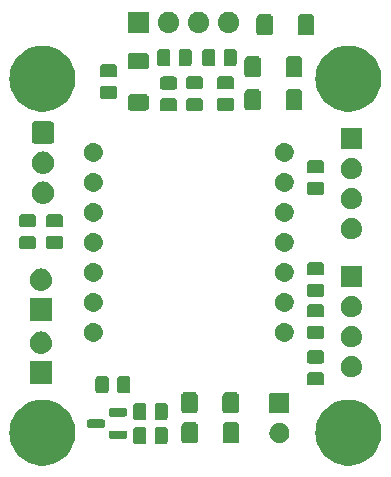
<source format=gts>
G04 #@! TF.GenerationSoftware,KiCad,Pcbnew,8.0.3*
G04 #@! TF.CreationDate,2024-06-21T14:32:02+02:00*
G04 #@! TF.ProjectId,HeatPumpControl,48656174-5075-46d7-9043-6f6e74726f6c,2.0*
G04 #@! TF.SameCoordinates,Original*
G04 #@! TF.FileFunction,Soldermask,Top*
G04 #@! TF.FilePolarity,Negative*
%FSLAX46Y46*%
G04 Gerber Fmt 4.6, Leading zero omitted, Abs format (unit mm)*
G04 Created by KiCad (PCBNEW 8.0.3) date 2024-06-21 14:32:02*
%MOMM*%
%LPD*%
G01*
G04 APERTURE LIST*
G04 APERTURE END LIST*
G36*
X140440389Y-136052553D02*
G01*
X140757336Y-136127671D01*
X141063419Y-136239077D01*
X141354500Y-136385263D01*
X141626641Y-136564253D01*
X141876163Y-136773626D01*
X142099690Y-137010552D01*
X142294201Y-137271825D01*
X142457065Y-137553913D01*
X142586079Y-137853002D01*
X142679499Y-138165045D01*
X142736061Y-138485824D01*
X142755000Y-138811000D01*
X142736061Y-139136176D01*
X142679499Y-139456955D01*
X142586079Y-139768998D01*
X142457065Y-140068087D01*
X142294201Y-140350175D01*
X142099690Y-140611448D01*
X141876163Y-140848374D01*
X141626641Y-141057747D01*
X141354500Y-141236737D01*
X141063419Y-141382923D01*
X140757336Y-141494329D01*
X140440389Y-141569447D01*
X140116864Y-141607261D01*
X139791136Y-141607261D01*
X139467611Y-141569447D01*
X139150664Y-141494329D01*
X138844581Y-141382923D01*
X138553500Y-141236737D01*
X138281359Y-141057747D01*
X138031837Y-140848374D01*
X137808310Y-140611448D01*
X137613799Y-140350175D01*
X137450935Y-140068087D01*
X137321921Y-139768998D01*
X137228501Y-139456955D01*
X137171939Y-139136176D01*
X137153000Y-138811000D01*
X137171939Y-138485824D01*
X137228501Y-138165045D01*
X137321921Y-137853002D01*
X137450935Y-137553913D01*
X137613799Y-137271825D01*
X137808310Y-137010552D01*
X138031837Y-136773626D01*
X138281359Y-136564253D01*
X138553500Y-136385263D01*
X138844581Y-136239077D01*
X139150664Y-136127671D01*
X139467611Y-136052553D01*
X139791136Y-136014739D01*
X140116864Y-136014739D01*
X140440389Y-136052553D01*
G37*
G36*
X166348389Y-136052553D02*
G01*
X166665336Y-136127671D01*
X166971419Y-136239077D01*
X167262500Y-136385263D01*
X167534641Y-136564253D01*
X167784163Y-136773626D01*
X168007690Y-137010552D01*
X168202201Y-137271825D01*
X168365065Y-137553913D01*
X168494079Y-137853002D01*
X168587499Y-138165045D01*
X168644061Y-138485824D01*
X168663000Y-138811000D01*
X168644061Y-139136176D01*
X168587499Y-139456955D01*
X168494079Y-139768998D01*
X168365065Y-140068087D01*
X168202201Y-140350175D01*
X168007690Y-140611448D01*
X167784163Y-140848374D01*
X167534641Y-141057747D01*
X167262500Y-141236737D01*
X166971419Y-141382923D01*
X166665336Y-141494329D01*
X166348389Y-141569447D01*
X166024864Y-141607261D01*
X165699136Y-141607261D01*
X165375611Y-141569447D01*
X165058664Y-141494329D01*
X164752581Y-141382923D01*
X164461500Y-141236737D01*
X164189359Y-141057747D01*
X163939837Y-140848374D01*
X163716310Y-140611448D01*
X163521799Y-140350175D01*
X163358935Y-140068087D01*
X163229921Y-139768998D01*
X163136501Y-139456955D01*
X163079939Y-139136176D01*
X163061000Y-138811000D01*
X163079939Y-138485824D01*
X163136501Y-138165045D01*
X163229921Y-137853002D01*
X163358935Y-137553913D01*
X163521799Y-137271825D01*
X163716310Y-137010552D01*
X163939837Y-136773626D01*
X164189359Y-136564253D01*
X164461500Y-136385263D01*
X164752581Y-136239077D01*
X165058664Y-136127671D01*
X165375611Y-136052553D01*
X165699136Y-136014739D01*
X166024864Y-136014739D01*
X166348389Y-136052553D01*
G37*
G36*
X148516914Y-138321995D02*
G01*
X148532726Y-138328976D01*
X148540531Y-138330213D01*
X148573039Y-138346776D01*
X148618106Y-138366676D01*
X148696324Y-138444894D01*
X148716226Y-138489967D01*
X148732786Y-138522468D01*
X148734021Y-138530270D01*
X148741005Y-138546086D01*
X148749000Y-138615000D01*
X148749000Y-139515000D01*
X148741005Y-139583914D01*
X148734021Y-139599729D01*
X148732786Y-139607531D01*
X148716229Y-139640024D01*
X148696324Y-139685106D01*
X148618106Y-139763324D01*
X148573024Y-139783229D01*
X148540531Y-139799786D01*
X148532729Y-139801021D01*
X148516914Y-139808005D01*
X148448000Y-139816000D01*
X147923000Y-139816000D01*
X147854086Y-139808005D01*
X147838270Y-139801021D01*
X147830468Y-139799786D01*
X147797967Y-139783226D01*
X147752894Y-139763324D01*
X147674676Y-139685106D01*
X147654776Y-139640039D01*
X147638213Y-139607531D01*
X147636976Y-139599726D01*
X147629995Y-139583914D01*
X147622000Y-139515000D01*
X147622000Y-138615000D01*
X147629995Y-138546086D01*
X147636976Y-138530274D01*
X147638213Y-138522468D01*
X147654780Y-138489953D01*
X147674676Y-138444894D01*
X147752894Y-138366676D01*
X147797953Y-138346780D01*
X147830468Y-138330213D01*
X147838274Y-138328976D01*
X147854086Y-138321995D01*
X147923000Y-138314000D01*
X148448000Y-138314000D01*
X148516914Y-138321995D01*
G37*
G36*
X150341914Y-138321995D02*
G01*
X150357726Y-138328976D01*
X150365531Y-138330213D01*
X150398039Y-138346776D01*
X150443106Y-138366676D01*
X150521324Y-138444894D01*
X150541226Y-138489967D01*
X150557786Y-138522468D01*
X150559021Y-138530270D01*
X150566005Y-138546086D01*
X150574000Y-138615000D01*
X150574000Y-139515000D01*
X150566005Y-139583914D01*
X150559021Y-139599729D01*
X150557786Y-139607531D01*
X150541229Y-139640024D01*
X150521324Y-139685106D01*
X150443106Y-139763324D01*
X150398024Y-139783229D01*
X150365531Y-139799786D01*
X150357729Y-139801021D01*
X150341914Y-139808005D01*
X150273000Y-139816000D01*
X149748000Y-139816000D01*
X149679086Y-139808005D01*
X149663270Y-139801021D01*
X149655468Y-139799786D01*
X149622967Y-139783226D01*
X149577894Y-139763324D01*
X149499676Y-139685106D01*
X149479776Y-139640039D01*
X149463213Y-139607531D01*
X149461976Y-139599726D01*
X149454995Y-139583914D01*
X149447000Y-139515000D01*
X149447000Y-138615000D01*
X149454995Y-138546086D01*
X149461976Y-138530274D01*
X149463213Y-138522468D01*
X149479780Y-138489953D01*
X149499676Y-138444894D01*
X149577894Y-138366676D01*
X149622953Y-138346780D01*
X149655468Y-138330213D01*
X149663274Y-138328976D01*
X149679086Y-138321995D01*
X149748000Y-138314000D01*
X150273000Y-138314000D01*
X150341914Y-138321995D01*
G37*
G36*
X152896914Y-137917995D02*
G01*
X152912726Y-137924976D01*
X152920531Y-137926213D01*
X152953039Y-137942776D01*
X152998106Y-137962676D01*
X153076324Y-138040894D01*
X153096226Y-138085967D01*
X153112786Y-138118468D01*
X153114021Y-138126270D01*
X153121005Y-138142086D01*
X153129000Y-138211000D01*
X153129000Y-139411000D01*
X153121005Y-139479914D01*
X153114021Y-139495729D01*
X153112786Y-139503531D01*
X153096229Y-139536024D01*
X153076324Y-139581106D01*
X152998106Y-139659324D01*
X152953024Y-139679229D01*
X152920531Y-139695786D01*
X152912729Y-139697021D01*
X152896914Y-139704005D01*
X152828000Y-139712000D01*
X152028000Y-139712000D01*
X151959086Y-139704005D01*
X151943270Y-139697021D01*
X151935468Y-139695786D01*
X151902967Y-139679226D01*
X151857894Y-139659324D01*
X151779676Y-139581106D01*
X151759776Y-139536039D01*
X151743213Y-139503531D01*
X151741976Y-139495726D01*
X151734995Y-139479914D01*
X151727000Y-139411000D01*
X151727000Y-138211000D01*
X151734995Y-138142086D01*
X151741976Y-138126274D01*
X151743213Y-138118468D01*
X151759780Y-138085953D01*
X151779676Y-138040894D01*
X151857894Y-137962676D01*
X151902953Y-137942780D01*
X151935468Y-137926213D01*
X151943274Y-137924976D01*
X151959086Y-137917995D01*
X152028000Y-137910000D01*
X152828000Y-137910000D01*
X152896914Y-137917995D01*
G37*
G36*
X156396914Y-137917995D02*
G01*
X156412726Y-137924976D01*
X156420531Y-137926213D01*
X156453039Y-137942776D01*
X156498106Y-137962676D01*
X156576324Y-138040894D01*
X156596226Y-138085967D01*
X156612786Y-138118468D01*
X156614021Y-138126270D01*
X156621005Y-138142086D01*
X156629000Y-138211000D01*
X156629000Y-139411000D01*
X156621005Y-139479914D01*
X156614021Y-139495729D01*
X156612786Y-139503531D01*
X156596229Y-139536024D01*
X156576324Y-139581106D01*
X156498106Y-139659324D01*
X156453024Y-139679229D01*
X156420531Y-139695786D01*
X156412729Y-139697021D01*
X156396914Y-139704005D01*
X156328000Y-139712000D01*
X155528000Y-139712000D01*
X155459086Y-139704005D01*
X155443270Y-139697021D01*
X155435468Y-139695786D01*
X155402967Y-139679226D01*
X155357894Y-139659324D01*
X155279676Y-139581106D01*
X155259776Y-139536039D01*
X155243213Y-139503531D01*
X155241976Y-139495726D01*
X155234995Y-139479914D01*
X155227000Y-139411000D01*
X155227000Y-138211000D01*
X155234995Y-138142086D01*
X155241976Y-138126274D01*
X155243213Y-138118468D01*
X155259780Y-138085953D01*
X155279676Y-138040894D01*
X155357894Y-137962676D01*
X155402953Y-137942780D01*
X155435468Y-137926213D01*
X155443274Y-137924976D01*
X155459086Y-137917995D01*
X155528000Y-137910000D01*
X156328000Y-137910000D01*
X156396914Y-137917995D01*
G37*
G36*
X160061199Y-137989562D02*
G01*
X160108954Y-137989562D01*
X160150194Y-137998327D01*
X160185901Y-138001845D01*
X160230759Y-138015452D01*
X160282973Y-138026551D01*
X160316384Y-138041426D01*
X160345435Y-138050239D01*
X160391602Y-138074915D01*
X160445500Y-138098912D01*
X160470554Y-138117115D01*
X160492453Y-138128820D01*
X160537128Y-138165484D01*
X160589430Y-138203484D01*
X160606411Y-138222343D01*
X160621320Y-138234579D01*
X160661387Y-138283401D01*
X160708473Y-138335695D01*
X160718364Y-138352827D01*
X160727079Y-138363446D01*
X160759306Y-138423740D01*
X160797427Y-138489767D01*
X160801813Y-138503268D01*
X160805660Y-138510464D01*
X160826861Y-138580355D01*
X160852404Y-138658967D01*
X160853303Y-138667523D01*
X160854054Y-138669998D01*
X160861371Y-138744289D01*
X160871000Y-138835900D01*
X160861370Y-138927519D01*
X160854054Y-139001801D01*
X160853303Y-139004275D01*
X160852404Y-139012833D01*
X160826856Y-139091458D01*
X160805660Y-139161335D01*
X160801814Y-139168529D01*
X160797427Y-139182033D01*
X160759299Y-139248072D01*
X160727079Y-139308353D01*
X160718366Y-139318969D01*
X160708473Y-139336105D01*
X160661378Y-139388409D01*
X160621320Y-139437220D01*
X160606414Y-139449452D01*
X160589430Y-139468316D01*
X160537118Y-139506323D01*
X160492453Y-139542979D01*
X160470559Y-139554680D01*
X160445500Y-139572888D01*
X160391591Y-139596889D01*
X160345435Y-139621560D01*
X160316391Y-139630370D01*
X160282973Y-139645249D01*
X160230748Y-139656349D01*
X160185901Y-139669954D01*
X160150203Y-139673470D01*
X160108954Y-139682238D01*
X160061188Y-139682238D01*
X160020000Y-139686295D01*
X159978811Y-139682238D01*
X159931046Y-139682238D01*
X159889797Y-139673470D01*
X159854098Y-139669954D01*
X159809248Y-139656348D01*
X159757027Y-139645249D01*
X159723610Y-139630371D01*
X159694564Y-139621560D01*
X159648402Y-139596886D01*
X159594500Y-139572888D01*
X159569443Y-139554683D01*
X159547546Y-139542979D01*
X159502873Y-139506316D01*
X159450570Y-139468316D01*
X159433588Y-139449455D01*
X159418679Y-139437220D01*
X159378610Y-139388396D01*
X159331527Y-139336105D01*
X159321636Y-139318973D01*
X159312920Y-139308353D01*
X159280687Y-139248048D01*
X159242573Y-139182033D01*
X159238186Y-139168534D01*
X159234339Y-139161335D01*
X159213128Y-139091412D01*
X159187596Y-139012833D01*
X159186697Y-139004280D01*
X159185945Y-139001801D01*
X159178613Y-138927367D01*
X159169000Y-138835900D01*
X159178612Y-138744440D01*
X159185945Y-138669998D01*
X159186697Y-138667518D01*
X159187596Y-138658967D01*
X159213123Y-138580402D01*
X159234339Y-138510464D01*
X159238187Y-138503263D01*
X159242573Y-138489767D01*
X159280680Y-138423763D01*
X159312920Y-138363446D01*
X159321638Y-138352823D01*
X159331527Y-138335695D01*
X159378601Y-138283413D01*
X159418679Y-138234579D01*
X159433591Y-138222340D01*
X159450570Y-138203484D01*
X159502862Y-138165491D01*
X159547546Y-138128820D01*
X159569448Y-138117113D01*
X159594500Y-138098912D01*
X159648391Y-138074918D01*
X159694564Y-138050239D01*
X159723617Y-138041425D01*
X159757027Y-138026551D01*
X159809237Y-138015453D01*
X159854098Y-138001845D01*
X159889806Y-137998327D01*
X159931046Y-137989562D01*
X159978801Y-137989562D01*
X160020000Y-137985504D01*
X160061199Y-137989562D01*
G37*
G36*
X146956040Y-138651190D02*
G01*
X146988987Y-138655528D01*
X146997274Y-138659392D01*
X147016919Y-138663300D01*
X147042938Y-138680686D01*
X147054180Y-138685928D01*
X147061019Y-138692767D01*
X147082128Y-138706872D01*
X147096232Y-138727980D01*
X147103071Y-138734819D01*
X147108312Y-138746058D01*
X147125700Y-138772081D01*
X147129607Y-138791727D01*
X147133471Y-138800012D01*
X147137806Y-138832946D01*
X147141000Y-138849000D01*
X147141000Y-139149000D01*
X147137806Y-139165054D01*
X147133471Y-139197987D01*
X147129608Y-139206270D01*
X147125700Y-139225919D01*
X147108310Y-139251943D01*
X147103071Y-139263180D01*
X147096234Y-139270016D01*
X147082128Y-139291128D01*
X147061016Y-139305234D01*
X147054180Y-139312071D01*
X147042943Y-139317310D01*
X147016919Y-139334700D01*
X146997270Y-139338608D01*
X146988987Y-139342471D01*
X146956054Y-139346806D01*
X146940000Y-139350000D01*
X145765000Y-139350000D01*
X145748946Y-139346806D01*
X145716012Y-139342471D01*
X145707727Y-139338607D01*
X145688081Y-139334700D01*
X145662058Y-139317312D01*
X145650819Y-139312071D01*
X145643980Y-139305232D01*
X145622872Y-139291128D01*
X145608767Y-139270019D01*
X145601928Y-139263180D01*
X145596686Y-139251938D01*
X145579300Y-139225919D01*
X145575392Y-139206274D01*
X145571528Y-139197987D01*
X145567190Y-139165040D01*
X145564000Y-139149000D01*
X145564000Y-138849000D01*
X145567190Y-138832961D01*
X145571528Y-138800012D01*
X145575392Y-138791723D01*
X145579300Y-138772081D01*
X145596684Y-138746063D01*
X145601928Y-138734819D01*
X145608769Y-138727977D01*
X145622872Y-138706872D01*
X145643977Y-138692769D01*
X145650819Y-138685928D01*
X145662063Y-138680684D01*
X145688081Y-138663300D01*
X145707723Y-138659392D01*
X145716012Y-138655528D01*
X145748961Y-138651190D01*
X145765000Y-138648000D01*
X146940000Y-138648000D01*
X146956040Y-138651190D01*
G37*
G36*
X145081040Y-137701190D02*
G01*
X145113987Y-137705528D01*
X145122274Y-137709392D01*
X145141919Y-137713300D01*
X145167938Y-137730686D01*
X145179180Y-137735928D01*
X145186019Y-137742767D01*
X145207128Y-137756872D01*
X145221232Y-137777980D01*
X145228071Y-137784819D01*
X145233312Y-137796058D01*
X145250700Y-137822081D01*
X145254607Y-137841727D01*
X145258471Y-137850012D01*
X145262806Y-137882946D01*
X145266000Y-137899000D01*
X145266000Y-138199000D01*
X145262806Y-138215054D01*
X145258471Y-138247987D01*
X145254608Y-138256270D01*
X145250700Y-138275919D01*
X145233310Y-138301943D01*
X145228071Y-138313180D01*
X145221234Y-138320016D01*
X145207128Y-138341128D01*
X145186016Y-138355234D01*
X145179180Y-138362071D01*
X145167943Y-138367310D01*
X145141919Y-138384700D01*
X145122270Y-138388608D01*
X145113987Y-138392471D01*
X145081054Y-138396806D01*
X145065000Y-138400000D01*
X143890000Y-138400000D01*
X143873946Y-138396806D01*
X143841012Y-138392471D01*
X143832727Y-138388607D01*
X143813081Y-138384700D01*
X143787058Y-138367312D01*
X143775819Y-138362071D01*
X143768980Y-138355232D01*
X143747872Y-138341128D01*
X143733767Y-138320019D01*
X143726928Y-138313180D01*
X143721686Y-138301938D01*
X143704300Y-138275919D01*
X143700392Y-138256274D01*
X143696528Y-138247987D01*
X143692190Y-138215040D01*
X143689000Y-138199000D01*
X143689000Y-137899000D01*
X143692190Y-137882961D01*
X143696528Y-137850012D01*
X143700392Y-137841723D01*
X143704300Y-137822081D01*
X143721684Y-137796063D01*
X143726928Y-137784819D01*
X143733769Y-137777977D01*
X143747872Y-137756872D01*
X143768977Y-137742769D01*
X143775819Y-137735928D01*
X143787063Y-137730684D01*
X143813081Y-137713300D01*
X143832723Y-137709392D01*
X143841012Y-137705528D01*
X143873961Y-137701190D01*
X143890000Y-137698000D01*
X145065000Y-137698000D01*
X145081040Y-137701190D01*
G37*
G36*
X148516914Y-136289995D02*
G01*
X148532726Y-136296976D01*
X148540531Y-136298213D01*
X148573039Y-136314776D01*
X148618106Y-136334676D01*
X148696324Y-136412894D01*
X148716226Y-136457967D01*
X148732786Y-136490468D01*
X148734021Y-136498270D01*
X148741005Y-136514086D01*
X148749000Y-136583000D01*
X148749000Y-137483000D01*
X148741005Y-137551914D01*
X148734021Y-137567729D01*
X148732786Y-137575531D01*
X148716229Y-137608024D01*
X148696324Y-137653106D01*
X148618106Y-137731324D01*
X148573024Y-137751229D01*
X148540531Y-137767786D01*
X148532729Y-137769021D01*
X148516914Y-137776005D01*
X148448000Y-137784000D01*
X147923000Y-137784000D01*
X147854086Y-137776005D01*
X147838270Y-137769021D01*
X147830468Y-137767786D01*
X147797967Y-137751226D01*
X147752894Y-137731324D01*
X147674676Y-137653106D01*
X147654776Y-137608039D01*
X147638213Y-137575531D01*
X147636976Y-137567726D01*
X147629995Y-137551914D01*
X147622000Y-137483000D01*
X147622000Y-136583000D01*
X147629995Y-136514086D01*
X147636976Y-136498274D01*
X147638213Y-136490468D01*
X147654780Y-136457953D01*
X147674676Y-136412894D01*
X147752894Y-136334676D01*
X147797953Y-136314780D01*
X147830468Y-136298213D01*
X147838274Y-136296976D01*
X147854086Y-136289995D01*
X147923000Y-136282000D01*
X148448000Y-136282000D01*
X148516914Y-136289995D01*
G37*
G36*
X150341914Y-136289995D02*
G01*
X150357726Y-136296976D01*
X150365531Y-136298213D01*
X150398039Y-136314776D01*
X150443106Y-136334676D01*
X150521324Y-136412894D01*
X150541226Y-136457967D01*
X150557786Y-136490468D01*
X150559021Y-136498270D01*
X150566005Y-136514086D01*
X150574000Y-136583000D01*
X150574000Y-137483000D01*
X150566005Y-137551914D01*
X150559021Y-137567729D01*
X150557786Y-137575531D01*
X150541229Y-137608024D01*
X150521324Y-137653106D01*
X150443106Y-137731324D01*
X150398024Y-137751229D01*
X150365531Y-137767786D01*
X150357729Y-137769021D01*
X150341914Y-137776005D01*
X150273000Y-137784000D01*
X149748000Y-137784000D01*
X149679086Y-137776005D01*
X149663270Y-137769021D01*
X149655468Y-137767786D01*
X149622967Y-137751226D01*
X149577894Y-137731324D01*
X149499676Y-137653106D01*
X149479776Y-137608039D01*
X149463213Y-137575531D01*
X149461976Y-137567726D01*
X149454995Y-137551914D01*
X149447000Y-137483000D01*
X149447000Y-136583000D01*
X149454995Y-136514086D01*
X149461976Y-136498274D01*
X149463213Y-136490468D01*
X149479780Y-136457953D01*
X149499676Y-136412894D01*
X149577894Y-136334676D01*
X149622953Y-136314780D01*
X149655468Y-136298213D01*
X149663274Y-136296976D01*
X149679086Y-136289995D01*
X149748000Y-136282000D01*
X150273000Y-136282000D01*
X150341914Y-136289995D01*
G37*
G36*
X146956040Y-136751190D02*
G01*
X146988987Y-136755528D01*
X146997274Y-136759392D01*
X147016919Y-136763300D01*
X147042938Y-136780686D01*
X147054180Y-136785928D01*
X147061019Y-136792767D01*
X147082128Y-136806872D01*
X147096232Y-136827980D01*
X147103071Y-136834819D01*
X147108312Y-136846058D01*
X147125700Y-136872081D01*
X147129607Y-136891727D01*
X147133471Y-136900012D01*
X147137806Y-136932946D01*
X147141000Y-136949000D01*
X147141000Y-137249000D01*
X147137806Y-137265054D01*
X147133471Y-137297987D01*
X147129608Y-137306270D01*
X147125700Y-137325919D01*
X147108310Y-137351943D01*
X147103071Y-137363180D01*
X147096234Y-137370016D01*
X147082128Y-137391128D01*
X147061016Y-137405234D01*
X147054180Y-137412071D01*
X147042943Y-137417310D01*
X147016919Y-137434700D01*
X146997270Y-137438608D01*
X146988987Y-137442471D01*
X146956054Y-137446806D01*
X146940000Y-137450000D01*
X145765000Y-137450000D01*
X145748946Y-137446806D01*
X145716012Y-137442471D01*
X145707727Y-137438607D01*
X145688081Y-137434700D01*
X145662058Y-137417312D01*
X145650819Y-137412071D01*
X145643980Y-137405232D01*
X145622872Y-137391128D01*
X145608767Y-137370019D01*
X145601928Y-137363180D01*
X145596686Y-137351938D01*
X145579300Y-137325919D01*
X145575392Y-137306274D01*
X145571528Y-137297987D01*
X145567190Y-137265040D01*
X145564000Y-137249000D01*
X145564000Y-136949000D01*
X145567190Y-136932961D01*
X145571528Y-136900012D01*
X145575392Y-136891723D01*
X145579300Y-136872081D01*
X145596684Y-136846063D01*
X145601928Y-136834819D01*
X145608769Y-136827977D01*
X145622872Y-136806872D01*
X145643977Y-136792769D01*
X145650819Y-136785928D01*
X145662063Y-136780684D01*
X145688081Y-136763300D01*
X145707723Y-136759392D01*
X145716012Y-136755528D01*
X145748961Y-136751190D01*
X145765000Y-136748000D01*
X146940000Y-136748000D01*
X146956040Y-136751190D01*
G37*
G36*
X160839517Y-135488782D02*
G01*
X160856062Y-135499838D01*
X160867118Y-135516383D01*
X160871000Y-135535900D01*
X160871000Y-137135900D01*
X160867118Y-137155417D01*
X160856062Y-137171962D01*
X160839517Y-137183018D01*
X160820000Y-137186900D01*
X159220000Y-137186900D01*
X159200483Y-137183018D01*
X159183938Y-137171962D01*
X159172882Y-137155417D01*
X159169000Y-137135900D01*
X159169000Y-135535900D01*
X159172882Y-135516383D01*
X159183938Y-135499838D01*
X159200483Y-135488782D01*
X159220000Y-135484900D01*
X160820000Y-135484900D01*
X160839517Y-135488782D01*
G37*
G36*
X152868914Y-135377995D02*
G01*
X152884726Y-135384976D01*
X152892531Y-135386213D01*
X152925039Y-135402776D01*
X152970106Y-135422676D01*
X153048324Y-135500894D01*
X153068226Y-135545967D01*
X153084786Y-135578468D01*
X153086021Y-135586270D01*
X153093005Y-135602086D01*
X153101000Y-135671000D01*
X153101000Y-136871000D01*
X153093005Y-136939914D01*
X153086021Y-136955729D01*
X153084786Y-136963531D01*
X153068229Y-136996024D01*
X153048324Y-137041106D01*
X152970106Y-137119324D01*
X152925024Y-137139229D01*
X152892531Y-137155786D01*
X152884729Y-137157021D01*
X152868914Y-137164005D01*
X152800000Y-137172000D01*
X152000000Y-137172000D01*
X151931086Y-137164005D01*
X151915270Y-137157021D01*
X151907468Y-137155786D01*
X151874967Y-137139226D01*
X151829894Y-137119324D01*
X151751676Y-137041106D01*
X151731776Y-136996039D01*
X151715213Y-136963531D01*
X151713976Y-136955726D01*
X151706995Y-136939914D01*
X151699000Y-136871000D01*
X151699000Y-135671000D01*
X151706995Y-135602086D01*
X151713976Y-135586274D01*
X151715213Y-135578468D01*
X151731780Y-135545953D01*
X151751676Y-135500894D01*
X151829894Y-135422676D01*
X151874953Y-135402780D01*
X151907468Y-135386213D01*
X151915274Y-135384976D01*
X151931086Y-135377995D01*
X152000000Y-135370000D01*
X152800000Y-135370000D01*
X152868914Y-135377995D01*
G37*
G36*
X156368914Y-135377995D02*
G01*
X156384726Y-135384976D01*
X156392531Y-135386213D01*
X156425039Y-135402776D01*
X156470106Y-135422676D01*
X156548324Y-135500894D01*
X156568226Y-135545967D01*
X156584786Y-135578468D01*
X156586021Y-135586270D01*
X156593005Y-135602086D01*
X156601000Y-135671000D01*
X156601000Y-136871000D01*
X156593005Y-136939914D01*
X156586021Y-136955729D01*
X156584786Y-136963531D01*
X156568229Y-136996024D01*
X156548324Y-137041106D01*
X156470106Y-137119324D01*
X156425024Y-137139229D01*
X156392531Y-137155786D01*
X156384729Y-137157021D01*
X156368914Y-137164005D01*
X156300000Y-137172000D01*
X155500000Y-137172000D01*
X155431086Y-137164005D01*
X155415270Y-137157021D01*
X155407468Y-137155786D01*
X155374967Y-137139226D01*
X155329894Y-137119324D01*
X155251676Y-137041106D01*
X155231776Y-136996039D01*
X155215213Y-136963531D01*
X155213976Y-136955726D01*
X155206995Y-136939914D01*
X155199000Y-136871000D01*
X155199000Y-135671000D01*
X155206995Y-135602086D01*
X155213976Y-135586274D01*
X155215213Y-135578468D01*
X155231780Y-135545953D01*
X155251676Y-135500894D01*
X155329894Y-135422676D01*
X155374953Y-135402780D01*
X155407468Y-135386213D01*
X155415274Y-135384976D01*
X155431086Y-135377995D01*
X155500000Y-135370000D01*
X156300000Y-135370000D01*
X156368914Y-135377995D01*
G37*
G36*
X145341914Y-134003995D02*
G01*
X145357726Y-134010976D01*
X145365531Y-134012213D01*
X145398039Y-134028776D01*
X145443106Y-134048676D01*
X145521324Y-134126894D01*
X145541226Y-134171967D01*
X145557786Y-134204468D01*
X145559021Y-134212270D01*
X145566005Y-134228086D01*
X145574000Y-134297000D01*
X145574000Y-135197000D01*
X145566005Y-135265914D01*
X145559021Y-135281729D01*
X145557786Y-135289531D01*
X145541229Y-135322024D01*
X145521324Y-135367106D01*
X145443106Y-135445324D01*
X145398024Y-135465229D01*
X145365531Y-135481786D01*
X145357729Y-135483021D01*
X145341914Y-135490005D01*
X145273000Y-135498000D01*
X144748000Y-135498000D01*
X144679086Y-135490005D01*
X144663270Y-135483021D01*
X144655468Y-135481786D01*
X144622967Y-135465226D01*
X144577894Y-135445324D01*
X144499676Y-135367106D01*
X144479776Y-135322039D01*
X144463213Y-135289531D01*
X144461976Y-135281726D01*
X144454995Y-135265914D01*
X144447000Y-135197000D01*
X144447000Y-134297000D01*
X144454995Y-134228086D01*
X144461976Y-134212274D01*
X144463213Y-134204468D01*
X144479780Y-134171953D01*
X144499676Y-134126894D01*
X144577894Y-134048676D01*
X144622953Y-134028780D01*
X144655468Y-134012213D01*
X144663274Y-134010976D01*
X144679086Y-134003995D01*
X144748000Y-133996000D01*
X145273000Y-133996000D01*
X145341914Y-134003995D01*
G37*
G36*
X147166914Y-134003995D02*
G01*
X147182726Y-134010976D01*
X147190531Y-134012213D01*
X147223039Y-134028776D01*
X147268106Y-134048676D01*
X147346324Y-134126894D01*
X147366226Y-134171967D01*
X147382786Y-134204468D01*
X147384021Y-134212270D01*
X147391005Y-134228086D01*
X147399000Y-134297000D01*
X147399000Y-135197000D01*
X147391005Y-135265914D01*
X147384021Y-135281729D01*
X147382786Y-135289531D01*
X147366229Y-135322024D01*
X147346324Y-135367106D01*
X147268106Y-135445324D01*
X147223024Y-135465229D01*
X147190531Y-135481786D01*
X147182729Y-135483021D01*
X147166914Y-135490005D01*
X147098000Y-135498000D01*
X146573000Y-135498000D01*
X146504086Y-135490005D01*
X146488270Y-135483021D01*
X146480468Y-135481786D01*
X146447967Y-135465226D01*
X146402894Y-135445324D01*
X146324676Y-135367106D01*
X146304776Y-135322039D01*
X146288213Y-135289531D01*
X146286976Y-135281726D01*
X146279995Y-135265914D01*
X146272000Y-135197000D01*
X146272000Y-134297000D01*
X146279995Y-134228086D01*
X146286976Y-134212274D01*
X146288213Y-134204468D01*
X146304780Y-134171953D01*
X146324676Y-134126894D01*
X146402894Y-134048676D01*
X146447953Y-134028780D01*
X146480468Y-134012213D01*
X146488274Y-134010976D01*
X146504086Y-134003995D01*
X146573000Y-133996000D01*
X147098000Y-133996000D01*
X147166914Y-134003995D01*
G37*
G36*
X163586914Y-133683495D02*
G01*
X163602726Y-133690476D01*
X163610531Y-133691713D01*
X163643039Y-133708276D01*
X163688106Y-133728176D01*
X163766324Y-133806394D01*
X163786226Y-133851467D01*
X163802786Y-133883968D01*
X163804021Y-133891770D01*
X163811005Y-133907586D01*
X163819000Y-133976500D01*
X163819000Y-134501500D01*
X163811005Y-134570414D01*
X163804021Y-134586229D01*
X163802786Y-134594031D01*
X163786229Y-134626524D01*
X163766324Y-134671606D01*
X163688106Y-134749824D01*
X163643024Y-134769729D01*
X163610531Y-134786286D01*
X163602729Y-134787521D01*
X163586914Y-134794505D01*
X163518000Y-134802500D01*
X162618000Y-134802500D01*
X162549086Y-134794505D01*
X162533270Y-134787521D01*
X162525468Y-134786286D01*
X162492967Y-134769726D01*
X162447894Y-134749824D01*
X162369676Y-134671606D01*
X162349776Y-134626539D01*
X162333213Y-134594031D01*
X162331976Y-134586226D01*
X162324995Y-134570414D01*
X162317000Y-134501500D01*
X162317000Y-133976500D01*
X162324995Y-133907586D01*
X162331976Y-133891774D01*
X162333213Y-133883968D01*
X162349780Y-133851453D01*
X162369676Y-133806394D01*
X162447894Y-133728176D01*
X162492953Y-133708280D01*
X162525468Y-133691713D01*
X162533274Y-133690476D01*
X162549086Y-133683495D01*
X162618000Y-133675500D01*
X163518000Y-133675500D01*
X163586914Y-133683495D01*
G37*
G36*
X140746517Y-132788882D02*
G01*
X140763062Y-132799938D01*
X140774118Y-132816483D01*
X140778000Y-132836000D01*
X140778000Y-134636000D01*
X140774118Y-134655517D01*
X140763062Y-134672062D01*
X140746517Y-134683118D01*
X140727000Y-134687000D01*
X138927000Y-134687000D01*
X138907483Y-134683118D01*
X138890938Y-134672062D01*
X138879882Y-134655517D01*
X138876000Y-134636000D01*
X138876000Y-132836000D01*
X138879882Y-132816483D01*
X138890938Y-132799938D01*
X138907483Y-132788882D01*
X138927000Y-132785000D01*
X140727000Y-132785000D01*
X140746517Y-132788882D01*
G37*
G36*
X166159983Y-132326936D02*
G01*
X166210180Y-132326936D01*
X166253524Y-132336149D01*
X166291659Y-132339905D01*
X166339566Y-132354437D01*
X166394424Y-132366098D01*
X166429530Y-132381728D01*
X166460566Y-132391143D01*
X166509884Y-132417504D01*
X166566500Y-132442711D01*
X166592822Y-132461835D01*
X166616232Y-132474348D01*
X166663988Y-132513540D01*
X166718887Y-132553427D01*
X166736711Y-132573223D01*
X166752675Y-132586324D01*
X166795572Y-132638594D01*
X166844924Y-132693405D01*
X166855292Y-132711363D01*
X166864651Y-132722767D01*
X166899273Y-132787542D01*
X166939104Y-132856530D01*
X166943685Y-132870630D01*
X166947856Y-132878433D01*
X166970852Y-132954242D01*
X166997311Y-133035672D01*
X166998242Y-133044532D01*
X166999094Y-133047340D01*
X167007384Y-133131513D01*
X167017000Y-133223000D01*
X167007383Y-133314494D01*
X166999094Y-133398659D01*
X166998242Y-133401466D01*
X166997311Y-133410328D01*
X166970848Y-133491771D01*
X166947856Y-133567566D01*
X166943686Y-133575366D01*
X166939104Y-133589470D01*
X166899266Y-133658470D01*
X166864651Y-133723232D01*
X166855294Y-133734633D01*
X166844924Y-133752595D01*
X166795563Y-133807415D01*
X166752675Y-133859675D01*
X166736714Y-133872773D01*
X166718887Y-133892573D01*
X166663977Y-133932467D01*
X166616232Y-133971651D01*
X166592827Y-133984161D01*
X166566500Y-134003289D01*
X166509873Y-134028500D01*
X166460566Y-134054856D01*
X166429537Y-134064268D01*
X166394424Y-134079902D01*
X166339555Y-134091564D01*
X166291659Y-134106094D01*
X166253532Y-134109849D01*
X166210180Y-134119064D01*
X166159973Y-134119064D01*
X166116000Y-134123395D01*
X166072027Y-134119064D01*
X166021820Y-134119064D01*
X165978467Y-134109849D01*
X165940340Y-134106094D01*
X165892441Y-134091563D01*
X165837576Y-134079902D01*
X165802464Y-134064269D01*
X165771433Y-134054856D01*
X165722120Y-134028498D01*
X165665500Y-134003289D01*
X165639175Y-133984163D01*
X165615767Y-133971651D01*
X165568013Y-133932460D01*
X165513113Y-133892573D01*
X165495287Y-133872776D01*
X165479324Y-133859675D01*
X165436425Y-133807402D01*
X165387076Y-133752595D01*
X165376708Y-133734637D01*
X165367348Y-133723232D01*
X165332719Y-133658447D01*
X165292896Y-133589470D01*
X165288315Y-133575371D01*
X165284143Y-133567566D01*
X165261136Y-133491725D01*
X165234689Y-133410328D01*
X165233758Y-133401471D01*
X165232905Y-133398659D01*
X165224600Y-133314342D01*
X165215000Y-133223000D01*
X165224599Y-133131664D01*
X165232905Y-133047340D01*
X165233758Y-133044527D01*
X165234689Y-133035672D01*
X165261132Y-132954288D01*
X165284143Y-132878433D01*
X165288315Y-132870626D01*
X165292896Y-132856530D01*
X165332712Y-132787565D01*
X165367348Y-132722767D01*
X165376710Y-132711359D01*
X165387076Y-132693405D01*
X165436416Y-132638607D01*
X165479324Y-132586324D01*
X165495291Y-132573219D01*
X165513113Y-132553427D01*
X165568002Y-132513546D01*
X165615767Y-132474348D01*
X165639180Y-132461833D01*
X165665500Y-132442711D01*
X165722109Y-132417506D01*
X165771433Y-132391143D01*
X165802471Y-132381727D01*
X165837576Y-132366098D01*
X165892430Y-132354438D01*
X165940340Y-132339905D01*
X165978476Y-132336148D01*
X166021820Y-132326936D01*
X166072016Y-132326936D01*
X166116000Y-132322604D01*
X166159983Y-132326936D01*
G37*
G36*
X163586914Y-131858495D02*
G01*
X163602726Y-131865476D01*
X163610531Y-131866713D01*
X163643039Y-131883276D01*
X163688106Y-131903176D01*
X163766324Y-131981394D01*
X163786226Y-132026467D01*
X163802786Y-132058968D01*
X163804021Y-132066770D01*
X163811005Y-132082586D01*
X163819000Y-132151500D01*
X163819000Y-132676500D01*
X163811005Y-132745414D01*
X163804021Y-132761229D01*
X163802786Y-132769031D01*
X163786229Y-132801524D01*
X163766324Y-132846606D01*
X163688106Y-132924824D01*
X163643024Y-132944729D01*
X163610531Y-132961286D01*
X163602729Y-132962521D01*
X163586914Y-132969505D01*
X163518000Y-132977500D01*
X162618000Y-132977500D01*
X162549086Y-132969505D01*
X162533270Y-132962521D01*
X162525468Y-132961286D01*
X162492967Y-132944726D01*
X162447894Y-132924824D01*
X162369676Y-132846606D01*
X162349776Y-132801539D01*
X162333213Y-132769031D01*
X162331976Y-132761226D01*
X162324995Y-132745414D01*
X162317000Y-132676500D01*
X162317000Y-132151500D01*
X162324995Y-132082586D01*
X162331976Y-132066774D01*
X162333213Y-132058968D01*
X162349780Y-132026453D01*
X162369676Y-131981394D01*
X162447894Y-131903176D01*
X162492953Y-131883280D01*
X162525468Y-131866713D01*
X162533274Y-131865476D01*
X162549086Y-131858495D01*
X162618000Y-131850500D01*
X163518000Y-131850500D01*
X163586914Y-131858495D01*
G37*
G36*
X139873604Y-130249590D02*
G01*
X139914696Y-130249590D01*
X139960456Y-130258144D01*
X140012531Y-130263273D01*
X140052091Y-130275273D01*
X140087111Y-130281820D01*
X140135617Y-130300611D01*
X140190932Y-130317391D01*
X140222534Y-130334282D01*
X140250656Y-130345177D01*
X140299513Y-130375428D01*
X140355347Y-130405272D01*
X140378809Y-130424526D01*
X140399784Y-130437514D01*
X140446256Y-130479879D01*
X140499459Y-130523541D01*
X140515224Y-130542751D01*
X140529400Y-130555674D01*
X140570557Y-130610174D01*
X140617728Y-130667653D01*
X140626848Y-130684717D01*
X140635099Y-130695642D01*
X140667925Y-130761566D01*
X140705609Y-130832068D01*
X140709628Y-130845316D01*
X140713282Y-130852655D01*
X140734864Y-130928507D01*
X140759727Y-131010469D01*
X140760543Y-131018762D01*
X140761280Y-131021350D01*
X140768937Y-131103982D01*
X140778000Y-131196000D01*
X140768936Y-131288026D01*
X140761280Y-131370649D01*
X140760544Y-131373235D01*
X140759727Y-131381531D01*
X140734859Y-131463507D01*
X140713282Y-131539344D01*
X140709628Y-131546680D01*
X140705609Y-131559932D01*
X140667917Y-131630447D01*
X140635099Y-131696357D01*
X140626850Y-131707279D01*
X140617728Y-131724347D01*
X140570547Y-131781836D01*
X140529400Y-131836325D01*
X140515227Y-131849244D01*
X140499459Y-131868459D01*
X140446245Y-131912129D01*
X140399784Y-131954485D01*
X140378814Y-131967469D01*
X140355347Y-131986728D01*
X140299502Y-132016577D01*
X140250656Y-132046822D01*
X140222541Y-132057713D01*
X140190932Y-132074609D01*
X140135605Y-132091392D01*
X140087111Y-132110179D01*
X140052098Y-132116724D01*
X140012531Y-132128727D01*
X139960453Y-132133856D01*
X139914696Y-132142410D01*
X139873604Y-132142410D01*
X139827000Y-132147000D01*
X139780396Y-132142410D01*
X139739304Y-132142410D01*
X139693545Y-132133856D01*
X139641469Y-132128727D01*
X139601902Y-132116724D01*
X139566888Y-132110179D01*
X139518389Y-132091390D01*
X139463068Y-132074609D01*
X139431461Y-132057714D01*
X139403343Y-132046822D01*
X139354490Y-132016573D01*
X139298653Y-131986728D01*
X139275188Y-131967471D01*
X139254215Y-131954485D01*
X139207744Y-131912121D01*
X139154541Y-131868459D01*
X139138775Y-131849248D01*
X139124599Y-131836325D01*
X139083439Y-131781821D01*
X139036272Y-131724347D01*
X139027151Y-131707284D01*
X139018900Y-131696357D01*
X138986067Y-131630420D01*
X138948391Y-131559932D01*
X138944372Y-131546685D01*
X138940717Y-131539344D01*
X138919124Y-131463454D01*
X138894273Y-131381531D01*
X138893456Y-131373241D01*
X138892719Y-131370649D01*
X138885046Y-131287854D01*
X138876000Y-131196000D01*
X138885045Y-131104153D01*
X138892719Y-131021350D01*
X138893456Y-131018757D01*
X138894273Y-131010469D01*
X138919119Y-130928560D01*
X138940717Y-130852655D01*
X138944373Y-130845311D01*
X138948391Y-130832068D01*
X138986060Y-130761593D01*
X139018900Y-130695642D01*
X139027153Y-130684712D01*
X139036272Y-130667653D01*
X139083430Y-130610190D01*
X139124599Y-130555674D01*
X139138778Y-130542747D01*
X139154541Y-130523541D01*
X139207733Y-130479887D01*
X139254215Y-130437514D01*
X139275193Y-130424524D01*
X139298653Y-130405272D01*
X139354478Y-130375432D01*
X139403343Y-130345177D01*
X139431467Y-130334281D01*
X139463068Y-130317391D01*
X139518377Y-130300612D01*
X139566888Y-130281820D01*
X139601909Y-130275273D01*
X139641469Y-130263273D01*
X139693542Y-130258144D01*
X139739304Y-130249590D01*
X139780396Y-130249590D01*
X139827000Y-130245000D01*
X139873604Y-130249590D01*
G37*
G36*
X166159983Y-129786936D02*
G01*
X166210180Y-129786936D01*
X166253524Y-129796149D01*
X166291659Y-129799905D01*
X166339566Y-129814437D01*
X166394424Y-129826098D01*
X166429530Y-129841728D01*
X166460566Y-129851143D01*
X166509884Y-129877504D01*
X166566500Y-129902711D01*
X166592822Y-129921835D01*
X166616232Y-129934348D01*
X166663988Y-129973540D01*
X166718887Y-130013427D01*
X166736711Y-130033223D01*
X166752675Y-130046324D01*
X166795572Y-130098594D01*
X166844924Y-130153405D01*
X166855292Y-130171363D01*
X166864651Y-130182767D01*
X166899273Y-130247542D01*
X166939104Y-130316530D01*
X166943685Y-130330630D01*
X166947856Y-130338433D01*
X166970852Y-130414242D01*
X166997311Y-130495672D01*
X166998242Y-130504532D01*
X166999094Y-130507340D01*
X167007384Y-130591513D01*
X167017000Y-130683000D01*
X167007383Y-130774494D01*
X166999094Y-130858659D01*
X166998242Y-130861466D01*
X166997311Y-130870328D01*
X166970848Y-130951771D01*
X166947856Y-131027566D01*
X166943686Y-131035366D01*
X166939104Y-131049470D01*
X166899266Y-131118470D01*
X166864651Y-131183232D01*
X166855294Y-131194633D01*
X166844924Y-131212595D01*
X166795563Y-131267415D01*
X166752675Y-131319675D01*
X166736714Y-131332773D01*
X166718887Y-131352573D01*
X166663977Y-131392467D01*
X166616232Y-131431651D01*
X166592827Y-131444161D01*
X166566500Y-131463289D01*
X166509873Y-131488500D01*
X166460566Y-131514856D01*
X166429537Y-131524268D01*
X166394424Y-131539902D01*
X166339555Y-131551564D01*
X166291659Y-131566094D01*
X166253532Y-131569849D01*
X166210180Y-131579064D01*
X166159973Y-131579064D01*
X166116000Y-131583395D01*
X166072027Y-131579064D01*
X166021820Y-131579064D01*
X165978467Y-131569849D01*
X165940340Y-131566094D01*
X165892441Y-131551563D01*
X165837576Y-131539902D01*
X165802464Y-131524269D01*
X165771433Y-131514856D01*
X165722120Y-131488498D01*
X165665500Y-131463289D01*
X165639175Y-131444163D01*
X165615767Y-131431651D01*
X165568013Y-131392460D01*
X165513113Y-131352573D01*
X165495287Y-131332776D01*
X165479324Y-131319675D01*
X165436425Y-131267402D01*
X165387076Y-131212595D01*
X165376708Y-131194637D01*
X165367348Y-131183232D01*
X165332719Y-131118447D01*
X165292896Y-131049470D01*
X165288315Y-131035371D01*
X165284143Y-131027566D01*
X165261136Y-130951725D01*
X165234689Y-130870328D01*
X165233758Y-130861471D01*
X165232905Y-130858659D01*
X165224600Y-130774342D01*
X165215000Y-130683000D01*
X165224599Y-130591664D01*
X165232905Y-130507340D01*
X165233758Y-130504527D01*
X165234689Y-130495672D01*
X165261132Y-130414288D01*
X165284143Y-130338433D01*
X165288315Y-130330626D01*
X165292896Y-130316530D01*
X165332712Y-130247565D01*
X165367348Y-130182767D01*
X165376710Y-130171359D01*
X165387076Y-130153405D01*
X165436416Y-130098607D01*
X165479324Y-130046324D01*
X165495291Y-130033219D01*
X165513113Y-130013427D01*
X165568002Y-129973546D01*
X165615767Y-129934348D01*
X165639180Y-129921833D01*
X165665500Y-129902711D01*
X165722109Y-129877506D01*
X165771433Y-129851143D01*
X165802471Y-129841727D01*
X165837576Y-129826098D01*
X165892430Y-129814438D01*
X165940340Y-129799905D01*
X165978476Y-129796148D01*
X166021820Y-129786936D01*
X166072016Y-129786936D01*
X166116000Y-129782604D01*
X166159983Y-129786936D01*
G37*
G36*
X144313323Y-129521773D02*
G01*
X144351957Y-129521773D01*
X144395540Y-129531036D01*
X144446539Y-129536783D01*
X144483621Y-129549758D01*
X144515606Y-129556557D01*
X144561701Y-129577079D01*
X144615841Y-129596024D01*
X144644019Y-129613729D01*
X144668457Y-129624610D01*
X144714020Y-129657714D01*
X144767715Y-129691453D01*
X144787000Y-129710738D01*
X144803812Y-129722953D01*
X144845376Y-129769114D01*
X144894547Y-129818285D01*
X144905855Y-129836282D01*
X144915767Y-129847290D01*
X144949676Y-129906022D01*
X144989976Y-129970159D01*
X144995007Y-129984538D01*
X144999420Y-129992181D01*
X145022018Y-130061730D01*
X145049217Y-130139461D01*
X145050248Y-130148613D01*
X145051123Y-130151306D01*
X145059050Y-130226738D01*
X145069300Y-130317700D01*
X145059050Y-130408669D01*
X145051123Y-130484093D01*
X145050248Y-130486784D01*
X145049217Y-130495939D01*
X145022013Y-130573682D01*
X144999420Y-130643218D01*
X144995008Y-130650859D01*
X144989976Y-130665241D01*
X144949669Y-130729388D01*
X144915767Y-130788109D01*
X144905857Y-130799114D01*
X144894547Y-130817115D01*
X144845367Y-130866294D01*
X144803812Y-130912446D01*
X144787004Y-130924657D01*
X144767715Y-130943947D01*
X144714010Y-130977692D01*
X144668457Y-131010789D01*
X144644025Y-131021666D01*
X144615841Y-131039376D01*
X144561691Y-131058323D01*
X144515606Y-131078842D01*
X144483627Y-131085639D01*
X144446539Y-131098617D01*
X144395537Y-131104363D01*
X144351957Y-131113627D01*
X144313323Y-131113627D01*
X144268300Y-131118700D01*
X144223277Y-131113627D01*
X144184643Y-131113627D01*
X144141061Y-131104363D01*
X144090061Y-131098617D01*
X144052974Y-131085639D01*
X144020993Y-131078842D01*
X143974903Y-131058322D01*
X143920759Y-131039376D01*
X143892577Y-131021668D01*
X143868142Y-131010789D01*
X143822582Y-130977687D01*
X143768885Y-130943947D01*
X143749598Y-130924660D01*
X143732787Y-130912446D01*
X143691222Y-130866284D01*
X143642053Y-130817115D01*
X143630744Y-130799118D01*
X143620832Y-130788109D01*
X143586918Y-130729368D01*
X143546624Y-130665241D01*
X143541593Y-130650863D01*
X143537179Y-130643218D01*
X143514572Y-130573642D01*
X143487383Y-130495939D01*
X143486352Y-130486789D01*
X143485476Y-130484093D01*
X143477535Y-130408537D01*
X143467300Y-130317700D01*
X143477534Y-130226870D01*
X143485476Y-130151306D01*
X143486352Y-130148609D01*
X143487383Y-130139461D01*
X143514567Y-130061770D01*
X143537179Y-129992181D01*
X143541593Y-129984534D01*
X143546624Y-129970159D01*
X143586911Y-129906042D01*
X143620832Y-129847290D01*
X143630746Y-129836278D01*
X143642053Y-129818285D01*
X143691213Y-129769124D01*
X143732787Y-129722953D01*
X143749601Y-129710736D01*
X143768885Y-129691453D01*
X143822578Y-129657715D01*
X143868146Y-129624608D01*
X143892584Y-129613727D01*
X143920759Y-129596024D01*
X143974887Y-129577083D01*
X144020989Y-129556558D01*
X144052979Y-129549758D01*
X144090061Y-129536783D01*
X144141059Y-129531036D01*
X144184643Y-129521773D01*
X144223277Y-129521773D01*
X144268300Y-129516700D01*
X144313323Y-129521773D01*
G37*
G36*
X160478323Y-129521773D02*
G01*
X160516957Y-129521773D01*
X160560540Y-129531036D01*
X160611539Y-129536783D01*
X160648621Y-129549758D01*
X160680606Y-129556557D01*
X160726701Y-129577079D01*
X160780841Y-129596024D01*
X160809019Y-129613729D01*
X160833457Y-129624610D01*
X160879020Y-129657714D01*
X160932715Y-129691453D01*
X160952000Y-129710738D01*
X160968812Y-129722953D01*
X161010376Y-129769114D01*
X161059547Y-129818285D01*
X161070855Y-129836282D01*
X161080767Y-129847290D01*
X161114676Y-129906022D01*
X161154976Y-129970159D01*
X161160007Y-129984538D01*
X161164420Y-129992181D01*
X161187018Y-130061730D01*
X161214217Y-130139461D01*
X161215248Y-130148613D01*
X161216123Y-130151306D01*
X161224050Y-130226738D01*
X161234300Y-130317700D01*
X161224050Y-130408669D01*
X161216123Y-130484093D01*
X161215248Y-130486784D01*
X161214217Y-130495939D01*
X161187013Y-130573682D01*
X161164420Y-130643218D01*
X161160008Y-130650859D01*
X161154976Y-130665241D01*
X161114669Y-130729388D01*
X161080767Y-130788109D01*
X161070857Y-130799114D01*
X161059547Y-130817115D01*
X161010367Y-130866294D01*
X160968812Y-130912446D01*
X160952004Y-130924657D01*
X160932715Y-130943947D01*
X160879010Y-130977692D01*
X160833457Y-131010789D01*
X160809025Y-131021666D01*
X160780841Y-131039376D01*
X160726691Y-131058323D01*
X160680606Y-131078842D01*
X160648627Y-131085639D01*
X160611539Y-131098617D01*
X160560537Y-131104363D01*
X160516957Y-131113627D01*
X160478323Y-131113627D01*
X160433300Y-131118700D01*
X160388277Y-131113627D01*
X160349643Y-131113627D01*
X160306061Y-131104363D01*
X160255061Y-131098617D01*
X160217974Y-131085639D01*
X160185993Y-131078842D01*
X160139903Y-131058322D01*
X160085759Y-131039376D01*
X160057577Y-131021668D01*
X160033142Y-131010789D01*
X159987582Y-130977687D01*
X159933885Y-130943947D01*
X159914598Y-130924660D01*
X159897787Y-130912446D01*
X159856222Y-130866284D01*
X159807053Y-130817115D01*
X159795744Y-130799118D01*
X159785832Y-130788109D01*
X159751918Y-130729368D01*
X159711624Y-130665241D01*
X159706593Y-130650863D01*
X159702179Y-130643218D01*
X159679572Y-130573642D01*
X159652383Y-130495939D01*
X159651352Y-130486789D01*
X159650476Y-130484093D01*
X159642535Y-130408537D01*
X159632300Y-130317700D01*
X159642534Y-130226870D01*
X159650476Y-130151306D01*
X159651352Y-130148609D01*
X159652383Y-130139461D01*
X159679567Y-130061770D01*
X159702179Y-129992181D01*
X159706593Y-129984534D01*
X159711624Y-129970159D01*
X159751911Y-129906042D01*
X159785832Y-129847290D01*
X159795746Y-129836278D01*
X159807053Y-129818285D01*
X159856213Y-129769124D01*
X159897787Y-129722953D01*
X159914601Y-129710736D01*
X159933885Y-129691453D01*
X159987578Y-129657715D01*
X160033146Y-129624608D01*
X160057584Y-129613727D01*
X160085759Y-129596024D01*
X160139887Y-129577083D01*
X160185989Y-129556558D01*
X160217979Y-129549758D01*
X160255061Y-129536783D01*
X160306059Y-129531036D01*
X160349643Y-129521773D01*
X160388277Y-129521773D01*
X160433300Y-129516700D01*
X160478323Y-129521773D01*
G37*
G36*
X163586914Y-129769995D02*
G01*
X163602726Y-129776976D01*
X163610531Y-129778213D01*
X163643039Y-129794776D01*
X163688106Y-129814676D01*
X163766324Y-129892894D01*
X163786226Y-129937967D01*
X163802786Y-129970468D01*
X163804021Y-129978270D01*
X163811005Y-129994086D01*
X163819000Y-130063000D01*
X163819000Y-130588000D01*
X163811005Y-130656914D01*
X163804021Y-130672729D01*
X163802786Y-130680531D01*
X163786229Y-130713024D01*
X163766324Y-130758106D01*
X163688106Y-130836324D01*
X163643024Y-130856229D01*
X163610531Y-130872786D01*
X163602729Y-130874021D01*
X163586914Y-130881005D01*
X163518000Y-130889000D01*
X162618000Y-130889000D01*
X162549086Y-130881005D01*
X162533270Y-130874021D01*
X162525468Y-130872786D01*
X162492967Y-130856226D01*
X162447894Y-130836324D01*
X162369676Y-130758106D01*
X162349776Y-130713039D01*
X162333213Y-130680531D01*
X162331976Y-130672726D01*
X162324995Y-130656914D01*
X162317000Y-130588000D01*
X162317000Y-130063000D01*
X162324995Y-129994086D01*
X162331976Y-129978274D01*
X162333213Y-129970468D01*
X162349780Y-129937953D01*
X162369676Y-129892894D01*
X162447894Y-129814676D01*
X162492953Y-129794780D01*
X162525468Y-129778213D01*
X162533274Y-129776976D01*
X162549086Y-129769995D01*
X162618000Y-129762000D01*
X163518000Y-129762000D01*
X163586914Y-129769995D01*
G37*
G36*
X140746517Y-127454882D02*
G01*
X140763062Y-127465938D01*
X140774118Y-127482483D01*
X140778000Y-127502000D01*
X140778000Y-129302000D01*
X140774118Y-129321517D01*
X140763062Y-129338062D01*
X140746517Y-129349118D01*
X140727000Y-129353000D01*
X138927000Y-129353000D01*
X138907483Y-129349118D01*
X138890938Y-129338062D01*
X138879882Y-129321517D01*
X138876000Y-129302000D01*
X138876000Y-127502000D01*
X138879882Y-127482483D01*
X138890938Y-127465938D01*
X138907483Y-127454882D01*
X138927000Y-127451000D01*
X140727000Y-127451000D01*
X140746517Y-127454882D01*
G37*
G36*
X163586914Y-127944995D02*
G01*
X163602726Y-127951976D01*
X163610531Y-127953213D01*
X163643039Y-127969776D01*
X163688106Y-127989676D01*
X163766324Y-128067894D01*
X163786226Y-128112967D01*
X163802786Y-128145468D01*
X163804021Y-128153270D01*
X163811005Y-128169086D01*
X163819000Y-128238000D01*
X163819000Y-128763000D01*
X163811005Y-128831914D01*
X163804021Y-128847729D01*
X163802786Y-128855531D01*
X163786229Y-128888024D01*
X163766324Y-128933106D01*
X163688106Y-129011324D01*
X163643024Y-129031229D01*
X163610531Y-129047786D01*
X163602729Y-129049021D01*
X163586914Y-129056005D01*
X163518000Y-129064000D01*
X162618000Y-129064000D01*
X162549086Y-129056005D01*
X162533270Y-129049021D01*
X162525468Y-129047786D01*
X162492967Y-129031226D01*
X162447894Y-129011324D01*
X162369676Y-128933106D01*
X162349776Y-128888039D01*
X162333213Y-128855531D01*
X162331976Y-128847726D01*
X162324995Y-128831914D01*
X162317000Y-128763000D01*
X162317000Y-128238000D01*
X162324995Y-128169086D01*
X162331976Y-128153274D01*
X162333213Y-128145468D01*
X162349780Y-128112953D01*
X162369676Y-128067894D01*
X162447894Y-127989676D01*
X162492953Y-127969780D01*
X162525468Y-127953213D01*
X162533274Y-127951976D01*
X162549086Y-127944995D01*
X162618000Y-127937000D01*
X163518000Y-127937000D01*
X163586914Y-127944995D01*
G37*
G36*
X166159983Y-127246936D02*
G01*
X166210180Y-127246936D01*
X166253524Y-127256149D01*
X166291659Y-127259905D01*
X166339566Y-127274437D01*
X166394424Y-127286098D01*
X166429530Y-127301728D01*
X166460566Y-127311143D01*
X166509884Y-127337504D01*
X166566500Y-127362711D01*
X166592822Y-127381835D01*
X166616232Y-127394348D01*
X166663988Y-127433540D01*
X166718887Y-127473427D01*
X166736711Y-127493223D01*
X166752675Y-127506324D01*
X166795572Y-127558594D01*
X166844924Y-127613405D01*
X166855292Y-127631363D01*
X166864651Y-127642767D01*
X166899273Y-127707542D01*
X166939104Y-127776530D01*
X166943685Y-127790630D01*
X166947856Y-127798433D01*
X166970852Y-127874242D01*
X166997311Y-127955672D01*
X166998242Y-127964532D01*
X166999094Y-127967340D01*
X167007384Y-128051513D01*
X167017000Y-128143000D01*
X167007383Y-128234494D01*
X166999094Y-128318659D01*
X166998242Y-128321466D01*
X166997311Y-128330328D01*
X166970848Y-128411771D01*
X166947856Y-128487566D01*
X166943686Y-128495366D01*
X166939104Y-128509470D01*
X166899266Y-128578470D01*
X166864651Y-128643232D01*
X166855294Y-128654633D01*
X166844924Y-128672595D01*
X166795563Y-128727415D01*
X166752675Y-128779675D01*
X166736714Y-128792773D01*
X166718887Y-128812573D01*
X166663977Y-128852467D01*
X166616232Y-128891651D01*
X166592827Y-128904161D01*
X166566500Y-128923289D01*
X166509873Y-128948500D01*
X166460566Y-128974856D01*
X166429537Y-128984268D01*
X166394424Y-128999902D01*
X166339555Y-129011564D01*
X166291659Y-129026094D01*
X166253532Y-129029849D01*
X166210180Y-129039064D01*
X166159973Y-129039064D01*
X166116000Y-129043395D01*
X166072027Y-129039064D01*
X166021820Y-129039064D01*
X165978467Y-129029849D01*
X165940340Y-129026094D01*
X165892441Y-129011563D01*
X165837576Y-128999902D01*
X165802464Y-128984269D01*
X165771433Y-128974856D01*
X165722120Y-128948498D01*
X165665500Y-128923289D01*
X165639175Y-128904163D01*
X165615767Y-128891651D01*
X165568013Y-128852460D01*
X165513113Y-128812573D01*
X165495287Y-128792776D01*
X165479324Y-128779675D01*
X165436425Y-128727402D01*
X165387076Y-128672595D01*
X165376708Y-128654637D01*
X165367348Y-128643232D01*
X165332719Y-128578447D01*
X165292896Y-128509470D01*
X165288315Y-128495371D01*
X165284143Y-128487566D01*
X165261136Y-128411725D01*
X165234689Y-128330328D01*
X165233758Y-128321471D01*
X165232905Y-128318659D01*
X165224600Y-128234342D01*
X165215000Y-128143000D01*
X165224599Y-128051664D01*
X165232905Y-127967340D01*
X165233758Y-127964527D01*
X165234689Y-127955672D01*
X165261132Y-127874288D01*
X165284143Y-127798433D01*
X165288315Y-127790626D01*
X165292896Y-127776530D01*
X165332712Y-127707565D01*
X165367348Y-127642767D01*
X165376710Y-127631359D01*
X165387076Y-127613405D01*
X165436416Y-127558607D01*
X165479324Y-127506324D01*
X165495291Y-127493219D01*
X165513113Y-127473427D01*
X165568002Y-127433546D01*
X165615767Y-127394348D01*
X165639180Y-127381833D01*
X165665500Y-127362711D01*
X165722109Y-127337506D01*
X165771433Y-127311143D01*
X165802471Y-127301727D01*
X165837576Y-127286098D01*
X165892430Y-127274438D01*
X165940340Y-127259905D01*
X165978476Y-127256148D01*
X166021820Y-127246936D01*
X166072016Y-127246936D01*
X166116000Y-127242604D01*
X166159983Y-127246936D01*
G37*
G36*
X144313323Y-126981773D02*
G01*
X144351957Y-126981773D01*
X144395540Y-126991036D01*
X144446539Y-126996783D01*
X144483621Y-127009758D01*
X144515606Y-127016557D01*
X144561701Y-127037079D01*
X144615841Y-127056024D01*
X144644019Y-127073729D01*
X144668457Y-127084610D01*
X144714020Y-127117714D01*
X144767715Y-127151453D01*
X144787000Y-127170738D01*
X144803812Y-127182953D01*
X144845376Y-127229114D01*
X144894547Y-127278285D01*
X144905855Y-127296282D01*
X144915767Y-127307290D01*
X144949676Y-127366022D01*
X144989976Y-127430159D01*
X144995007Y-127444538D01*
X144999420Y-127452181D01*
X145022018Y-127521730D01*
X145049217Y-127599461D01*
X145050248Y-127608613D01*
X145051123Y-127611306D01*
X145059050Y-127686738D01*
X145069300Y-127777700D01*
X145059050Y-127868669D01*
X145051123Y-127944093D01*
X145050248Y-127946784D01*
X145049217Y-127955939D01*
X145022013Y-128033682D01*
X144999420Y-128103218D01*
X144995008Y-128110859D01*
X144989976Y-128125241D01*
X144949669Y-128189388D01*
X144915767Y-128248109D01*
X144905857Y-128259114D01*
X144894547Y-128277115D01*
X144845367Y-128326294D01*
X144803812Y-128372446D01*
X144787004Y-128384657D01*
X144767715Y-128403947D01*
X144714010Y-128437692D01*
X144668457Y-128470789D01*
X144644025Y-128481666D01*
X144615841Y-128499376D01*
X144561691Y-128518323D01*
X144515606Y-128538842D01*
X144483627Y-128545639D01*
X144446539Y-128558617D01*
X144395537Y-128564363D01*
X144351957Y-128573627D01*
X144313323Y-128573627D01*
X144268300Y-128578700D01*
X144223277Y-128573627D01*
X144184643Y-128573627D01*
X144141061Y-128564363D01*
X144090061Y-128558617D01*
X144052974Y-128545639D01*
X144020993Y-128538842D01*
X143974903Y-128518322D01*
X143920759Y-128499376D01*
X143892577Y-128481668D01*
X143868142Y-128470789D01*
X143822582Y-128437687D01*
X143768885Y-128403947D01*
X143749598Y-128384660D01*
X143732787Y-128372446D01*
X143691222Y-128326284D01*
X143642053Y-128277115D01*
X143630744Y-128259118D01*
X143620832Y-128248109D01*
X143586918Y-128189368D01*
X143546624Y-128125241D01*
X143541593Y-128110863D01*
X143537179Y-128103218D01*
X143514572Y-128033642D01*
X143487383Y-127955939D01*
X143486352Y-127946789D01*
X143485476Y-127944093D01*
X143477535Y-127868537D01*
X143467300Y-127777700D01*
X143477534Y-127686870D01*
X143485476Y-127611306D01*
X143486352Y-127608609D01*
X143487383Y-127599461D01*
X143514567Y-127521770D01*
X143537179Y-127452181D01*
X143541593Y-127444534D01*
X143546624Y-127430159D01*
X143586911Y-127366042D01*
X143620832Y-127307290D01*
X143630746Y-127296278D01*
X143642053Y-127278285D01*
X143691213Y-127229124D01*
X143732787Y-127182953D01*
X143749601Y-127170736D01*
X143768885Y-127151453D01*
X143822578Y-127117715D01*
X143868146Y-127084608D01*
X143892584Y-127073727D01*
X143920759Y-127056024D01*
X143974887Y-127037083D01*
X144020989Y-127016558D01*
X144052979Y-127009758D01*
X144090061Y-126996783D01*
X144141059Y-126991036D01*
X144184643Y-126981773D01*
X144223277Y-126981773D01*
X144268300Y-126976700D01*
X144313323Y-126981773D01*
G37*
G36*
X160478323Y-126981773D02*
G01*
X160516957Y-126981773D01*
X160560540Y-126991036D01*
X160611539Y-126996783D01*
X160648621Y-127009758D01*
X160680606Y-127016557D01*
X160726701Y-127037079D01*
X160780841Y-127056024D01*
X160809019Y-127073729D01*
X160833457Y-127084610D01*
X160879020Y-127117714D01*
X160932715Y-127151453D01*
X160952000Y-127170738D01*
X160968812Y-127182953D01*
X161010376Y-127229114D01*
X161059547Y-127278285D01*
X161070855Y-127296282D01*
X161080767Y-127307290D01*
X161114676Y-127366022D01*
X161154976Y-127430159D01*
X161160007Y-127444538D01*
X161164420Y-127452181D01*
X161187018Y-127521730D01*
X161214217Y-127599461D01*
X161215248Y-127608613D01*
X161216123Y-127611306D01*
X161224050Y-127686738D01*
X161234300Y-127777700D01*
X161224050Y-127868669D01*
X161216123Y-127944093D01*
X161215248Y-127946784D01*
X161214217Y-127955939D01*
X161187013Y-128033682D01*
X161164420Y-128103218D01*
X161160008Y-128110859D01*
X161154976Y-128125241D01*
X161114669Y-128189388D01*
X161080767Y-128248109D01*
X161070857Y-128259114D01*
X161059547Y-128277115D01*
X161010367Y-128326294D01*
X160968812Y-128372446D01*
X160952004Y-128384657D01*
X160932715Y-128403947D01*
X160879010Y-128437692D01*
X160833457Y-128470789D01*
X160809025Y-128481666D01*
X160780841Y-128499376D01*
X160726691Y-128518323D01*
X160680606Y-128538842D01*
X160648627Y-128545639D01*
X160611539Y-128558617D01*
X160560537Y-128564363D01*
X160516957Y-128573627D01*
X160478323Y-128573627D01*
X160433300Y-128578700D01*
X160388277Y-128573627D01*
X160349643Y-128573627D01*
X160306061Y-128564363D01*
X160255061Y-128558617D01*
X160217974Y-128545639D01*
X160185993Y-128538842D01*
X160139903Y-128518322D01*
X160085759Y-128499376D01*
X160057577Y-128481668D01*
X160033142Y-128470789D01*
X159987582Y-128437687D01*
X159933885Y-128403947D01*
X159914598Y-128384660D01*
X159897787Y-128372446D01*
X159856222Y-128326284D01*
X159807053Y-128277115D01*
X159795744Y-128259118D01*
X159785832Y-128248109D01*
X159751918Y-128189368D01*
X159711624Y-128125241D01*
X159706593Y-128110863D01*
X159702179Y-128103218D01*
X159679572Y-128033642D01*
X159652383Y-127955939D01*
X159651352Y-127946789D01*
X159650476Y-127944093D01*
X159642535Y-127868537D01*
X159632300Y-127777700D01*
X159642534Y-127686870D01*
X159650476Y-127611306D01*
X159651352Y-127608609D01*
X159652383Y-127599461D01*
X159679567Y-127521770D01*
X159702179Y-127452181D01*
X159706593Y-127444534D01*
X159711624Y-127430159D01*
X159751911Y-127366042D01*
X159785832Y-127307290D01*
X159795746Y-127296278D01*
X159807053Y-127278285D01*
X159856213Y-127229124D01*
X159897787Y-127182953D01*
X159914601Y-127170736D01*
X159933885Y-127151453D01*
X159987578Y-127117715D01*
X160033146Y-127084608D01*
X160057584Y-127073727D01*
X160085759Y-127056024D01*
X160139887Y-127037083D01*
X160185989Y-127016558D01*
X160217979Y-127009758D01*
X160255061Y-126996783D01*
X160306059Y-126991036D01*
X160349643Y-126981773D01*
X160388277Y-126981773D01*
X160433300Y-126976700D01*
X160478323Y-126981773D01*
G37*
G36*
X163586914Y-126213995D02*
G01*
X163602726Y-126220976D01*
X163610531Y-126222213D01*
X163643039Y-126238776D01*
X163688106Y-126258676D01*
X163766324Y-126336894D01*
X163786226Y-126381967D01*
X163802786Y-126414468D01*
X163804021Y-126422270D01*
X163811005Y-126438086D01*
X163819000Y-126507000D01*
X163819000Y-127032000D01*
X163811005Y-127100914D01*
X163804021Y-127116729D01*
X163802786Y-127124531D01*
X163786229Y-127157024D01*
X163766324Y-127202106D01*
X163688106Y-127280324D01*
X163643024Y-127300229D01*
X163610531Y-127316786D01*
X163602729Y-127318021D01*
X163586914Y-127325005D01*
X163518000Y-127333000D01*
X162618000Y-127333000D01*
X162549086Y-127325005D01*
X162533270Y-127318021D01*
X162525468Y-127316786D01*
X162492967Y-127300226D01*
X162447894Y-127280324D01*
X162369676Y-127202106D01*
X162349776Y-127157039D01*
X162333213Y-127124531D01*
X162331976Y-127116726D01*
X162324995Y-127100914D01*
X162317000Y-127032000D01*
X162317000Y-126507000D01*
X162324995Y-126438086D01*
X162331976Y-126422274D01*
X162333213Y-126414468D01*
X162349780Y-126381953D01*
X162369676Y-126336894D01*
X162447894Y-126258676D01*
X162492953Y-126238780D01*
X162525468Y-126222213D01*
X162533274Y-126220976D01*
X162549086Y-126213995D01*
X162618000Y-126206000D01*
X163518000Y-126206000D01*
X163586914Y-126213995D01*
G37*
G36*
X139873604Y-124915590D02*
G01*
X139914696Y-124915590D01*
X139960456Y-124924144D01*
X140012531Y-124929273D01*
X140052091Y-124941273D01*
X140087111Y-124947820D01*
X140135617Y-124966611D01*
X140190932Y-124983391D01*
X140222534Y-125000282D01*
X140250656Y-125011177D01*
X140299513Y-125041428D01*
X140355347Y-125071272D01*
X140378809Y-125090526D01*
X140399784Y-125103514D01*
X140446256Y-125145879D01*
X140499459Y-125189541D01*
X140515224Y-125208751D01*
X140529400Y-125221674D01*
X140570557Y-125276174D01*
X140617728Y-125333653D01*
X140626848Y-125350717D01*
X140635099Y-125361642D01*
X140667925Y-125427566D01*
X140705609Y-125498068D01*
X140709628Y-125511316D01*
X140713282Y-125518655D01*
X140734864Y-125594507D01*
X140759727Y-125676469D01*
X140760543Y-125684762D01*
X140761280Y-125687350D01*
X140768937Y-125769982D01*
X140778000Y-125862000D01*
X140768936Y-125954026D01*
X140761280Y-126036649D01*
X140760544Y-126039235D01*
X140759727Y-126047531D01*
X140734859Y-126129507D01*
X140713282Y-126205344D01*
X140709628Y-126212680D01*
X140705609Y-126225932D01*
X140667917Y-126296447D01*
X140635099Y-126362357D01*
X140626850Y-126373279D01*
X140617728Y-126390347D01*
X140570547Y-126447836D01*
X140529400Y-126502325D01*
X140515227Y-126515244D01*
X140499459Y-126534459D01*
X140446245Y-126578129D01*
X140399784Y-126620485D01*
X140378814Y-126633469D01*
X140355347Y-126652728D01*
X140299502Y-126682577D01*
X140250656Y-126712822D01*
X140222541Y-126723713D01*
X140190932Y-126740609D01*
X140135605Y-126757392D01*
X140087111Y-126776179D01*
X140052098Y-126782724D01*
X140012531Y-126794727D01*
X139960453Y-126799856D01*
X139914696Y-126808410D01*
X139873604Y-126808410D01*
X139827000Y-126813000D01*
X139780396Y-126808410D01*
X139739304Y-126808410D01*
X139693545Y-126799856D01*
X139641469Y-126794727D01*
X139601902Y-126782724D01*
X139566888Y-126776179D01*
X139518389Y-126757390D01*
X139463068Y-126740609D01*
X139431461Y-126723714D01*
X139403343Y-126712822D01*
X139354490Y-126682573D01*
X139298653Y-126652728D01*
X139275188Y-126633471D01*
X139254215Y-126620485D01*
X139207744Y-126578121D01*
X139154541Y-126534459D01*
X139138775Y-126515248D01*
X139124599Y-126502325D01*
X139083439Y-126447821D01*
X139036272Y-126390347D01*
X139027151Y-126373284D01*
X139018900Y-126362357D01*
X138986067Y-126296420D01*
X138948391Y-126225932D01*
X138944372Y-126212685D01*
X138940717Y-126205344D01*
X138919124Y-126129454D01*
X138894273Y-126047531D01*
X138893456Y-126039241D01*
X138892719Y-126036649D01*
X138885046Y-125953854D01*
X138876000Y-125862000D01*
X138885045Y-125770153D01*
X138892719Y-125687350D01*
X138893456Y-125684757D01*
X138894273Y-125676469D01*
X138919119Y-125594560D01*
X138940717Y-125518655D01*
X138944373Y-125511311D01*
X138948391Y-125498068D01*
X138986060Y-125427593D01*
X139018900Y-125361642D01*
X139027153Y-125350712D01*
X139036272Y-125333653D01*
X139083430Y-125276190D01*
X139124599Y-125221674D01*
X139138778Y-125208747D01*
X139154541Y-125189541D01*
X139207733Y-125145887D01*
X139254215Y-125103514D01*
X139275193Y-125090524D01*
X139298653Y-125071272D01*
X139354478Y-125041432D01*
X139403343Y-125011177D01*
X139431467Y-125000281D01*
X139463068Y-124983391D01*
X139518377Y-124966612D01*
X139566888Y-124947820D01*
X139601909Y-124941273D01*
X139641469Y-124929273D01*
X139693542Y-124924144D01*
X139739304Y-124915590D01*
X139780396Y-124915590D01*
X139827000Y-124911000D01*
X139873604Y-124915590D01*
G37*
G36*
X166985517Y-124705882D02*
G01*
X167002062Y-124716938D01*
X167013118Y-124733483D01*
X167017000Y-124753000D01*
X167017000Y-126453000D01*
X167013118Y-126472517D01*
X167002062Y-126489062D01*
X166985517Y-126500118D01*
X166966000Y-126504000D01*
X165266000Y-126504000D01*
X165246483Y-126500118D01*
X165229938Y-126489062D01*
X165218882Y-126472517D01*
X165215000Y-126453000D01*
X165215000Y-124753000D01*
X165218882Y-124733483D01*
X165229938Y-124716938D01*
X165246483Y-124705882D01*
X165266000Y-124702000D01*
X166966000Y-124702000D01*
X166985517Y-124705882D01*
G37*
G36*
X144313323Y-124441773D02*
G01*
X144351957Y-124441773D01*
X144395540Y-124451036D01*
X144446539Y-124456783D01*
X144483621Y-124469758D01*
X144515606Y-124476557D01*
X144561701Y-124497079D01*
X144615841Y-124516024D01*
X144644019Y-124533729D01*
X144668457Y-124544610D01*
X144714020Y-124577714D01*
X144767715Y-124611453D01*
X144787000Y-124630738D01*
X144803812Y-124642953D01*
X144845376Y-124689114D01*
X144894547Y-124738285D01*
X144905855Y-124756282D01*
X144915767Y-124767290D01*
X144949676Y-124826022D01*
X144989976Y-124890159D01*
X144995007Y-124904538D01*
X144999420Y-124912181D01*
X145022018Y-124981730D01*
X145049217Y-125059461D01*
X145050248Y-125068613D01*
X145051123Y-125071306D01*
X145059050Y-125146738D01*
X145069300Y-125237700D01*
X145059050Y-125328669D01*
X145051123Y-125404093D01*
X145050248Y-125406784D01*
X145049217Y-125415939D01*
X145022013Y-125493682D01*
X144999420Y-125563218D01*
X144995008Y-125570859D01*
X144989976Y-125585241D01*
X144949669Y-125649388D01*
X144915767Y-125708109D01*
X144905857Y-125719114D01*
X144894547Y-125737115D01*
X144845367Y-125786294D01*
X144803812Y-125832446D01*
X144787004Y-125844657D01*
X144767715Y-125863947D01*
X144714010Y-125897692D01*
X144668457Y-125930789D01*
X144644025Y-125941666D01*
X144615841Y-125959376D01*
X144561691Y-125978323D01*
X144515606Y-125998842D01*
X144483627Y-126005639D01*
X144446539Y-126018617D01*
X144395537Y-126024363D01*
X144351957Y-126033627D01*
X144313323Y-126033627D01*
X144268300Y-126038700D01*
X144223277Y-126033627D01*
X144184643Y-126033627D01*
X144141061Y-126024363D01*
X144090061Y-126018617D01*
X144052974Y-126005639D01*
X144020993Y-125998842D01*
X143974903Y-125978322D01*
X143920759Y-125959376D01*
X143892577Y-125941668D01*
X143868142Y-125930789D01*
X143822582Y-125897687D01*
X143768885Y-125863947D01*
X143749598Y-125844660D01*
X143732787Y-125832446D01*
X143691222Y-125786284D01*
X143642053Y-125737115D01*
X143630744Y-125719118D01*
X143620832Y-125708109D01*
X143586918Y-125649368D01*
X143546624Y-125585241D01*
X143541593Y-125570863D01*
X143537179Y-125563218D01*
X143514572Y-125493642D01*
X143487383Y-125415939D01*
X143486352Y-125406789D01*
X143485476Y-125404093D01*
X143477535Y-125328537D01*
X143467300Y-125237700D01*
X143477534Y-125146870D01*
X143485476Y-125071306D01*
X143486352Y-125068609D01*
X143487383Y-125059461D01*
X143514567Y-124981770D01*
X143537179Y-124912181D01*
X143541593Y-124904534D01*
X143546624Y-124890159D01*
X143586911Y-124826042D01*
X143620832Y-124767290D01*
X143630746Y-124756278D01*
X143642053Y-124738285D01*
X143691213Y-124689124D01*
X143732787Y-124642953D01*
X143749601Y-124630736D01*
X143768885Y-124611453D01*
X143822578Y-124577715D01*
X143868146Y-124544608D01*
X143892584Y-124533727D01*
X143920759Y-124516024D01*
X143974887Y-124497083D01*
X144020989Y-124476558D01*
X144052979Y-124469758D01*
X144090061Y-124456783D01*
X144141059Y-124451036D01*
X144184643Y-124441773D01*
X144223277Y-124441773D01*
X144268300Y-124436700D01*
X144313323Y-124441773D01*
G37*
G36*
X160478323Y-124441773D02*
G01*
X160516957Y-124441773D01*
X160560540Y-124451036D01*
X160611539Y-124456783D01*
X160648621Y-124469758D01*
X160680606Y-124476557D01*
X160726701Y-124497079D01*
X160780841Y-124516024D01*
X160809019Y-124533729D01*
X160833457Y-124544610D01*
X160879020Y-124577714D01*
X160932715Y-124611453D01*
X160952000Y-124630738D01*
X160968812Y-124642953D01*
X161010376Y-124689114D01*
X161059547Y-124738285D01*
X161070855Y-124756282D01*
X161080767Y-124767290D01*
X161114676Y-124826022D01*
X161154976Y-124890159D01*
X161160007Y-124904538D01*
X161164420Y-124912181D01*
X161187018Y-124981730D01*
X161214217Y-125059461D01*
X161215248Y-125068613D01*
X161216123Y-125071306D01*
X161224050Y-125146738D01*
X161234300Y-125237700D01*
X161224050Y-125328669D01*
X161216123Y-125404093D01*
X161215248Y-125406784D01*
X161214217Y-125415939D01*
X161187013Y-125493682D01*
X161164420Y-125563218D01*
X161160008Y-125570859D01*
X161154976Y-125585241D01*
X161114669Y-125649388D01*
X161080767Y-125708109D01*
X161070857Y-125719114D01*
X161059547Y-125737115D01*
X161010367Y-125786294D01*
X160968812Y-125832446D01*
X160952004Y-125844657D01*
X160932715Y-125863947D01*
X160879010Y-125897692D01*
X160833457Y-125930789D01*
X160809025Y-125941666D01*
X160780841Y-125959376D01*
X160726691Y-125978323D01*
X160680606Y-125998842D01*
X160648627Y-126005639D01*
X160611539Y-126018617D01*
X160560537Y-126024363D01*
X160516957Y-126033627D01*
X160478323Y-126033627D01*
X160433300Y-126038700D01*
X160388277Y-126033627D01*
X160349643Y-126033627D01*
X160306061Y-126024363D01*
X160255061Y-126018617D01*
X160217974Y-126005639D01*
X160185993Y-125998842D01*
X160139903Y-125978322D01*
X160085759Y-125959376D01*
X160057577Y-125941668D01*
X160033142Y-125930789D01*
X159987582Y-125897687D01*
X159933885Y-125863947D01*
X159914598Y-125844660D01*
X159897787Y-125832446D01*
X159856222Y-125786284D01*
X159807053Y-125737115D01*
X159795744Y-125719118D01*
X159785832Y-125708109D01*
X159751918Y-125649368D01*
X159711624Y-125585241D01*
X159706593Y-125570863D01*
X159702179Y-125563218D01*
X159679572Y-125493642D01*
X159652383Y-125415939D01*
X159651352Y-125406789D01*
X159650476Y-125404093D01*
X159642535Y-125328537D01*
X159632300Y-125237700D01*
X159642534Y-125146870D01*
X159650476Y-125071306D01*
X159651352Y-125068609D01*
X159652383Y-125059461D01*
X159679567Y-124981770D01*
X159702179Y-124912181D01*
X159706593Y-124904534D01*
X159711624Y-124890159D01*
X159751911Y-124826042D01*
X159785832Y-124767290D01*
X159795746Y-124756278D01*
X159807053Y-124738285D01*
X159856213Y-124689124D01*
X159897787Y-124642953D01*
X159914601Y-124630736D01*
X159933885Y-124611453D01*
X159987578Y-124577715D01*
X160033146Y-124544608D01*
X160057584Y-124533727D01*
X160085759Y-124516024D01*
X160139887Y-124497083D01*
X160185989Y-124476558D01*
X160217979Y-124469758D01*
X160255061Y-124456783D01*
X160306059Y-124451036D01*
X160349643Y-124441773D01*
X160388277Y-124441773D01*
X160433300Y-124436700D01*
X160478323Y-124441773D01*
G37*
G36*
X163586914Y-124388995D02*
G01*
X163602726Y-124395976D01*
X163610531Y-124397213D01*
X163643039Y-124413776D01*
X163688106Y-124433676D01*
X163766324Y-124511894D01*
X163786226Y-124556967D01*
X163802786Y-124589468D01*
X163804021Y-124597270D01*
X163811005Y-124613086D01*
X163819000Y-124682000D01*
X163819000Y-125207000D01*
X163811005Y-125275914D01*
X163804021Y-125291729D01*
X163802786Y-125299531D01*
X163786229Y-125332024D01*
X163766324Y-125377106D01*
X163688106Y-125455324D01*
X163643024Y-125475229D01*
X163610531Y-125491786D01*
X163602729Y-125493021D01*
X163586914Y-125500005D01*
X163518000Y-125508000D01*
X162618000Y-125508000D01*
X162549086Y-125500005D01*
X162533270Y-125493021D01*
X162525468Y-125491786D01*
X162492967Y-125475226D01*
X162447894Y-125455324D01*
X162369676Y-125377106D01*
X162349776Y-125332039D01*
X162333213Y-125299531D01*
X162331976Y-125291726D01*
X162324995Y-125275914D01*
X162317000Y-125207000D01*
X162317000Y-124682000D01*
X162324995Y-124613086D01*
X162331976Y-124597274D01*
X162333213Y-124589468D01*
X162349780Y-124556953D01*
X162369676Y-124511894D01*
X162447894Y-124433676D01*
X162492953Y-124413780D01*
X162525468Y-124397213D01*
X162533274Y-124395976D01*
X162549086Y-124388995D01*
X162618000Y-124381000D01*
X163518000Y-124381000D01*
X163586914Y-124388995D01*
G37*
G36*
X144313323Y-121901773D02*
G01*
X144351957Y-121901773D01*
X144395540Y-121911036D01*
X144446539Y-121916783D01*
X144483621Y-121929758D01*
X144515606Y-121936557D01*
X144561701Y-121957079D01*
X144615841Y-121976024D01*
X144644019Y-121993729D01*
X144668457Y-122004610D01*
X144714020Y-122037714D01*
X144767715Y-122071453D01*
X144787000Y-122090738D01*
X144803812Y-122102953D01*
X144845376Y-122149114D01*
X144894547Y-122198285D01*
X144905855Y-122216282D01*
X144915767Y-122227290D01*
X144949676Y-122286022D01*
X144989976Y-122350159D01*
X144995007Y-122364538D01*
X144999420Y-122372181D01*
X145022018Y-122441730D01*
X145049217Y-122519461D01*
X145050248Y-122528613D01*
X145051123Y-122531306D01*
X145059050Y-122606738D01*
X145069300Y-122697700D01*
X145059050Y-122788669D01*
X145051123Y-122864093D01*
X145050248Y-122866784D01*
X145049217Y-122875939D01*
X145022013Y-122953682D01*
X144999420Y-123023218D01*
X144995008Y-123030859D01*
X144989976Y-123045241D01*
X144949669Y-123109388D01*
X144915767Y-123168109D01*
X144905857Y-123179114D01*
X144894547Y-123197115D01*
X144845367Y-123246294D01*
X144803812Y-123292446D01*
X144787004Y-123304657D01*
X144767715Y-123323947D01*
X144714010Y-123357692D01*
X144668457Y-123390789D01*
X144644025Y-123401666D01*
X144615841Y-123419376D01*
X144561691Y-123438323D01*
X144515606Y-123458842D01*
X144483627Y-123465639D01*
X144446539Y-123478617D01*
X144395537Y-123484363D01*
X144351957Y-123493627D01*
X144313323Y-123493627D01*
X144268300Y-123498700D01*
X144223277Y-123493627D01*
X144184643Y-123493627D01*
X144141061Y-123484363D01*
X144090061Y-123478617D01*
X144052974Y-123465639D01*
X144020993Y-123458842D01*
X143974903Y-123438322D01*
X143920759Y-123419376D01*
X143892577Y-123401668D01*
X143868142Y-123390789D01*
X143822582Y-123357687D01*
X143768885Y-123323947D01*
X143749598Y-123304660D01*
X143732787Y-123292446D01*
X143691222Y-123246284D01*
X143642053Y-123197115D01*
X143630744Y-123179118D01*
X143620832Y-123168109D01*
X143586918Y-123109368D01*
X143546624Y-123045241D01*
X143541593Y-123030863D01*
X143537179Y-123023218D01*
X143514572Y-122953642D01*
X143487383Y-122875939D01*
X143486352Y-122866789D01*
X143485476Y-122864093D01*
X143477535Y-122788537D01*
X143467300Y-122697700D01*
X143477534Y-122606870D01*
X143485476Y-122531306D01*
X143486352Y-122528609D01*
X143487383Y-122519461D01*
X143514567Y-122441770D01*
X143537179Y-122372181D01*
X143541593Y-122364534D01*
X143546624Y-122350159D01*
X143586911Y-122286042D01*
X143620832Y-122227290D01*
X143630746Y-122216278D01*
X143642053Y-122198285D01*
X143691213Y-122149124D01*
X143732787Y-122102953D01*
X143749601Y-122090736D01*
X143768885Y-122071453D01*
X143822578Y-122037715D01*
X143868146Y-122004608D01*
X143892584Y-121993727D01*
X143920759Y-121976024D01*
X143974887Y-121957083D01*
X144020989Y-121936558D01*
X144052979Y-121929758D01*
X144090061Y-121916783D01*
X144141059Y-121911036D01*
X144184643Y-121901773D01*
X144223277Y-121901773D01*
X144268300Y-121896700D01*
X144313323Y-121901773D01*
G37*
G36*
X160478323Y-121901773D02*
G01*
X160516957Y-121901773D01*
X160560540Y-121911036D01*
X160611539Y-121916783D01*
X160648621Y-121929758D01*
X160680606Y-121936557D01*
X160726701Y-121957079D01*
X160780841Y-121976024D01*
X160809019Y-121993729D01*
X160833457Y-122004610D01*
X160879020Y-122037714D01*
X160932715Y-122071453D01*
X160952000Y-122090738D01*
X160968812Y-122102953D01*
X161010376Y-122149114D01*
X161059547Y-122198285D01*
X161070855Y-122216282D01*
X161080767Y-122227290D01*
X161114676Y-122286022D01*
X161154976Y-122350159D01*
X161160007Y-122364538D01*
X161164420Y-122372181D01*
X161187018Y-122441730D01*
X161214217Y-122519461D01*
X161215248Y-122528613D01*
X161216123Y-122531306D01*
X161224050Y-122606738D01*
X161234300Y-122697700D01*
X161224050Y-122788669D01*
X161216123Y-122864093D01*
X161215248Y-122866784D01*
X161214217Y-122875939D01*
X161187013Y-122953682D01*
X161164420Y-123023218D01*
X161160008Y-123030859D01*
X161154976Y-123045241D01*
X161114669Y-123109388D01*
X161080767Y-123168109D01*
X161070857Y-123179114D01*
X161059547Y-123197115D01*
X161010367Y-123246294D01*
X160968812Y-123292446D01*
X160952004Y-123304657D01*
X160932715Y-123323947D01*
X160879010Y-123357692D01*
X160833457Y-123390789D01*
X160809025Y-123401666D01*
X160780841Y-123419376D01*
X160726691Y-123438323D01*
X160680606Y-123458842D01*
X160648627Y-123465639D01*
X160611539Y-123478617D01*
X160560537Y-123484363D01*
X160516957Y-123493627D01*
X160478323Y-123493627D01*
X160433300Y-123498700D01*
X160388277Y-123493627D01*
X160349643Y-123493627D01*
X160306061Y-123484363D01*
X160255061Y-123478617D01*
X160217974Y-123465639D01*
X160185993Y-123458842D01*
X160139903Y-123438322D01*
X160085759Y-123419376D01*
X160057577Y-123401668D01*
X160033142Y-123390789D01*
X159987582Y-123357687D01*
X159933885Y-123323947D01*
X159914598Y-123304660D01*
X159897787Y-123292446D01*
X159856222Y-123246284D01*
X159807053Y-123197115D01*
X159795744Y-123179118D01*
X159785832Y-123168109D01*
X159751918Y-123109368D01*
X159711624Y-123045241D01*
X159706593Y-123030863D01*
X159702179Y-123023218D01*
X159679572Y-122953642D01*
X159652383Y-122875939D01*
X159651352Y-122866789D01*
X159650476Y-122864093D01*
X159642535Y-122788537D01*
X159632300Y-122697700D01*
X159642534Y-122606870D01*
X159650476Y-122531306D01*
X159651352Y-122528609D01*
X159652383Y-122519461D01*
X159679567Y-122441770D01*
X159702179Y-122372181D01*
X159706593Y-122364534D01*
X159711624Y-122350159D01*
X159751911Y-122286042D01*
X159785832Y-122227290D01*
X159795746Y-122216278D01*
X159807053Y-122198285D01*
X159856213Y-122149124D01*
X159897787Y-122102953D01*
X159914601Y-122090736D01*
X159933885Y-122071453D01*
X159987578Y-122037715D01*
X160033146Y-122004608D01*
X160057584Y-121993727D01*
X160085759Y-121976024D01*
X160139887Y-121957083D01*
X160185989Y-121936558D01*
X160217979Y-121929758D01*
X160255061Y-121916783D01*
X160306059Y-121911036D01*
X160349643Y-121901773D01*
X160388277Y-121901773D01*
X160433300Y-121896700D01*
X160478323Y-121901773D01*
G37*
G36*
X139207733Y-122199829D02*
G01*
X139223330Y-122206716D01*
X139230850Y-122207907D01*
X139262166Y-122223863D01*
X139306824Y-122243582D01*
X139383418Y-122320176D01*
X139403139Y-122364840D01*
X139419092Y-122396149D01*
X139420282Y-122403666D01*
X139427171Y-122419267D01*
X139435000Y-122486750D01*
X139435000Y-122974250D01*
X139427171Y-123041733D01*
X139420282Y-123057334D01*
X139419092Y-123064850D01*
X139403142Y-123096152D01*
X139383418Y-123140824D01*
X139306824Y-123217418D01*
X139262152Y-123237142D01*
X139230850Y-123253092D01*
X139223334Y-123254282D01*
X139207733Y-123261171D01*
X139140250Y-123269000D01*
X138227750Y-123269000D01*
X138160267Y-123261171D01*
X138144666Y-123254282D01*
X138137149Y-123253092D01*
X138105840Y-123237139D01*
X138061176Y-123217418D01*
X137984582Y-123140824D01*
X137964863Y-123096166D01*
X137948907Y-123064850D01*
X137947716Y-123057330D01*
X137940829Y-123041733D01*
X137933000Y-122974250D01*
X137933000Y-122486750D01*
X137940829Y-122419267D01*
X137947715Y-122403669D01*
X137948907Y-122396149D01*
X137964867Y-122364825D01*
X137984582Y-122320176D01*
X138061176Y-122243582D01*
X138105825Y-122223867D01*
X138137149Y-122207907D01*
X138144669Y-122206715D01*
X138160267Y-122199829D01*
X138227750Y-122192000D01*
X139140250Y-122192000D01*
X139207733Y-122199829D01*
G37*
G36*
X141488914Y-122149995D02*
G01*
X141504726Y-122156976D01*
X141512531Y-122158213D01*
X141545039Y-122174776D01*
X141590106Y-122194676D01*
X141668324Y-122272894D01*
X141688226Y-122317967D01*
X141704786Y-122350468D01*
X141706021Y-122358270D01*
X141713005Y-122374086D01*
X141721000Y-122443000D01*
X141721000Y-122968000D01*
X141713005Y-123036914D01*
X141706021Y-123052729D01*
X141704786Y-123060531D01*
X141688229Y-123093024D01*
X141668324Y-123138106D01*
X141590106Y-123216324D01*
X141545024Y-123236229D01*
X141512531Y-123252786D01*
X141504729Y-123254021D01*
X141488914Y-123261005D01*
X141420000Y-123269000D01*
X140520000Y-123269000D01*
X140451086Y-123261005D01*
X140435270Y-123254021D01*
X140427468Y-123252786D01*
X140394967Y-123236226D01*
X140349894Y-123216324D01*
X140271676Y-123138106D01*
X140251776Y-123093039D01*
X140235213Y-123060531D01*
X140233976Y-123052726D01*
X140226995Y-123036914D01*
X140219000Y-122968000D01*
X140219000Y-122443000D01*
X140226995Y-122374086D01*
X140233976Y-122358274D01*
X140235213Y-122350468D01*
X140251780Y-122317953D01*
X140271676Y-122272894D01*
X140349894Y-122194676D01*
X140394953Y-122174780D01*
X140427468Y-122158213D01*
X140435274Y-122156976D01*
X140451086Y-122149995D01*
X140520000Y-122142000D01*
X141420000Y-122142000D01*
X141488914Y-122149995D01*
G37*
G36*
X166159983Y-120642936D02*
G01*
X166210180Y-120642936D01*
X166253524Y-120652149D01*
X166291659Y-120655905D01*
X166339566Y-120670437D01*
X166394424Y-120682098D01*
X166429530Y-120697728D01*
X166460566Y-120707143D01*
X166509884Y-120733504D01*
X166566500Y-120758711D01*
X166592822Y-120777835D01*
X166616232Y-120790348D01*
X166663988Y-120829540D01*
X166718887Y-120869427D01*
X166736711Y-120889223D01*
X166752675Y-120902324D01*
X166795572Y-120954594D01*
X166844924Y-121009405D01*
X166855292Y-121027363D01*
X166864651Y-121038767D01*
X166899273Y-121103542D01*
X166939104Y-121172530D01*
X166943685Y-121186630D01*
X166947856Y-121194433D01*
X166970852Y-121270242D01*
X166997311Y-121351672D01*
X166998242Y-121360532D01*
X166999094Y-121363340D01*
X167007384Y-121447513D01*
X167017000Y-121539000D01*
X167007383Y-121630494D01*
X166999094Y-121714659D01*
X166998242Y-121717466D01*
X166997311Y-121726328D01*
X166970848Y-121807771D01*
X166947856Y-121883566D01*
X166943686Y-121891366D01*
X166939104Y-121905470D01*
X166899266Y-121974470D01*
X166864651Y-122039232D01*
X166855294Y-122050633D01*
X166844924Y-122068595D01*
X166795563Y-122123415D01*
X166752675Y-122175675D01*
X166736714Y-122188773D01*
X166718887Y-122208573D01*
X166663977Y-122248467D01*
X166616232Y-122287651D01*
X166592827Y-122300161D01*
X166566500Y-122319289D01*
X166509873Y-122344500D01*
X166460566Y-122370856D01*
X166429537Y-122380268D01*
X166394424Y-122395902D01*
X166339555Y-122407564D01*
X166291659Y-122422094D01*
X166253532Y-122425849D01*
X166210180Y-122435064D01*
X166159973Y-122435064D01*
X166116000Y-122439395D01*
X166072027Y-122435064D01*
X166021820Y-122435064D01*
X165978467Y-122425849D01*
X165940340Y-122422094D01*
X165892441Y-122407563D01*
X165837576Y-122395902D01*
X165802464Y-122380269D01*
X165771433Y-122370856D01*
X165722120Y-122344498D01*
X165665500Y-122319289D01*
X165639175Y-122300163D01*
X165615767Y-122287651D01*
X165568013Y-122248460D01*
X165513113Y-122208573D01*
X165495287Y-122188776D01*
X165479324Y-122175675D01*
X165436425Y-122123402D01*
X165387076Y-122068595D01*
X165376708Y-122050637D01*
X165367348Y-122039232D01*
X165332719Y-121974447D01*
X165292896Y-121905470D01*
X165288315Y-121891371D01*
X165284143Y-121883566D01*
X165261136Y-121807725D01*
X165234689Y-121726328D01*
X165233758Y-121717471D01*
X165232905Y-121714659D01*
X165224600Y-121630342D01*
X165215000Y-121539000D01*
X165224599Y-121447664D01*
X165232905Y-121363340D01*
X165233758Y-121360527D01*
X165234689Y-121351672D01*
X165261132Y-121270288D01*
X165284143Y-121194433D01*
X165288315Y-121186626D01*
X165292896Y-121172530D01*
X165332712Y-121103565D01*
X165367348Y-121038767D01*
X165376710Y-121027359D01*
X165387076Y-121009405D01*
X165436416Y-120954607D01*
X165479324Y-120902324D01*
X165495291Y-120889219D01*
X165513113Y-120869427D01*
X165568002Y-120829546D01*
X165615767Y-120790348D01*
X165639180Y-120777833D01*
X165665500Y-120758711D01*
X165722109Y-120733506D01*
X165771433Y-120707143D01*
X165802471Y-120697727D01*
X165837576Y-120682098D01*
X165892430Y-120670438D01*
X165940340Y-120655905D01*
X165978476Y-120652148D01*
X166021820Y-120642936D01*
X166072016Y-120642936D01*
X166116000Y-120638604D01*
X166159983Y-120642936D01*
G37*
G36*
X141488914Y-120324995D02*
G01*
X141504726Y-120331976D01*
X141512531Y-120333213D01*
X141545039Y-120349776D01*
X141590106Y-120369676D01*
X141668324Y-120447894D01*
X141688226Y-120492967D01*
X141704786Y-120525468D01*
X141706021Y-120533270D01*
X141713005Y-120549086D01*
X141721000Y-120618000D01*
X141721000Y-121143000D01*
X141713005Y-121211914D01*
X141706021Y-121227729D01*
X141704786Y-121235531D01*
X141688229Y-121268024D01*
X141668324Y-121313106D01*
X141590106Y-121391324D01*
X141545024Y-121411229D01*
X141512531Y-121427786D01*
X141504729Y-121429021D01*
X141488914Y-121436005D01*
X141420000Y-121444000D01*
X140520000Y-121444000D01*
X140451086Y-121436005D01*
X140435270Y-121429021D01*
X140427468Y-121427786D01*
X140394967Y-121411226D01*
X140349894Y-121391324D01*
X140271676Y-121313106D01*
X140251776Y-121268039D01*
X140235213Y-121235531D01*
X140233976Y-121227726D01*
X140226995Y-121211914D01*
X140219000Y-121143000D01*
X140219000Y-120618000D01*
X140226995Y-120549086D01*
X140233976Y-120533274D01*
X140235213Y-120525468D01*
X140251780Y-120492953D01*
X140271676Y-120447894D01*
X140349894Y-120369676D01*
X140394953Y-120349780D01*
X140427468Y-120333213D01*
X140435274Y-120331976D01*
X140451086Y-120324995D01*
X140520000Y-120317000D01*
X141420000Y-120317000D01*
X141488914Y-120324995D01*
G37*
G36*
X139207733Y-120324829D02*
G01*
X139223330Y-120331716D01*
X139230850Y-120332907D01*
X139262166Y-120348863D01*
X139306824Y-120368582D01*
X139383418Y-120445176D01*
X139403139Y-120489840D01*
X139419092Y-120521149D01*
X139420282Y-120528666D01*
X139427171Y-120544267D01*
X139435000Y-120611750D01*
X139435000Y-121099250D01*
X139427171Y-121166733D01*
X139420282Y-121182334D01*
X139419092Y-121189850D01*
X139403142Y-121221152D01*
X139383418Y-121265824D01*
X139306824Y-121342418D01*
X139262152Y-121362142D01*
X139230850Y-121378092D01*
X139223334Y-121379282D01*
X139207733Y-121386171D01*
X139140250Y-121394000D01*
X138227750Y-121394000D01*
X138160267Y-121386171D01*
X138144666Y-121379282D01*
X138137149Y-121378092D01*
X138105840Y-121362139D01*
X138061176Y-121342418D01*
X137984582Y-121265824D01*
X137964863Y-121221166D01*
X137948907Y-121189850D01*
X137947716Y-121182330D01*
X137940829Y-121166733D01*
X137933000Y-121099250D01*
X137933000Y-120611750D01*
X137940829Y-120544267D01*
X137947715Y-120528669D01*
X137948907Y-120521149D01*
X137964867Y-120489825D01*
X137984582Y-120445176D01*
X138061176Y-120368582D01*
X138105825Y-120348867D01*
X138137149Y-120332907D01*
X138144669Y-120331715D01*
X138160267Y-120324829D01*
X138227750Y-120317000D01*
X139140250Y-120317000D01*
X139207733Y-120324829D01*
G37*
G36*
X144313323Y-119361773D02*
G01*
X144351957Y-119361773D01*
X144395540Y-119371036D01*
X144446539Y-119376783D01*
X144483621Y-119389758D01*
X144515606Y-119396557D01*
X144561701Y-119417079D01*
X144615841Y-119436024D01*
X144644019Y-119453729D01*
X144668457Y-119464610D01*
X144714020Y-119497714D01*
X144767715Y-119531453D01*
X144787000Y-119550738D01*
X144803812Y-119562953D01*
X144845376Y-119609114D01*
X144894547Y-119658285D01*
X144905855Y-119676282D01*
X144915767Y-119687290D01*
X144949676Y-119746022D01*
X144989976Y-119810159D01*
X144995007Y-119824538D01*
X144999420Y-119832181D01*
X145022018Y-119901730D01*
X145049217Y-119979461D01*
X145050248Y-119988613D01*
X145051123Y-119991306D01*
X145059050Y-120066738D01*
X145069300Y-120157700D01*
X145059050Y-120248669D01*
X145051123Y-120324093D01*
X145050248Y-120326784D01*
X145049217Y-120335939D01*
X145022013Y-120413682D01*
X144999420Y-120483218D01*
X144995008Y-120490859D01*
X144989976Y-120505241D01*
X144949669Y-120569388D01*
X144915767Y-120628109D01*
X144905857Y-120639114D01*
X144894547Y-120657115D01*
X144845367Y-120706294D01*
X144803812Y-120752446D01*
X144787004Y-120764657D01*
X144767715Y-120783947D01*
X144714010Y-120817692D01*
X144668457Y-120850789D01*
X144644025Y-120861666D01*
X144615841Y-120879376D01*
X144561691Y-120898323D01*
X144515606Y-120918842D01*
X144483627Y-120925639D01*
X144446539Y-120938617D01*
X144395537Y-120944363D01*
X144351957Y-120953627D01*
X144313323Y-120953627D01*
X144268300Y-120958700D01*
X144223277Y-120953627D01*
X144184643Y-120953627D01*
X144141061Y-120944363D01*
X144090061Y-120938617D01*
X144052974Y-120925639D01*
X144020993Y-120918842D01*
X143974903Y-120898322D01*
X143920759Y-120879376D01*
X143892577Y-120861668D01*
X143868142Y-120850789D01*
X143822582Y-120817687D01*
X143768885Y-120783947D01*
X143749598Y-120764660D01*
X143732787Y-120752446D01*
X143691222Y-120706284D01*
X143642053Y-120657115D01*
X143630744Y-120639118D01*
X143620832Y-120628109D01*
X143586918Y-120569368D01*
X143546624Y-120505241D01*
X143541593Y-120490863D01*
X143537179Y-120483218D01*
X143514572Y-120413642D01*
X143487383Y-120335939D01*
X143486352Y-120326789D01*
X143485476Y-120324093D01*
X143477535Y-120248537D01*
X143467300Y-120157700D01*
X143477534Y-120066870D01*
X143485476Y-119991306D01*
X143486352Y-119988609D01*
X143487383Y-119979461D01*
X143514567Y-119901770D01*
X143537179Y-119832181D01*
X143541593Y-119824534D01*
X143546624Y-119810159D01*
X143586911Y-119746042D01*
X143620832Y-119687290D01*
X143630746Y-119676278D01*
X143642053Y-119658285D01*
X143691213Y-119609124D01*
X143732787Y-119562953D01*
X143749601Y-119550736D01*
X143768885Y-119531453D01*
X143822578Y-119497715D01*
X143868146Y-119464608D01*
X143892584Y-119453727D01*
X143920759Y-119436024D01*
X143974887Y-119417083D01*
X144020989Y-119396558D01*
X144052979Y-119389758D01*
X144090061Y-119376783D01*
X144141059Y-119371036D01*
X144184643Y-119361773D01*
X144223277Y-119361773D01*
X144268300Y-119356700D01*
X144313323Y-119361773D01*
G37*
G36*
X160478323Y-119361773D02*
G01*
X160516957Y-119361773D01*
X160560540Y-119371036D01*
X160611539Y-119376783D01*
X160648621Y-119389758D01*
X160680606Y-119396557D01*
X160726701Y-119417079D01*
X160780841Y-119436024D01*
X160809019Y-119453729D01*
X160833457Y-119464610D01*
X160879020Y-119497714D01*
X160932715Y-119531453D01*
X160952000Y-119550738D01*
X160968812Y-119562953D01*
X161010376Y-119609114D01*
X161059547Y-119658285D01*
X161070855Y-119676282D01*
X161080767Y-119687290D01*
X161114676Y-119746022D01*
X161154976Y-119810159D01*
X161160007Y-119824538D01*
X161164420Y-119832181D01*
X161187018Y-119901730D01*
X161214217Y-119979461D01*
X161215248Y-119988613D01*
X161216123Y-119991306D01*
X161224050Y-120066738D01*
X161234300Y-120157700D01*
X161224050Y-120248669D01*
X161216123Y-120324093D01*
X161215248Y-120326784D01*
X161214217Y-120335939D01*
X161187013Y-120413682D01*
X161164420Y-120483218D01*
X161160008Y-120490859D01*
X161154976Y-120505241D01*
X161114669Y-120569388D01*
X161080767Y-120628109D01*
X161070857Y-120639114D01*
X161059547Y-120657115D01*
X161010367Y-120706294D01*
X160968812Y-120752446D01*
X160952004Y-120764657D01*
X160932715Y-120783947D01*
X160879010Y-120817692D01*
X160833457Y-120850789D01*
X160809025Y-120861666D01*
X160780841Y-120879376D01*
X160726691Y-120898323D01*
X160680606Y-120918842D01*
X160648627Y-120925639D01*
X160611539Y-120938617D01*
X160560537Y-120944363D01*
X160516957Y-120953627D01*
X160478323Y-120953627D01*
X160433300Y-120958700D01*
X160388277Y-120953627D01*
X160349643Y-120953627D01*
X160306061Y-120944363D01*
X160255061Y-120938617D01*
X160217974Y-120925639D01*
X160185993Y-120918842D01*
X160139903Y-120898322D01*
X160085759Y-120879376D01*
X160057577Y-120861668D01*
X160033142Y-120850789D01*
X159987582Y-120817687D01*
X159933885Y-120783947D01*
X159914598Y-120764660D01*
X159897787Y-120752446D01*
X159856222Y-120706284D01*
X159807053Y-120657115D01*
X159795744Y-120639118D01*
X159785832Y-120628109D01*
X159751918Y-120569368D01*
X159711624Y-120505241D01*
X159706593Y-120490863D01*
X159702179Y-120483218D01*
X159679572Y-120413642D01*
X159652383Y-120335939D01*
X159651352Y-120326789D01*
X159650476Y-120324093D01*
X159642535Y-120248537D01*
X159632300Y-120157700D01*
X159642534Y-120066870D01*
X159650476Y-119991306D01*
X159651352Y-119988609D01*
X159652383Y-119979461D01*
X159679567Y-119901770D01*
X159702179Y-119832181D01*
X159706593Y-119824534D01*
X159711624Y-119810159D01*
X159751911Y-119746042D01*
X159785832Y-119687290D01*
X159795746Y-119676278D01*
X159807053Y-119658285D01*
X159856213Y-119609124D01*
X159897787Y-119562953D01*
X159914601Y-119550736D01*
X159933885Y-119531453D01*
X159987578Y-119497715D01*
X160033146Y-119464608D01*
X160057584Y-119453727D01*
X160085759Y-119436024D01*
X160139887Y-119417083D01*
X160185989Y-119396558D01*
X160217979Y-119389758D01*
X160255061Y-119376783D01*
X160306059Y-119371036D01*
X160349643Y-119361773D01*
X160388277Y-119361773D01*
X160433300Y-119356700D01*
X160478323Y-119361773D01*
G37*
G36*
X166159983Y-118102936D02*
G01*
X166210180Y-118102936D01*
X166253524Y-118112149D01*
X166291659Y-118115905D01*
X166339566Y-118130437D01*
X166394424Y-118142098D01*
X166429530Y-118157728D01*
X166460566Y-118167143D01*
X166509884Y-118193504D01*
X166566500Y-118218711D01*
X166592822Y-118237835D01*
X166616232Y-118250348D01*
X166663988Y-118289540D01*
X166718887Y-118329427D01*
X166736711Y-118349223D01*
X166752675Y-118362324D01*
X166795572Y-118414594D01*
X166844924Y-118469405D01*
X166855292Y-118487363D01*
X166864651Y-118498767D01*
X166899273Y-118563542D01*
X166939104Y-118632530D01*
X166943685Y-118646630D01*
X166947856Y-118654433D01*
X166970852Y-118730242D01*
X166997311Y-118811672D01*
X166998242Y-118820532D01*
X166999094Y-118823340D01*
X167007384Y-118907513D01*
X167017000Y-118999000D01*
X167007383Y-119090494D01*
X166999094Y-119174659D01*
X166998242Y-119177466D01*
X166997311Y-119186328D01*
X166970848Y-119267771D01*
X166947856Y-119343566D01*
X166943686Y-119351366D01*
X166939104Y-119365470D01*
X166899266Y-119434470D01*
X166864651Y-119499232D01*
X166855294Y-119510633D01*
X166844924Y-119528595D01*
X166795563Y-119583415D01*
X166752675Y-119635675D01*
X166736714Y-119648773D01*
X166718887Y-119668573D01*
X166663977Y-119708467D01*
X166616232Y-119747651D01*
X166592827Y-119760161D01*
X166566500Y-119779289D01*
X166509873Y-119804500D01*
X166460566Y-119830856D01*
X166429537Y-119840268D01*
X166394424Y-119855902D01*
X166339555Y-119867564D01*
X166291659Y-119882094D01*
X166253532Y-119885849D01*
X166210180Y-119895064D01*
X166159973Y-119895064D01*
X166116000Y-119899395D01*
X166072027Y-119895064D01*
X166021820Y-119895064D01*
X165978467Y-119885849D01*
X165940340Y-119882094D01*
X165892441Y-119867563D01*
X165837576Y-119855902D01*
X165802464Y-119840269D01*
X165771433Y-119830856D01*
X165722120Y-119804498D01*
X165665500Y-119779289D01*
X165639175Y-119760163D01*
X165615767Y-119747651D01*
X165568013Y-119708460D01*
X165513113Y-119668573D01*
X165495287Y-119648776D01*
X165479324Y-119635675D01*
X165436425Y-119583402D01*
X165387076Y-119528595D01*
X165376708Y-119510637D01*
X165367348Y-119499232D01*
X165332719Y-119434447D01*
X165292896Y-119365470D01*
X165288315Y-119351371D01*
X165284143Y-119343566D01*
X165261136Y-119267725D01*
X165234689Y-119186328D01*
X165233758Y-119177471D01*
X165232905Y-119174659D01*
X165224600Y-119090342D01*
X165215000Y-118999000D01*
X165224599Y-118907664D01*
X165232905Y-118823340D01*
X165233758Y-118820527D01*
X165234689Y-118811672D01*
X165261132Y-118730288D01*
X165284143Y-118654433D01*
X165288315Y-118646626D01*
X165292896Y-118632530D01*
X165332712Y-118563565D01*
X165367348Y-118498767D01*
X165376710Y-118487359D01*
X165387076Y-118469405D01*
X165436416Y-118414607D01*
X165479324Y-118362324D01*
X165495291Y-118349219D01*
X165513113Y-118329427D01*
X165568002Y-118289546D01*
X165615767Y-118250348D01*
X165639180Y-118237833D01*
X165665500Y-118218711D01*
X165722109Y-118193506D01*
X165771433Y-118167143D01*
X165802471Y-118157727D01*
X165837576Y-118142098D01*
X165892430Y-118130438D01*
X165940340Y-118115905D01*
X165978476Y-118112148D01*
X166021820Y-118102936D01*
X166072016Y-118102936D01*
X166116000Y-118098604D01*
X166159983Y-118102936D01*
G37*
G36*
X140045604Y-117544590D02*
G01*
X140086696Y-117544590D01*
X140132456Y-117553144D01*
X140184531Y-117558273D01*
X140224091Y-117570273D01*
X140259111Y-117576820D01*
X140307617Y-117595611D01*
X140362932Y-117612391D01*
X140394534Y-117629282D01*
X140422656Y-117640177D01*
X140471513Y-117670428D01*
X140527347Y-117700272D01*
X140550809Y-117719526D01*
X140571784Y-117732514D01*
X140618256Y-117774879D01*
X140671459Y-117818541D01*
X140687224Y-117837751D01*
X140701400Y-117850674D01*
X140742557Y-117905174D01*
X140789728Y-117962653D01*
X140798848Y-117979717D01*
X140807099Y-117990642D01*
X140839925Y-118056566D01*
X140877609Y-118127068D01*
X140881628Y-118140316D01*
X140885282Y-118147655D01*
X140906864Y-118223507D01*
X140931727Y-118305469D01*
X140932543Y-118313762D01*
X140933280Y-118316350D01*
X140940937Y-118398982D01*
X140950000Y-118491000D01*
X140940936Y-118583026D01*
X140933280Y-118665649D01*
X140932544Y-118668235D01*
X140931727Y-118676531D01*
X140906859Y-118758507D01*
X140885282Y-118834344D01*
X140881628Y-118841680D01*
X140877609Y-118854932D01*
X140839917Y-118925447D01*
X140807099Y-118991357D01*
X140798850Y-119002279D01*
X140789728Y-119019347D01*
X140742547Y-119076836D01*
X140701400Y-119131325D01*
X140687227Y-119144244D01*
X140671459Y-119163459D01*
X140618245Y-119207129D01*
X140571784Y-119249485D01*
X140550814Y-119262469D01*
X140527347Y-119281728D01*
X140471502Y-119311577D01*
X140422656Y-119341822D01*
X140394541Y-119352713D01*
X140362932Y-119369609D01*
X140307605Y-119386392D01*
X140259111Y-119405179D01*
X140224098Y-119411724D01*
X140184531Y-119423727D01*
X140132453Y-119428856D01*
X140086696Y-119437410D01*
X140045604Y-119437410D01*
X139999000Y-119442000D01*
X139952396Y-119437410D01*
X139911304Y-119437410D01*
X139865545Y-119428856D01*
X139813469Y-119423727D01*
X139773902Y-119411724D01*
X139738888Y-119405179D01*
X139690389Y-119386390D01*
X139635068Y-119369609D01*
X139603461Y-119352714D01*
X139575343Y-119341822D01*
X139526490Y-119311573D01*
X139470653Y-119281728D01*
X139447188Y-119262471D01*
X139426215Y-119249485D01*
X139379744Y-119207121D01*
X139326541Y-119163459D01*
X139310775Y-119144248D01*
X139296599Y-119131325D01*
X139255439Y-119076821D01*
X139208272Y-119019347D01*
X139199151Y-119002284D01*
X139190900Y-118991357D01*
X139158067Y-118925420D01*
X139120391Y-118854932D01*
X139116372Y-118841685D01*
X139112717Y-118834344D01*
X139091124Y-118758454D01*
X139066273Y-118676531D01*
X139065456Y-118668241D01*
X139064719Y-118665649D01*
X139057046Y-118582854D01*
X139048000Y-118491000D01*
X139057045Y-118399153D01*
X139064719Y-118316350D01*
X139065456Y-118313757D01*
X139066273Y-118305469D01*
X139091119Y-118223560D01*
X139112717Y-118147655D01*
X139116373Y-118140311D01*
X139120391Y-118127068D01*
X139158060Y-118056593D01*
X139190900Y-117990642D01*
X139199153Y-117979712D01*
X139208272Y-117962653D01*
X139255430Y-117905190D01*
X139296599Y-117850674D01*
X139310778Y-117837747D01*
X139326541Y-117818541D01*
X139379733Y-117774887D01*
X139426215Y-117732514D01*
X139447193Y-117719524D01*
X139470653Y-117700272D01*
X139526478Y-117670432D01*
X139575343Y-117640177D01*
X139603467Y-117629281D01*
X139635068Y-117612391D01*
X139690377Y-117595612D01*
X139738888Y-117576820D01*
X139773909Y-117570273D01*
X139813469Y-117558273D01*
X139865542Y-117553144D01*
X139911304Y-117544590D01*
X139952396Y-117544590D01*
X139999000Y-117540000D01*
X140045604Y-117544590D01*
G37*
G36*
X163586914Y-117577995D02*
G01*
X163602726Y-117584976D01*
X163610531Y-117586213D01*
X163643039Y-117602776D01*
X163688106Y-117622676D01*
X163766324Y-117700894D01*
X163786226Y-117745967D01*
X163802786Y-117778468D01*
X163804021Y-117786270D01*
X163811005Y-117802086D01*
X163819000Y-117871000D01*
X163819000Y-118396000D01*
X163811005Y-118464914D01*
X163804021Y-118480729D01*
X163802786Y-118488531D01*
X163786229Y-118521024D01*
X163766324Y-118566106D01*
X163688106Y-118644324D01*
X163643024Y-118664229D01*
X163610531Y-118680786D01*
X163602729Y-118682021D01*
X163586914Y-118689005D01*
X163518000Y-118697000D01*
X162618000Y-118697000D01*
X162549086Y-118689005D01*
X162533270Y-118682021D01*
X162525468Y-118680786D01*
X162492967Y-118664226D01*
X162447894Y-118644324D01*
X162369676Y-118566106D01*
X162349776Y-118521039D01*
X162333213Y-118488531D01*
X162331976Y-118480726D01*
X162324995Y-118464914D01*
X162317000Y-118396000D01*
X162317000Y-117871000D01*
X162324995Y-117802086D01*
X162331976Y-117786274D01*
X162333213Y-117778468D01*
X162349780Y-117745953D01*
X162369676Y-117700894D01*
X162447894Y-117622676D01*
X162492953Y-117602780D01*
X162525468Y-117586213D01*
X162533274Y-117584976D01*
X162549086Y-117577995D01*
X162618000Y-117570000D01*
X163518000Y-117570000D01*
X163586914Y-117577995D01*
G37*
G36*
X144313323Y-116821773D02*
G01*
X144351957Y-116821773D01*
X144395540Y-116831036D01*
X144446539Y-116836783D01*
X144483621Y-116849758D01*
X144515606Y-116856557D01*
X144561701Y-116877079D01*
X144615841Y-116896024D01*
X144644019Y-116913729D01*
X144668457Y-116924610D01*
X144714020Y-116957714D01*
X144767715Y-116991453D01*
X144787000Y-117010738D01*
X144803812Y-117022953D01*
X144845376Y-117069114D01*
X144894547Y-117118285D01*
X144905855Y-117136282D01*
X144915767Y-117147290D01*
X144949676Y-117206022D01*
X144989976Y-117270159D01*
X144995007Y-117284538D01*
X144999420Y-117292181D01*
X145022018Y-117361730D01*
X145049217Y-117439461D01*
X145050248Y-117448613D01*
X145051123Y-117451306D01*
X145059050Y-117526738D01*
X145069300Y-117617700D01*
X145059050Y-117708669D01*
X145051123Y-117784093D01*
X145050248Y-117786784D01*
X145049217Y-117795939D01*
X145022013Y-117873682D01*
X144999420Y-117943218D01*
X144995008Y-117950859D01*
X144989976Y-117965241D01*
X144949669Y-118029388D01*
X144915767Y-118088109D01*
X144905857Y-118099114D01*
X144894547Y-118117115D01*
X144845367Y-118166294D01*
X144803812Y-118212446D01*
X144787004Y-118224657D01*
X144767715Y-118243947D01*
X144714010Y-118277692D01*
X144668457Y-118310789D01*
X144644025Y-118321666D01*
X144615841Y-118339376D01*
X144561691Y-118358323D01*
X144515606Y-118378842D01*
X144483627Y-118385639D01*
X144446539Y-118398617D01*
X144395537Y-118404363D01*
X144351957Y-118413627D01*
X144313323Y-118413627D01*
X144268300Y-118418700D01*
X144223277Y-118413627D01*
X144184643Y-118413627D01*
X144141061Y-118404363D01*
X144090061Y-118398617D01*
X144052974Y-118385639D01*
X144020993Y-118378842D01*
X143974903Y-118358322D01*
X143920759Y-118339376D01*
X143892577Y-118321668D01*
X143868142Y-118310789D01*
X143822582Y-118277687D01*
X143768885Y-118243947D01*
X143749598Y-118224660D01*
X143732787Y-118212446D01*
X143691222Y-118166284D01*
X143642053Y-118117115D01*
X143630744Y-118099118D01*
X143620832Y-118088109D01*
X143586918Y-118029368D01*
X143546624Y-117965241D01*
X143541593Y-117950863D01*
X143537179Y-117943218D01*
X143514572Y-117873642D01*
X143487383Y-117795939D01*
X143486352Y-117786789D01*
X143485476Y-117784093D01*
X143477535Y-117708537D01*
X143467300Y-117617700D01*
X143477534Y-117526870D01*
X143485476Y-117451306D01*
X143486352Y-117448609D01*
X143487383Y-117439461D01*
X143514567Y-117361770D01*
X143537179Y-117292181D01*
X143541593Y-117284534D01*
X143546624Y-117270159D01*
X143586911Y-117206042D01*
X143620832Y-117147290D01*
X143630746Y-117136278D01*
X143642053Y-117118285D01*
X143691213Y-117069124D01*
X143732787Y-117022953D01*
X143749601Y-117010736D01*
X143768885Y-116991453D01*
X143822578Y-116957715D01*
X143868146Y-116924608D01*
X143892584Y-116913727D01*
X143920759Y-116896024D01*
X143974887Y-116877083D01*
X144020989Y-116856558D01*
X144052979Y-116849758D01*
X144090061Y-116836783D01*
X144141059Y-116831036D01*
X144184643Y-116821773D01*
X144223277Y-116821773D01*
X144268300Y-116816700D01*
X144313323Y-116821773D01*
G37*
G36*
X160478323Y-116821773D02*
G01*
X160516957Y-116821773D01*
X160560540Y-116831036D01*
X160611539Y-116836783D01*
X160648621Y-116849758D01*
X160680606Y-116856557D01*
X160726701Y-116877079D01*
X160780841Y-116896024D01*
X160809019Y-116913729D01*
X160833457Y-116924610D01*
X160879020Y-116957714D01*
X160932715Y-116991453D01*
X160952000Y-117010738D01*
X160968812Y-117022953D01*
X161010376Y-117069114D01*
X161059547Y-117118285D01*
X161070855Y-117136282D01*
X161080767Y-117147290D01*
X161114676Y-117206022D01*
X161154976Y-117270159D01*
X161160007Y-117284538D01*
X161164420Y-117292181D01*
X161187018Y-117361730D01*
X161214217Y-117439461D01*
X161215248Y-117448613D01*
X161216123Y-117451306D01*
X161224050Y-117526738D01*
X161234300Y-117617700D01*
X161224050Y-117708669D01*
X161216123Y-117784093D01*
X161215248Y-117786784D01*
X161214217Y-117795939D01*
X161187013Y-117873682D01*
X161164420Y-117943218D01*
X161160008Y-117950859D01*
X161154976Y-117965241D01*
X161114669Y-118029388D01*
X161080767Y-118088109D01*
X161070857Y-118099114D01*
X161059547Y-118117115D01*
X161010367Y-118166294D01*
X160968812Y-118212446D01*
X160952004Y-118224657D01*
X160932715Y-118243947D01*
X160879010Y-118277692D01*
X160833457Y-118310789D01*
X160809025Y-118321666D01*
X160780841Y-118339376D01*
X160726691Y-118358323D01*
X160680606Y-118378842D01*
X160648627Y-118385639D01*
X160611539Y-118398617D01*
X160560537Y-118404363D01*
X160516957Y-118413627D01*
X160478323Y-118413627D01*
X160433300Y-118418700D01*
X160388277Y-118413627D01*
X160349643Y-118413627D01*
X160306061Y-118404363D01*
X160255061Y-118398617D01*
X160217974Y-118385639D01*
X160185993Y-118378842D01*
X160139903Y-118358322D01*
X160085759Y-118339376D01*
X160057577Y-118321668D01*
X160033142Y-118310789D01*
X159987582Y-118277687D01*
X159933885Y-118243947D01*
X159914598Y-118224660D01*
X159897787Y-118212446D01*
X159856222Y-118166284D01*
X159807053Y-118117115D01*
X159795744Y-118099118D01*
X159785832Y-118088109D01*
X159751918Y-118029368D01*
X159711624Y-117965241D01*
X159706593Y-117950863D01*
X159702179Y-117943218D01*
X159679572Y-117873642D01*
X159652383Y-117795939D01*
X159651352Y-117786789D01*
X159650476Y-117784093D01*
X159642535Y-117708537D01*
X159632300Y-117617700D01*
X159642534Y-117526870D01*
X159650476Y-117451306D01*
X159651352Y-117448609D01*
X159652383Y-117439461D01*
X159679567Y-117361770D01*
X159702179Y-117292181D01*
X159706593Y-117284534D01*
X159711624Y-117270159D01*
X159751911Y-117206042D01*
X159785832Y-117147290D01*
X159795746Y-117136278D01*
X159807053Y-117118285D01*
X159856213Y-117069124D01*
X159897787Y-117022953D01*
X159914601Y-117010736D01*
X159933885Y-116991453D01*
X159987578Y-116957715D01*
X160033146Y-116924608D01*
X160057584Y-116913727D01*
X160085759Y-116896024D01*
X160139887Y-116877083D01*
X160185989Y-116856558D01*
X160217979Y-116849758D01*
X160255061Y-116836783D01*
X160306059Y-116831036D01*
X160349643Y-116821773D01*
X160388277Y-116821773D01*
X160433300Y-116816700D01*
X160478323Y-116821773D01*
G37*
G36*
X166159983Y-115562936D02*
G01*
X166210180Y-115562936D01*
X166253524Y-115572149D01*
X166291659Y-115575905D01*
X166339566Y-115590437D01*
X166394424Y-115602098D01*
X166429530Y-115617728D01*
X166460566Y-115627143D01*
X166509884Y-115653504D01*
X166566500Y-115678711D01*
X166592822Y-115697835D01*
X166616232Y-115710348D01*
X166663988Y-115749540D01*
X166718887Y-115789427D01*
X166736711Y-115809223D01*
X166752675Y-115822324D01*
X166795572Y-115874594D01*
X166844924Y-115929405D01*
X166855292Y-115947363D01*
X166864651Y-115958767D01*
X166899273Y-116023542D01*
X166939104Y-116092530D01*
X166943685Y-116106630D01*
X166947856Y-116114433D01*
X166970852Y-116190242D01*
X166997311Y-116271672D01*
X166998242Y-116280532D01*
X166999094Y-116283340D01*
X167007384Y-116367513D01*
X167017000Y-116459000D01*
X167007383Y-116550494D01*
X166999094Y-116634659D01*
X166998242Y-116637466D01*
X166997311Y-116646328D01*
X166970848Y-116727771D01*
X166947856Y-116803566D01*
X166943686Y-116811366D01*
X166939104Y-116825470D01*
X166899266Y-116894470D01*
X166864651Y-116959232D01*
X166855294Y-116970633D01*
X166844924Y-116988595D01*
X166795563Y-117043415D01*
X166752675Y-117095675D01*
X166736714Y-117108773D01*
X166718887Y-117128573D01*
X166663977Y-117168467D01*
X166616232Y-117207651D01*
X166592827Y-117220161D01*
X166566500Y-117239289D01*
X166509873Y-117264500D01*
X166460566Y-117290856D01*
X166429537Y-117300268D01*
X166394424Y-117315902D01*
X166339555Y-117327564D01*
X166291659Y-117342094D01*
X166253532Y-117345849D01*
X166210180Y-117355064D01*
X166159973Y-117355064D01*
X166116000Y-117359395D01*
X166072027Y-117355064D01*
X166021820Y-117355064D01*
X165978467Y-117345849D01*
X165940340Y-117342094D01*
X165892441Y-117327563D01*
X165837576Y-117315902D01*
X165802464Y-117300269D01*
X165771433Y-117290856D01*
X165722120Y-117264498D01*
X165665500Y-117239289D01*
X165639175Y-117220163D01*
X165615767Y-117207651D01*
X165568013Y-117168460D01*
X165513113Y-117128573D01*
X165495287Y-117108776D01*
X165479324Y-117095675D01*
X165436425Y-117043402D01*
X165387076Y-116988595D01*
X165376708Y-116970637D01*
X165367348Y-116959232D01*
X165332719Y-116894447D01*
X165292896Y-116825470D01*
X165288315Y-116811371D01*
X165284143Y-116803566D01*
X165261136Y-116727725D01*
X165234689Y-116646328D01*
X165233758Y-116637471D01*
X165232905Y-116634659D01*
X165224600Y-116550342D01*
X165215000Y-116459000D01*
X165224599Y-116367664D01*
X165232905Y-116283340D01*
X165233758Y-116280527D01*
X165234689Y-116271672D01*
X165261132Y-116190288D01*
X165284143Y-116114433D01*
X165288315Y-116106626D01*
X165292896Y-116092530D01*
X165332712Y-116023565D01*
X165367348Y-115958767D01*
X165376710Y-115947359D01*
X165387076Y-115929405D01*
X165436416Y-115874607D01*
X165479324Y-115822324D01*
X165495291Y-115809219D01*
X165513113Y-115789427D01*
X165568002Y-115749546D01*
X165615767Y-115710348D01*
X165639180Y-115697833D01*
X165665500Y-115678711D01*
X165722109Y-115653506D01*
X165771433Y-115627143D01*
X165802471Y-115617727D01*
X165837576Y-115602098D01*
X165892430Y-115590438D01*
X165940340Y-115575905D01*
X165978476Y-115572148D01*
X166021820Y-115562936D01*
X166072016Y-115562936D01*
X166116000Y-115558604D01*
X166159983Y-115562936D01*
G37*
G36*
X140045604Y-115004590D02*
G01*
X140086696Y-115004590D01*
X140132456Y-115013144D01*
X140184531Y-115018273D01*
X140224091Y-115030273D01*
X140259111Y-115036820D01*
X140307617Y-115055611D01*
X140362932Y-115072391D01*
X140394534Y-115089282D01*
X140422656Y-115100177D01*
X140471513Y-115130428D01*
X140527347Y-115160272D01*
X140550809Y-115179526D01*
X140571784Y-115192514D01*
X140618256Y-115234879D01*
X140671459Y-115278541D01*
X140687224Y-115297751D01*
X140701400Y-115310674D01*
X140742557Y-115365174D01*
X140789728Y-115422653D01*
X140798848Y-115439717D01*
X140807099Y-115450642D01*
X140839925Y-115516566D01*
X140877609Y-115587068D01*
X140881628Y-115600316D01*
X140885282Y-115607655D01*
X140906864Y-115683507D01*
X140931727Y-115765469D01*
X140932543Y-115773762D01*
X140933280Y-115776350D01*
X140940937Y-115858982D01*
X140950000Y-115951000D01*
X140940936Y-116043026D01*
X140933280Y-116125649D01*
X140932544Y-116128235D01*
X140931727Y-116136531D01*
X140906859Y-116218507D01*
X140885282Y-116294344D01*
X140881628Y-116301680D01*
X140877609Y-116314932D01*
X140839917Y-116385447D01*
X140807099Y-116451357D01*
X140798850Y-116462279D01*
X140789728Y-116479347D01*
X140742547Y-116536836D01*
X140701400Y-116591325D01*
X140687227Y-116604244D01*
X140671459Y-116623459D01*
X140618245Y-116667129D01*
X140571784Y-116709485D01*
X140550814Y-116722469D01*
X140527347Y-116741728D01*
X140471502Y-116771577D01*
X140422656Y-116801822D01*
X140394541Y-116812713D01*
X140362932Y-116829609D01*
X140307605Y-116846392D01*
X140259111Y-116865179D01*
X140224098Y-116871724D01*
X140184531Y-116883727D01*
X140132453Y-116888856D01*
X140086696Y-116897410D01*
X140045604Y-116897410D01*
X139999000Y-116902000D01*
X139952396Y-116897410D01*
X139911304Y-116897410D01*
X139865545Y-116888856D01*
X139813469Y-116883727D01*
X139773902Y-116871724D01*
X139738888Y-116865179D01*
X139690389Y-116846390D01*
X139635068Y-116829609D01*
X139603461Y-116812714D01*
X139575343Y-116801822D01*
X139526490Y-116771573D01*
X139470653Y-116741728D01*
X139447188Y-116722471D01*
X139426215Y-116709485D01*
X139379744Y-116667121D01*
X139326541Y-116623459D01*
X139310775Y-116604248D01*
X139296599Y-116591325D01*
X139255439Y-116536821D01*
X139208272Y-116479347D01*
X139199151Y-116462284D01*
X139190900Y-116451357D01*
X139158067Y-116385420D01*
X139120391Y-116314932D01*
X139116372Y-116301685D01*
X139112717Y-116294344D01*
X139091124Y-116218454D01*
X139066273Y-116136531D01*
X139065456Y-116128241D01*
X139064719Y-116125649D01*
X139057046Y-116042854D01*
X139048000Y-115951000D01*
X139057045Y-115859153D01*
X139064719Y-115776350D01*
X139065456Y-115773757D01*
X139066273Y-115765469D01*
X139091119Y-115683560D01*
X139112717Y-115607655D01*
X139116373Y-115600311D01*
X139120391Y-115587068D01*
X139158060Y-115516593D01*
X139190900Y-115450642D01*
X139199153Y-115439712D01*
X139208272Y-115422653D01*
X139255430Y-115365190D01*
X139296599Y-115310674D01*
X139310778Y-115297747D01*
X139326541Y-115278541D01*
X139379733Y-115234887D01*
X139426215Y-115192514D01*
X139447193Y-115179524D01*
X139470653Y-115160272D01*
X139526478Y-115130432D01*
X139575343Y-115100177D01*
X139603467Y-115089281D01*
X139635068Y-115072391D01*
X139690377Y-115055612D01*
X139738888Y-115036820D01*
X139773909Y-115030273D01*
X139813469Y-115018273D01*
X139865542Y-115013144D01*
X139911304Y-115004590D01*
X139952396Y-115004590D01*
X139999000Y-115000000D01*
X140045604Y-115004590D01*
G37*
G36*
X163586914Y-115752995D02*
G01*
X163602726Y-115759976D01*
X163610531Y-115761213D01*
X163643039Y-115777776D01*
X163688106Y-115797676D01*
X163766324Y-115875894D01*
X163786226Y-115920967D01*
X163802786Y-115953468D01*
X163804021Y-115961270D01*
X163811005Y-115977086D01*
X163819000Y-116046000D01*
X163819000Y-116571000D01*
X163811005Y-116639914D01*
X163804021Y-116655729D01*
X163802786Y-116663531D01*
X163786229Y-116696024D01*
X163766324Y-116741106D01*
X163688106Y-116819324D01*
X163643024Y-116839229D01*
X163610531Y-116855786D01*
X163602729Y-116857021D01*
X163586914Y-116864005D01*
X163518000Y-116872000D01*
X162618000Y-116872000D01*
X162549086Y-116864005D01*
X162533270Y-116857021D01*
X162525468Y-116855786D01*
X162492967Y-116839226D01*
X162447894Y-116819324D01*
X162369676Y-116741106D01*
X162349776Y-116696039D01*
X162333213Y-116663531D01*
X162331976Y-116655726D01*
X162324995Y-116639914D01*
X162317000Y-116571000D01*
X162317000Y-116046000D01*
X162324995Y-115977086D01*
X162331976Y-115961274D01*
X162333213Y-115953468D01*
X162349780Y-115920953D01*
X162369676Y-115875894D01*
X162447894Y-115797676D01*
X162492953Y-115777780D01*
X162525468Y-115761213D01*
X162533274Y-115759976D01*
X162549086Y-115752995D01*
X162618000Y-115745000D01*
X163518000Y-115745000D01*
X163586914Y-115752995D01*
G37*
G36*
X144313323Y-114281773D02*
G01*
X144351957Y-114281773D01*
X144395540Y-114291036D01*
X144446539Y-114296783D01*
X144483621Y-114309758D01*
X144515606Y-114316557D01*
X144561701Y-114337079D01*
X144615841Y-114356024D01*
X144644019Y-114373729D01*
X144668457Y-114384610D01*
X144714020Y-114417714D01*
X144767715Y-114451453D01*
X144787000Y-114470738D01*
X144803812Y-114482953D01*
X144845376Y-114529114D01*
X144894547Y-114578285D01*
X144905855Y-114596282D01*
X144915767Y-114607290D01*
X144949676Y-114666022D01*
X144989976Y-114730159D01*
X144995007Y-114744538D01*
X144999420Y-114752181D01*
X145022018Y-114821730D01*
X145049217Y-114899461D01*
X145050248Y-114908613D01*
X145051123Y-114911306D01*
X145059050Y-114986738D01*
X145069300Y-115077700D01*
X145059050Y-115168669D01*
X145051123Y-115244093D01*
X145050248Y-115246784D01*
X145049217Y-115255939D01*
X145022013Y-115333682D01*
X144999420Y-115403218D01*
X144995008Y-115410859D01*
X144989976Y-115425241D01*
X144949669Y-115489388D01*
X144915767Y-115548109D01*
X144905857Y-115559114D01*
X144894547Y-115577115D01*
X144845367Y-115626294D01*
X144803812Y-115672446D01*
X144787004Y-115684657D01*
X144767715Y-115703947D01*
X144714010Y-115737692D01*
X144668457Y-115770789D01*
X144644025Y-115781666D01*
X144615841Y-115799376D01*
X144561691Y-115818323D01*
X144515606Y-115838842D01*
X144483627Y-115845639D01*
X144446539Y-115858617D01*
X144395537Y-115864363D01*
X144351957Y-115873627D01*
X144313323Y-115873627D01*
X144268300Y-115878700D01*
X144223277Y-115873627D01*
X144184643Y-115873627D01*
X144141061Y-115864363D01*
X144090061Y-115858617D01*
X144052974Y-115845639D01*
X144020993Y-115838842D01*
X143974903Y-115818322D01*
X143920759Y-115799376D01*
X143892577Y-115781668D01*
X143868142Y-115770789D01*
X143822582Y-115737687D01*
X143768885Y-115703947D01*
X143749598Y-115684660D01*
X143732787Y-115672446D01*
X143691222Y-115626284D01*
X143642053Y-115577115D01*
X143630744Y-115559118D01*
X143620832Y-115548109D01*
X143586918Y-115489368D01*
X143546624Y-115425241D01*
X143541593Y-115410863D01*
X143537179Y-115403218D01*
X143514572Y-115333642D01*
X143487383Y-115255939D01*
X143486352Y-115246789D01*
X143485476Y-115244093D01*
X143477535Y-115168537D01*
X143467300Y-115077700D01*
X143477534Y-114986870D01*
X143485476Y-114911306D01*
X143486352Y-114908609D01*
X143487383Y-114899461D01*
X143514567Y-114821770D01*
X143537179Y-114752181D01*
X143541593Y-114744534D01*
X143546624Y-114730159D01*
X143586911Y-114666042D01*
X143620832Y-114607290D01*
X143630746Y-114596278D01*
X143642053Y-114578285D01*
X143691213Y-114529124D01*
X143732787Y-114482953D01*
X143749601Y-114470736D01*
X143768885Y-114451453D01*
X143822578Y-114417715D01*
X143868146Y-114384608D01*
X143892584Y-114373727D01*
X143920759Y-114356024D01*
X143974887Y-114337083D01*
X144020989Y-114316558D01*
X144052979Y-114309758D01*
X144090061Y-114296783D01*
X144141059Y-114291036D01*
X144184643Y-114281773D01*
X144223277Y-114281773D01*
X144268300Y-114276700D01*
X144313323Y-114281773D01*
G37*
G36*
X160478323Y-114281773D02*
G01*
X160516957Y-114281773D01*
X160560540Y-114291036D01*
X160611539Y-114296783D01*
X160648621Y-114309758D01*
X160680606Y-114316557D01*
X160726701Y-114337079D01*
X160780841Y-114356024D01*
X160809019Y-114373729D01*
X160833457Y-114384610D01*
X160879020Y-114417714D01*
X160932715Y-114451453D01*
X160952000Y-114470738D01*
X160968812Y-114482953D01*
X161010376Y-114529114D01*
X161059547Y-114578285D01*
X161070855Y-114596282D01*
X161080767Y-114607290D01*
X161114676Y-114666022D01*
X161154976Y-114730159D01*
X161160007Y-114744538D01*
X161164420Y-114752181D01*
X161187018Y-114821730D01*
X161214217Y-114899461D01*
X161215248Y-114908613D01*
X161216123Y-114911306D01*
X161224050Y-114986738D01*
X161234300Y-115077700D01*
X161224050Y-115168669D01*
X161216123Y-115244093D01*
X161215248Y-115246784D01*
X161214217Y-115255939D01*
X161187013Y-115333682D01*
X161164420Y-115403218D01*
X161160008Y-115410859D01*
X161154976Y-115425241D01*
X161114669Y-115489388D01*
X161080767Y-115548109D01*
X161070857Y-115559114D01*
X161059547Y-115577115D01*
X161010367Y-115626294D01*
X160968812Y-115672446D01*
X160952004Y-115684657D01*
X160932715Y-115703947D01*
X160879010Y-115737692D01*
X160833457Y-115770789D01*
X160809025Y-115781666D01*
X160780841Y-115799376D01*
X160726691Y-115818323D01*
X160680606Y-115838842D01*
X160648627Y-115845639D01*
X160611539Y-115858617D01*
X160560537Y-115864363D01*
X160516957Y-115873627D01*
X160478323Y-115873627D01*
X160433300Y-115878700D01*
X160388277Y-115873627D01*
X160349643Y-115873627D01*
X160306061Y-115864363D01*
X160255061Y-115858617D01*
X160217974Y-115845639D01*
X160185993Y-115838842D01*
X160139903Y-115818322D01*
X160085759Y-115799376D01*
X160057577Y-115781668D01*
X160033142Y-115770789D01*
X159987582Y-115737687D01*
X159933885Y-115703947D01*
X159914598Y-115684660D01*
X159897787Y-115672446D01*
X159856222Y-115626284D01*
X159807053Y-115577115D01*
X159795744Y-115559118D01*
X159785832Y-115548109D01*
X159751918Y-115489368D01*
X159711624Y-115425241D01*
X159706593Y-115410863D01*
X159702179Y-115403218D01*
X159679572Y-115333642D01*
X159652383Y-115255939D01*
X159651352Y-115246789D01*
X159650476Y-115244093D01*
X159642535Y-115168537D01*
X159632300Y-115077700D01*
X159642534Y-114986870D01*
X159650476Y-114911306D01*
X159651352Y-114908609D01*
X159652383Y-114899461D01*
X159679567Y-114821770D01*
X159702179Y-114752181D01*
X159706593Y-114744534D01*
X159711624Y-114730159D01*
X159751911Y-114666042D01*
X159785832Y-114607290D01*
X159795746Y-114596278D01*
X159807053Y-114578285D01*
X159856213Y-114529124D01*
X159897787Y-114482953D01*
X159914601Y-114470736D01*
X159933885Y-114451453D01*
X159987578Y-114417715D01*
X160033146Y-114384608D01*
X160057584Y-114373727D01*
X160085759Y-114356024D01*
X160139887Y-114337083D01*
X160185989Y-114316558D01*
X160217979Y-114309758D01*
X160255061Y-114296783D01*
X160306059Y-114291036D01*
X160349643Y-114281773D01*
X160388277Y-114281773D01*
X160433300Y-114276700D01*
X160478323Y-114281773D01*
G37*
G36*
X166985517Y-113021882D02*
G01*
X167002062Y-113032938D01*
X167013118Y-113049483D01*
X167017000Y-113069000D01*
X167017000Y-114769000D01*
X167013118Y-114788517D01*
X167002062Y-114805062D01*
X166985517Y-114816118D01*
X166966000Y-114820000D01*
X165266000Y-114820000D01*
X165246483Y-114816118D01*
X165229938Y-114805062D01*
X165218882Y-114788517D01*
X165215000Y-114769000D01*
X165215000Y-113069000D01*
X165218882Y-113049483D01*
X165229938Y-113032938D01*
X165246483Y-113021882D01*
X165266000Y-113018000D01*
X166966000Y-113018000D01*
X166985517Y-113021882D01*
G37*
G36*
X140719148Y-112467953D02*
G01*
X140734904Y-112474910D01*
X140742638Y-112476135D01*
X140774848Y-112492547D01*
X140819802Y-112512396D01*
X140897604Y-112590198D01*
X140917456Y-112635158D01*
X140933864Y-112667361D01*
X140935088Y-112675092D01*
X140942047Y-112690852D01*
X140950000Y-112759400D01*
X140950000Y-114062600D01*
X140942047Y-114131148D01*
X140935088Y-114146908D01*
X140933864Y-114154638D01*
X140917459Y-114186833D01*
X140897604Y-114231802D01*
X140819802Y-114309604D01*
X140774833Y-114329459D01*
X140742638Y-114345864D01*
X140734908Y-114347088D01*
X140719148Y-114354047D01*
X140650600Y-114362000D01*
X139347400Y-114362000D01*
X139278852Y-114354047D01*
X139263092Y-114347088D01*
X139255361Y-114345864D01*
X139223158Y-114329456D01*
X139178198Y-114309604D01*
X139100396Y-114231802D01*
X139080547Y-114186848D01*
X139064135Y-114154638D01*
X139062910Y-114146904D01*
X139055953Y-114131148D01*
X139048000Y-114062600D01*
X139048000Y-112759400D01*
X139055953Y-112690852D01*
X139062909Y-112675096D01*
X139064135Y-112667361D01*
X139080550Y-112635143D01*
X139100396Y-112590198D01*
X139178198Y-112512396D01*
X139223143Y-112492550D01*
X139255361Y-112476135D01*
X139263096Y-112474909D01*
X139278852Y-112467953D01*
X139347400Y-112460000D01*
X140650600Y-112460000D01*
X140719148Y-112467953D01*
G37*
G36*
X140440389Y-106080553D02*
G01*
X140757336Y-106155671D01*
X141063419Y-106267077D01*
X141354500Y-106413263D01*
X141626641Y-106592253D01*
X141876163Y-106801626D01*
X142099690Y-107038552D01*
X142294201Y-107299825D01*
X142457065Y-107581913D01*
X142586079Y-107881002D01*
X142679499Y-108193045D01*
X142736061Y-108513824D01*
X142755000Y-108839000D01*
X142736061Y-109164176D01*
X142679499Y-109484955D01*
X142586079Y-109796998D01*
X142457065Y-110096087D01*
X142294201Y-110378175D01*
X142099690Y-110639448D01*
X141876163Y-110876374D01*
X141626641Y-111085747D01*
X141354500Y-111264737D01*
X141063419Y-111410923D01*
X140757336Y-111522329D01*
X140440389Y-111597447D01*
X140116864Y-111635261D01*
X139791136Y-111635261D01*
X139467611Y-111597447D01*
X139150664Y-111522329D01*
X138844581Y-111410923D01*
X138553500Y-111264737D01*
X138281359Y-111085747D01*
X138031837Y-110876374D01*
X137808310Y-110639448D01*
X137613799Y-110378175D01*
X137450935Y-110096087D01*
X137321921Y-109796998D01*
X137228501Y-109484955D01*
X137171939Y-109164176D01*
X137153000Y-108839000D01*
X137171939Y-108513824D01*
X137228501Y-108193045D01*
X137321921Y-107881002D01*
X137450935Y-107581913D01*
X137613799Y-107299825D01*
X137808310Y-107038552D01*
X138031837Y-106801626D01*
X138281359Y-106592253D01*
X138553500Y-106413263D01*
X138844581Y-106267077D01*
X139150664Y-106155671D01*
X139467611Y-106080553D01*
X139791136Y-106042739D01*
X140116864Y-106042739D01*
X140440389Y-106080553D01*
G37*
G36*
X166348389Y-106080553D02*
G01*
X166665336Y-106155671D01*
X166971419Y-106267077D01*
X167262500Y-106413263D01*
X167534641Y-106592253D01*
X167784163Y-106801626D01*
X168007690Y-107038552D01*
X168202201Y-107299825D01*
X168365065Y-107581913D01*
X168494079Y-107881002D01*
X168587499Y-108193045D01*
X168644061Y-108513824D01*
X168663000Y-108839000D01*
X168644061Y-109164176D01*
X168587499Y-109484955D01*
X168494079Y-109796998D01*
X168365065Y-110096087D01*
X168202201Y-110378175D01*
X168007690Y-110639448D01*
X167784163Y-110876374D01*
X167534641Y-111085747D01*
X167262500Y-111264737D01*
X166971419Y-111410923D01*
X166665336Y-111522329D01*
X166348389Y-111597447D01*
X166024864Y-111635261D01*
X165699136Y-111635261D01*
X165375611Y-111597447D01*
X165058664Y-111522329D01*
X164752581Y-111410923D01*
X164461500Y-111264737D01*
X164189359Y-111085747D01*
X163939837Y-110876374D01*
X163716310Y-110639448D01*
X163521799Y-110378175D01*
X163358935Y-110096087D01*
X163229921Y-109796998D01*
X163136501Y-109484955D01*
X163079939Y-109164176D01*
X163061000Y-108839000D01*
X163079939Y-108513824D01*
X163136501Y-108193045D01*
X163229921Y-107881002D01*
X163358935Y-107581913D01*
X163521799Y-107299825D01*
X163716310Y-107038552D01*
X163939837Y-106801626D01*
X164189359Y-106592253D01*
X164461500Y-106413263D01*
X164752581Y-106267077D01*
X165058664Y-106155671D01*
X165375611Y-106080553D01*
X165699136Y-106042739D01*
X166024864Y-106042739D01*
X166348389Y-106080553D01*
G37*
G36*
X151140914Y-110491895D02*
G01*
X151156726Y-110498876D01*
X151164531Y-110500113D01*
X151197039Y-110516676D01*
X151242106Y-110536576D01*
X151320324Y-110614794D01*
X151340226Y-110659867D01*
X151356786Y-110692368D01*
X151358021Y-110700170D01*
X151365005Y-110715986D01*
X151373000Y-110784900D01*
X151373000Y-111309900D01*
X151365005Y-111378814D01*
X151358021Y-111394629D01*
X151356786Y-111402431D01*
X151340229Y-111434924D01*
X151320324Y-111480006D01*
X151242106Y-111558224D01*
X151197024Y-111578129D01*
X151164531Y-111594686D01*
X151156729Y-111595921D01*
X151140914Y-111602905D01*
X151072000Y-111610900D01*
X150172000Y-111610900D01*
X150103086Y-111602905D01*
X150087270Y-111595921D01*
X150079468Y-111594686D01*
X150046967Y-111578126D01*
X150001894Y-111558224D01*
X149923676Y-111480006D01*
X149903776Y-111434939D01*
X149887213Y-111402431D01*
X149885976Y-111394626D01*
X149878995Y-111378814D01*
X149871000Y-111309900D01*
X149871000Y-110784900D01*
X149878995Y-110715986D01*
X149885976Y-110700174D01*
X149887213Y-110692368D01*
X149903780Y-110659853D01*
X149923676Y-110614794D01*
X150001894Y-110536576D01*
X150046953Y-110516680D01*
X150079468Y-110500113D01*
X150087274Y-110498876D01*
X150103086Y-110491895D01*
X150172000Y-110483900D01*
X151072000Y-110483900D01*
X151140914Y-110491895D01*
G37*
G36*
X153352333Y-110516729D02*
G01*
X153367930Y-110523616D01*
X153375450Y-110524807D01*
X153406766Y-110540763D01*
X153451424Y-110560482D01*
X153528018Y-110637076D01*
X153547739Y-110681740D01*
X153563692Y-110713049D01*
X153564882Y-110720566D01*
X153571771Y-110736167D01*
X153579600Y-110803650D01*
X153579600Y-111291150D01*
X153571771Y-111358633D01*
X153564882Y-111374234D01*
X153563692Y-111381750D01*
X153547742Y-111413052D01*
X153528018Y-111457724D01*
X153451424Y-111534318D01*
X153406752Y-111554042D01*
X153375450Y-111569992D01*
X153367934Y-111571182D01*
X153352333Y-111578071D01*
X153284850Y-111585900D01*
X152372350Y-111585900D01*
X152304867Y-111578071D01*
X152289266Y-111571182D01*
X152281749Y-111569992D01*
X152250440Y-111554039D01*
X152205776Y-111534318D01*
X152129182Y-111457724D01*
X152109463Y-111413066D01*
X152093507Y-111381750D01*
X152092316Y-111374230D01*
X152085429Y-111358633D01*
X152077600Y-111291150D01*
X152077600Y-110803650D01*
X152085429Y-110736167D01*
X152092315Y-110720569D01*
X152093507Y-110713049D01*
X152109467Y-110681725D01*
X152129182Y-110637076D01*
X152205776Y-110560482D01*
X152250425Y-110540767D01*
X152281749Y-110524807D01*
X152289269Y-110523615D01*
X152304867Y-110516729D01*
X152372350Y-110508900D01*
X153284850Y-110508900D01*
X153352333Y-110516729D01*
G37*
G36*
X155966914Y-110465995D02*
G01*
X155982726Y-110472976D01*
X155990531Y-110474213D01*
X156023039Y-110490776D01*
X156068106Y-110510676D01*
X156146324Y-110588894D01*
X156166226Y-110633967D01*
X156182786Y-110666468D01*
X156184021Y-110674270D01*
X156191005Y-110690086D01*
X156199000Y-110759000D01*
X156199000Y-111284000D01*
X156191005Y-111352914D01*
X156184021Y-111368729D01*
X156182786Y-111376531D01*
X156166229Y-111409024D01*
X156146324Y-111454106D01*
X156068106Y-111532324D01*
X156023024Y-111552229D01*
X155990531Y-111568786D01*
X155982729Y-111570021D01*
X155966914Y-111577005D01*
X155898000Y-111585000D01*
X154998000Y-111585000D01*
X154929086Y-111577005D01*
X154913270Y-111570021D01*
X154905468Y-111568786D01*
X154872967Y-111552226D01*
X154827894Y-111532324D01*
X154749676Y-111454106D01*
X154729776Y-111409039D01*
X154713213Y-111376531D01*
X154711976Y-111368726D01*
X154704995Y-111352914D01*
X154697000Y-111284000D01*
X154697000Y-110759000D01*
X154704995Y-110690086D01*
X154711976Y-110674274D01*
X154713213Y-110666468D01*
X154729780Y-110633953D01*
X154749676Y-110588894D01*
X154827894Y-110510676D01*
X154872953Y-110490780D01*
X154905468Y-110474213D01*
X154913274Y-110472976D01*
X154929086Y-110465995D01*
X154998000Y-110458000D01*
X155898000Y-110458000D01*
X155966914Y-110465995D01*
G37*
G36*
X148750914Y-110149995D02*
G01*
X148766726Y-110156976D01*
X148774531Y-110158213D01*
X148807039Y-110174776D01*
X148852106Y-110194676D01*
X148930324Y-110272894D01*
X148950226Y-110317967D01*
X148966786Y-110350468D01*
X148968021Y-110358270D01*
X148975005Y-110374086D01*
X148983000Y-110443000D01*
X148983000Y-111243000D01*
X148975005Y-111311914D01*
X148968021Y-111327729D01*
X148966786Y-111335531D01*
X148950229Y-111368024D01*
X148930324Y-111413106D01*
X148852106Y-111491324D01*
X148807024Y-111511229D01*
X148774531Y-111527786D01*
X148766729Y-111529021D01*
X148750914Y-111536005D01*
X148682000Y-111544000D01*
X147482000Y-111544000D01*
X147413086Y-111536005D01*
X147397270Y-111529021D01*
X147389468Y-111527786D01*
X147356967Y-111511226D01*
X147311894Y-111491324D01*
X147233676Y-111413106D01*
X147213776Y-111368039D01*
X147197213Y-111335531D01*
X147195976Y-111327726D01*
X147188995Y-111311914D01*
X147181000Y-111243000D01*
X147181000Y-110443000D01*
X147188995Y-110374086D01*
X147195976Y-110358274D01*
X147197213Y-110350468D01*
X147213780Y-110317953D01*
X147233676Y-110272894D01*
X147311894Y-110194676D01*
X147356953Y-110174780D01*
X147389468Y-110158213D01*
X147397274Y-110156976D01*
X147413086Y-110149995D01*
X147482000Y-110142000D01*
X148682000Y-110142000D01*
X148750914Y-110149995D01*
G37*
G36*
X158230914Y-109723995D02*
G01*
X158246726Y-109730976D01*
X158254531Y-109732213D01*
X158287039Y-109748776D01*
X158332106Y-109768676D01*
X158410324Y-109846894D01*
X158430226Y-109891967D01*
X158446786Y-109924468D01*
X158448021Y-109932270D01*
X158455005Y-109948086D01*
X158463000Y-110017000D01*
X158463000Y-111217000D01*
X158455005Y-111285914D01*
X158448021Y-111301729D01*
X158446786Y-111309531D01*
X158430229Y-111342024D01*
X158410324Y-111387106D01*
X158332106Y-111465324D01*
X158287024Y-111485229D01*
X158254531Y-111501786D01*
X158246729Y-111503021D01*
X158230914Y-111510005D01*
X158162000Y-111518000D01*
X157362000Y-111518000D01*
X157293086Y-111510005D01*
X157277270Y-111503021D01*
X157269468Y-111501786D01*
X157236967Y-111485226D01*
X157191894Y-111465324D01*
X157113676Y-111387106D01*
X157093776Y-111342039D01*
X157077213Y-111309531D01*
X157075976Y-111301726D01*
X157068995Y-111285914D01*
X157061000Y-111217000D01*
X157061000Y-110017000D01*
X157068995Y-109948086D01*
X157075976Y-109932274D01*
X157077213Y-109924468D01*
X157093780Y-109891953D01*
X157113676Y-109846894D01*
X157191894Y-109768676D01*
X157236953Y-109748780D01*
X157269468Y-109732213D01*
X157277274Y-109730976D01*
X157293086Y-109723995D01*
X157362000Y-109716000D01*
X158162000Y-109716000D01*
X158230914Y-109723995D01*
G37*
G36*
X161730914Y-109723995D02*
G01*
X161746726Y-109730976D01*
X161754531Y-109732213D01*
X161787039Y-109748776D01*
X161832106Y-109768676D01*
X161910324Y-109846894D01*
X161930226Y-109891967D01*
X161946786Y-109924468D01*
X161948021Y-109932270D01*
X161955005Y-109948086D01*
X161963000Y-110017000D01*
X161963000Y-111217000D01*
X161955005Y-111285914D01*
X161948021Y-111301729D01*
X161946786Y-111309531D01*
X161930229Y-111342024D01*
X161910324Y-111387106D01*
X161832106Y-111465324D01*
X161787024Y-111485229D01*
X161754531Y-111501786D01*
X161746729Y-111503021D01*
X161730914Y-111510005D01*
X161662000Y-111518000D01*
X160862000Y-111518000D01*
X160793086Y-111510005D01*
X160777270Y-111503021D01*
X160769468Y-111501786D01*
X160736967Y-111485226D01*
X160691894Y-111465324D01*
X160613676Y-111387106D01*
X160593776Y-111342039D01*
X160577213Y-111309531D01*
X160575976Y-111301726D01*
X160568995Y-111285914D01*
X160561000Y-111217000D01*
X160561000Y-110017000D01*
X160568995Y-109948086D01*
X160575976Y-109932274D01*
X160577213Y-109924468D01*
X160593780Y-109891953D01*
X160613676Y-109846894D01*
X160691894Y-109768676D01*
X160736953Y-109748780D01*
X160769468Y-109732213D01*
X160777274Y-109730976D01*
X160793086Y-109723995D01*
X160862000Y-109716000D01*
X161662000Y-109716000D01*
X161730914Y-109723995D01*
G37*
G36*
X146060914Y-109449995D02*
G01*
X146076726Y-109456976D01*
X146084531Y-109458213D01*
X146117039Y-109474776D01*
X146162106Y-109494676D01*
X146240324Y-109572894D01*
X146260226Y-109617967D01*
X146276786Y-109650468D01*
X146278021Y-109658270D01*
X146285005Y-109674086D01*
X146293000Y-109743000D01*
X146293000Y-110268000D01*
X146285005Y-110336914D01*
X146278021Y-110352729D01*
X146276786Y-110360531D01*
X146260229Y-110393024D01*
X146240324Y-110438106D01*
X146162106Y-110516324D01*
X146117024Y-110536229D01*
X146084531Y-110552786D01*
X146076729Y-110554021D01*
X146060914Y-110561005D01*
X145992000Y-110569000D01*
X145092000Y-110569000D01*
X145023086Y-110561005D01*
X145007270Y-110554021D01*
X144999468Y-110552786D01*
X144966967Y-110536226D01*
X144921894Y-110516324D01*
X144843676Y-110438106D01*
X144823776Y-110393039D01*
X144807213Y-110360531D01*
X144805976Y-110352726D01*
X144798995Y-110336914D01*
X144791000Y-110268000D01*
X144791000Y-109743000D01*
X144798995Y-109674086D01*
X144805976Y-109658274D01*
X144807213Y-109650468D01*
X144823780Y-109617953D01*
X144843676Y-109572894D01*
X144921894Y-109494676D01*
X144966953Y-109474780D01*
X144999468Y-109458213D01*
X145007274Y-109456976D01*
X145023086Y-109449995D01*
X145092000Y-109442000D01*
X145992000Y-109442000D01*
X146060914Y-109449995D01*
G37*
G36*
X151140914Y-108666895D02*
G01*
X151156726Y-108673876D01*
X151164531Y-108675113D01*
X151197039Y-108691676D01*
X151242106Y-108711576D01*
X151320324Y-108789794D01*
X151340226Y-108834867D01*
X151356786Y-108867368D01*
X151358021Y-108875170D01*
X151365005Y-108890986D01*
X151373000Y-108959900D01*
X151373000Y-109484900D01*
X151365005Y-109553814D01*
X151358021Y-109569629D01*
X151356786Y-109577431D01*
X151340229Y-109609924D01*
X151320324Y-109655006D01*
X151242106Y-109733224D01*
X151197024Y-109753129D01*
X151164531Y-109769686D01*
X151156729Y-109770921D01*
X151140914Y-109777905D01*
X151072000Y-109785900D01*
X150172000Y-109785900D01*
X150103086Y-109777905D01*
X150087270Y-109770921D01*
X150079468Y-109769686D01*
X150046967Y-109753126D01*
X150001894Y-109733224D01*
X149923676Y-109655006D01*
X149903776Y-109609939D01*
X149887213Y-109577431D01*
X149885976Y-109569626D01*
X149878995Y-109553814D01*
X149871000Y-109484900D01*
X149871000Y-108959900D01*
X149878995Y-108890986D01*
X149885976Y-108875174D01*
X149887213Y-108867368D01*
X149903780Y-108834853D01*
X149923676Y-108789794D01*
X150001894Y-108711576D01*
X150046953Y-108691680D01*
X150079468Y-108675113D01*
X150087274Y-108673876D01*
X150103086Y-108666895D01*
X150172000Y-108658900D01*
X151072000Y-108658900D01*
X151140914Y-108666895D01*
G37*
G36*
X155966914Y-108640995D02*
G01*
X155982726Y-108647976D01*
X155990531Y-108649213D01*
X156023039Y-108665776D01*
X156068106Y-108685676D01*
X156146324Y-108763894D01*
X156166226Y-108808967D01*
X156182786Y-108841468D01*
X156184021Y-108849270D01*
X156191005Y-108865086D01*
X156199000Y-108934000D01*
X156199000Y-109459000D01*
X156191005Y-109527914D01*
X156184021Y-109543729D01*
X156182786Y-109551531D01*
X156166229Y-109584024D01*
X156146324Y-109629106D01*
X156068106Y-109707324D01*
X156023024Y-109727229D01*
X155990531Y-109743786D01*
X155982729Y-109745021D01*
X155966914Y-109752005D01*
X155898000Y-109760000D01*
X154998000Y-109760000D01*
X154929086Y-109752005D01*
X154913270Y-109745021D01*
X154905468Y-109743786D01*
X154872967Y-109727226D01*
X154827894Y-109707324D01*
X154749676Y-109629106D01*
X154729776Y-109584039D01*
X154713213Y-109551531D01*
X154711976Y-109543726D01*
X154704995Y-109527914D01*
X154697000Y-109459000D01*
X154697000Y-108934000D01*
X154704995Y-108865086D01*
X154711976Y-108849274D01*
X154713213Y-108841468D01*
X154729780Y-108808953D01*
X154749676Y-108763894D01*
X154827894Y-108685676D01*
X154872953Y-108665780D01*
X154905468Y-108649213D01*
X154913274Y-108647976D01*
X154929086Y-108640995D01*
X154998000Y-108633000D01*
X155898000Y-108633000D01*
X155966914Y-108640995D01*
G37*
G36*
X153352333Y-108641729D02*
G01*
X153367930Y-108648616D01*
X153375450Y-108649807D01*
X153406766Y-108665763D01*
X153451424Y-108685482D01*
X153528018Y-108762076D01*
X153547739Y-108806740D01*
X153563692Y-108838049D01*
X153564882Y-108845566D01*
X153571771Y-108861167D01*
X153579600Y-108928650D01*
X153579600Y-109416150D01*
X153571771Y-109483633D01*
X153564882Y-109499234D01*
X153563692Y-109506750D01*
X153547742Y-109538052D01*
X153528018Y-109582724D01*
X153451424Y-109659318D01*
X153406752Y-109679042D01*
X153375450Y-109694992D01*
X153367934Y-109696182D01*
X153352333Y-109703071D01*
X153284850Y-109710900D01*
X152372350Y-109710900D01*
X152304867Y-109703071D01*
X152289266Y-109696182D01*
X152281749Y-109694992D01*
X152250440Y-109679039D01*
X152205776Y-109659318D01*
X152129182Y-109582724D01*
X152109463Y-109538066D01*
X152093507Y-109506750D01*
X152092316Y-109499230D01*
X152085429Y-109483633D01*
X152077600Y-109416150D01*
X152077600Y-108928650D01*
X152085429Y-108861167D01*
X152092315Y-108845569D01*
X152093507Y-108838049D01*
X152109467Y-108806725D01*
X152129182Y-108762076D01*
X152205776Y-108685482D01*
X152250425Y-108665767D01*
X152281749Y-108649807D01*
X152289269Y-108648615D01*
X152304867Y-108641729D01*
X152372350Y-108633900D01*
X153284850Y-108633900D01*
X153352333Y-108641729D01*
G37*
G36*
X146060914Y-107624995D02*
G01*
X146076726Y-107631976D01*
X146084531Y-107633213D01*
X146117039Y-107649776D01*
X146162106Y-107669676D01*
X146240324Y-107747894D01*
X146260226Y-107792967D01*
X146276786Y-107825468D01*
X146278021Y-107833270D01*
X146285005Y-107849086D01*
X146293000Y-107918000D01*
X146293000Y-108443000D01*
X146285005Y-108511914D01*
X146278021Y-108527729D01*
X146276786Y-108535531D01*
X146260229Y-108568024D01*
X146240324Y-108613106D01*
X146162106Y-108691324D01*
X146117024Y-108711229D01*
X146084531Y-108727786D01*
X146076729Y-108729021D01*
X146060914Y-108736005D01*
X145992000Y-108744000D01*
X145092000Y-108744000D01*
X145023086Y-108736005D01*
X145007270Y-108729021D01*
X144999468Y-108727786D01*
X144966967Y-108711226D01*
X144921894Y-108691324D01*
X144843676Y-108613106D01*
X144823776Y-108568039D01*
X144807213Y-108535531D01*
X144805976Y-108527726D01*
X144798995Y-108511914D01*
X144791000Y-108443000D01*
X144791000Y-107918000D01*
X144798995Y-107849086D01*
X144805976Y-107833274D01*
X144807213Y-107825468D01*
X144823780Y-107792953D01*
X144843676Y-107747894D01*
X144921894Y-107669676D01*
X144966953Y-107649780D01*
X144999468Y-107633213D01*
X145007274Y-107631976D01*
X145023086Y-107624995D01*
X145092000Y-107617000D01*
X145992000Y-107617000D01*
X146060914Y-107624995D01*
G37*
G36*
X158230914Y-106929995D02*
G01*
X158246726Y-106936976D01*
X158254531Y-106938213D01*
X158287039Y-106954776D01*
X158332106Y-106974676D01*
X158410324Y-107052894D01*
X158430226Y-107097967D01*
X158446786Y-107130468D01*
X158448021Y-107138270D01*
X158455005Y-107154086D01*
X158463000Y-107223000D01*
X158463000Y-108423000D01*
X158455005Y-108491914D01*
X158448021Y-108507729D01*
X158446786Y-108515531D01*
X158430229Y-108548024D01*
X158410324Y-108593106D01*
X158332106Y-108671324D01*
X158287024Y-108691229D01*
X158254531Y-108707786D01*
X158246729Y-108709021D01*
X158230914Y-108716005D01*
X158162000Y-108724000D01*
X157362000Y-108724000D01*
X157293086Y-108716005D01*
X157277270Y-108709021D01*
X157269468Y-108707786D01*
X157236967Y-108691226D01*
X157191894Y-108671324D01*
X157113676Y-108593106D01*
X157093776Y-108548039D01*
X157077213Y-108515531D01*
X157075976Y-108507726D01*
X157068995Y-108491914D01*
X157061000Y-108423000D01*
X157061000Y-107223000D01*
X157068995Y-107154086D01*
X157075976Y-107138274D01*
X157077213Y-107130468D01*
X157093780Y-107097953D01*
X157113676Y-107052894D01*
X157191894Y-106974676D01*
X157236953Y-106954780D01*
X157269468Y-106938213D01*
X157277274Y-106936976D01*
X157293086Y-106929995D01*
X157362000Y-106922000D01*
X158162000Y-106922000D01*
X158230914Y-106929995D01*
G37*
G36*
X161730914Y-106929995D02*
G01*
X161746726Y-106936976D01*
X161754531Y-106938213D01*
X161787039Y-106954776D01*
X161832106Y-106974676D01*
X161910324Y-107052894D01*
X161930226Y-107097967D01*
X161946786Y-107130468D01*
X161948021Y-107138270D01*
X161955005Y-107154086D01*
X161963000Y-107223000D01*
X161963000Y-108423000D01*
X161955005Y-108491914D01*
X161948021Y-108507729D01*
X161946786Y-108515531D01*
X161930229Y-108548024D01*
X161910324Y-108593106D01*
X161832106Y-108671324D01*
X161787024Y-108691229D01*
X161754531Y-108707786D01*
X161746729Y-108709021D01*
X161730914Y-108716005D01*
X161662000Y-108724000D01*
X160862000Y-108724000D01*
X160793086Y-108716005D01*
X160777270Y-108709021D01*
X160769468Y-108707786D01*
X160736967Y-108691226D01*
X160691894Y-108671324D01*
X160613676Y-108593106D01*
X160593776Y-108548039D01*
X160577213Y-108515531D01*
X160575976Y-108507726D01*
X160568995Y-108491914D01*
X160561000Y-108423000D01*
X160561000Y-107223000D01*
X160568995Y-107154086D01*
X160575976Y-107138274D01*
X160577213Y-107130468D01*
X160593780Y-107097953D01*
X160613676Y-107052894D01*
X160691894Y-106974676D01*
X160736953Y-106954780D01*
X160769468Y-106938213D01*
X160777274Y-106936976D01*
X160793086Y-106929995D01*
X160862000Y-106922000D01*
X161662000Y-106922000D01*
X161730914Y-106929995D01*
G37*
G36*
X148750914Y-106649995D02*
G01*
X148766726Y-106656976D01*
X148774531Y-106658213D01*
X148807039Y-106674776D01*
X148852106Y-106694676D01*
X148930324Y-106772894D01*
X148950226Y-106817967D01*
X148966786Y-106850468D01*
X148968021Y-106858270D01*
X148975005Y-106874086D01*
X148983000Y-106943000D01*
X148983000Y-107743000D01*
X148975005Y-107811914D01*
X148968021Y-107827729D01*
X148966786Y-107835531D01*
X148950229Y-107868024D01*
X148930324Y-107913106D01*
X148852106Y-107991324D01*
X148807024Y-108011229D01*
X148774531Y-108027786D01*
X148766729Y-108029021D01*
X148750914Y-108036005D01*
X148682000Y-108044000D01*
X147482000Y-108044000D01*
X147413086Y-108036005D01*
X147397270Y-108029021D01*
X147389468Y-108027786D01*
X147356967Y-108011226D01*
X147311894Y-107991324D01*
X147233676Y-107913106D01*
X147213776Y-107868039D01*
X147197213Y-107835531D01*
X147195976Y-107827726D01*
X147188995Y-107811914D01*
X147181000Y-107743000D01*
X147181000Y-106943000D01*
X147188995Y-106874086D01*
X147195976Y-106858274D01*
X147197213Y-106850468D01*
X147213780Y-106817953D01*
X147233676Y-106772894D01*
X147311894Y-106694676D01*
X147356953Y-106674780D01*
X147389468Y-106658213D01*
X147397274Y-106656976D01*
X147413086Y-106649995D01*
X147482000Y-106642000D01*
X148682000Y-106642000D01*
X148750914Y-106649995D01*
G37*
G36*
X150548914Y-106317995D02*
G01*
X150564726Y-106324976D01*
X150572531Y-106326213D01*
X150605039Y-106342776D01*
X150650106Y-106362676D01*
X150728324Y-106440894D01*
X150748226Y-106485967D01*
X150764786Y-106518468D01*
X150766021Y-106526270D01*
X150773005Y-106542086D01*
X150781000Y-106611000D01*
X150781000Y-107511000D01*
X150773005Y-107579914D01*
X150766021Y-107595729D01*
X150764786Y-107603531D01*
X150748229Y-107636024D01*
X150728324Y-107681106D01*
X150650106Y-107759324D01*
X150605024Y-107779229D01*
X150572531Y-107795786D01*
X150564729Y-107797021D01*
X150548914Y-107804005D01*
X150480000Y-107812000D01*
X149955000Y-107812000D01*
X149886086Y-107804005D01*
X149870270Y-107797021D01*
X149862468Y-107795786D01*
X149829967Y-107779226D01*
X149784894Y-107759324D01*
X149706676Y-107681106D01*
X149686776Y-107636039D01*
X149670213Y-107603531D01*
X149668976Y-107595726D01*
X149661995Y-107579914D01*
X149654000Y-107511000D01*
X149654000Y-106611000D01*
X149661995Y-106542086D01*
X149668976Y-106526274D01*
X149670213Y-106518468D01*
X149686780Y-106485953D01*
X149706676Y-106440894D01*
X149784894Y-106362676D01*
X149829953Y-106342780D01*
X149862468Y-106326213D01*
X149870274Y-106324976D01*
X149886086Y-106317995D01*
X149955000Y-106310000D01*
X150480000Y-106310000D01*
X150548914Y-106317995D01*
G37*
G36*
X152373914Y-106317995D02*
G01*
X152389726Y-106324976D01*
X152397531Y-106326213D01*
X152430039Y-106342776D01*
X152475106Y-106362676D01*
X152553324Y-106440894D01*
X152573226Y-106485967D01*
X152589786Y-106518468D01*
X152591021Y-106526270D01*
X152598005Y-106542086D01*
X152606000Y-106611000D01*
X152606000Y-107511000D01*
X152598005Y-107579914D01*
X152591021Y-107595729D01*
X152589786Y-107603531D01*
X152573229Y-107636024D01*
X152553324Y-107681106D01*
X152475106Y-107759324D01*
X152430024Y-107779229D01*
X152397531Y-107795786D01*
X152389729Y-107797021D01*
X152373914Y-107804005D01*
X152305000Y-107812000D01*
X151780000Y-107812000D01*
X151711086Y-107804005D01*
X151695270Y-107797021D01*
X151687468Y-107795786D01*
X151654967Y-107779226D01*
X151609894Y-107759324D01*
X151531676Y-107681106D01*
X151511776Y-107636039D01*
X151495213Y-107603531D01*
X151493976Y-107595726D01*
X151486995Y-107579914D01*
X151479000Y-107511000D01*
X151479000Y-106611000D01*
X151486995Y-106542086D01*
X151493976Y-106526274D01*
X151495213Y-106518468D01*
X151511780Y-106485953D01*
X151531676Y-106440894D01*
X151609894Y-106362676D01*
X151654953Y-106342780D01*
X151687468Y-106326213D01*
X151695274Y-106324976D01*
X151711086Y-106317995D01*
X151780000Y-106310000D01*
X152305000Y-106310000D01*
X152373914Y-106317995D01*
G37*
G36*
X154358914Y-106317995D02*
G01*
X154374726Y-106324976D01*
X154382531Y-106326213D01*
X154415039Y-106342776D01*
X154460106Y-106362676D01*
X154538324Y-106440894D01*
X154558226Y-106485967D01*
X154574786Y-106518468D01*
X154576021Y-106526270D01*
X154583005Y-106542086D01*
X154591000Y-106611000D01*
X154591000Y-107511000D01*
X154583005Y-107579914D01*
X154576021Y-107595729D01*
X154574786Y-107603531D01*
X154558229Y-107636024D01*
X154538324Y-107681106D01*
X154460106Y-107759324D01*
X154415024Y-107779229D01*
X154382531Y-107795786D01*
X154374729Y-107797021D01*
X154358914Y-107804005D01*
X154290000Y-107812000D01*
X153765000Y-107812000D01*
X153696086Y-107804005D01*
X153680270Y-107797021D01*
X153672468Y-107795786D01*
X153639967Y-107779226D01*
X153594894Y-107759324D01*
X153516676Y-107681106D01*
X153496776Y-107636039D01*
X153480213Y-107603531D01*
X153478976Y-107595726D01*
X153471995Y-107579914D01*
X153464000Y-107511000D01*
X153464000Y-106611000D01*
X153471995Y-106542086D01*
X153478976Y-106526274D01*
X153480213Y-106518468D01*
X153496780Y-106485953D01*
X153516676Y-106440894D01*
X153594894Y-106362676D01*
X153639953Y-106342780D01*
X153672468Y-106326213D01*
X153680274Y-106324976D01*
X153696086Y-106317995D01*
X153765000Y-106310000D01*
X154290000Y-106310000D01*
X154358914Y-106317995D01*
G37*
G36*
X156183914Y-106317995D02*
G01*
X156199726Y-106324976D01*
X156207531Y-106326213D01*
X156240039Y-106342776D01*
X156285106Y-106362676D01*
X156363324Y-106440894D01*
X156383226Y-106485967D01*
X156399786Y-106518468D01*
X156401021Y-106526270D01*
X156408005Y-106542086D01*
X156416000Y-106611000D01*
X156416000Y-107511000D01*
X156408005Y-107579914D01*
X156401021Y-107595729D01*
X156399786Y-107603531D01*
X156383229Y-107636024D01*
X156363324Y-107681106D01*
X156285106Y-107759324D01*
X156240024Y-107779229D01*
X156207531Y-107795786D01*
X156199729Y-107797021D01*
X156183914Y-107804005D01*
X156115000Y-107812000D01*
X155590000Y-107812000D01*
X155521086Y-107804005D01*
X155505270Y-107797021D01*
X155497468Y-107795786D01*
X155464967Y-107779226D01*
X155419894Y-107759324D01*
X155341676Y-107681106D01*
X155321776Y-107636039D01*
X155305213Y-107603531D01*
X155303976Y-107595726D01*
X155296995Y-107579914D01*
X155289000Y-107511000D01*
X155289000Y-106611000D01*
X155296995Y-106542086D01*
X155303976Y-106526274D01*
X155305213Y-106518468D01*
X155321780Y-106485953D01*
X155341676Y-106440894D01*
X155419894Y-106362676D01*
X155464953Y-106342780D01*
X155497468Y-106326213D01*
X155505274Y-106324976D01*
X155521086Y-106317995D01*
X155590000Y-106310000D01*
X156115000Y-106310000D01*
X156183914Y-106317995D01*
G37*
G36*
X159246914Y-103373995D02*
G01*
X159262726Y-103380976D01*
X159270531Y-103382213D01*
X159303039Y-103398776D01*
X159348106Y-103418676D01*
X159426324Y-103496894D01*
X159446226Y-103541967D01*
X159462786Y-103574468D01*
X159464021Y-103582270D01*
X159471005Y-103598086D01*
X159479000Y-103667000D01*
X159479000Y-104867000D01*
X159471005Y-104935914D01*
X159464021Y-104951729D01*
X159462786Y-104959531D01*
X159446229Y-104992024D01*
X159426324Y-105037106D01*
X159348106Y-105115324D01*
X159303024Y-105135229D01*
X159270531Y-105151786D01*
X159262729Y-105153021D01*
X159246914Y-105160005D01*
X159178000Y-105168000D01*
X158378000Y-105168000D01*
X158309086Y-105160005D01*
X158293270Y-105153021D01*
X158285468Y-105151786D01*
X158252967Y-105135226D01*
X158207894Y-105115324D01*
X158129676Y-105037106D01*
X158109776Y-104992039D01*
X158093213Y-104959531D01*
X158091976Y-104951726D01*
X158084995Y-104935914D01*
X158077000Y-104867000D01*
X158077000Y-103667000D01*
X158084995Y-103598086D01*
X158091976Y-103582274D01*
X158093213Y-103574468D01*
X158109780Y-103541953D01*
X158129676Y-103496894D01*
X158207894Y-103418676D01*
X158252953Y-103398780D01*
X158285468Y-103382213D01*
X158293274Y-103380976D01*
X158309086Y-103373995D01*
X158378000Y-103366000D01*
X159178000Y-103366000D01*
X159246914Y-103373995D01*
G37*
G36*
X162746914Y-103373995D02*
G01*
X162762726Y-103380976D01*
X162770531Y-103382213D01*
X162803039Y-103398776D01*
X162848106Y-103418676D01*
X162926324Y-103496894D01*
X162946226Y-103541967D01*
X162962786Y-103574468D01*
X162964021Y-103582270D01*
X162971005Y-103598086D01*
X162979000Y-103667000D01*
X162979000Y-104867000D01*
X162971005Y-104935914D01*
X162964021Y-104951729D01*
X162962786Y-104959531D01*
X162946229Y-104992024D01*
X162926324Y-105037106D01*
X162848106Y-105115324D01*
X162803024Y-105135229D01*
X162770531Y-105151786D01*
X162762729Y-105153021D01*
X162746914Y-105160005D01*
X162678000Y-105168000D01*
X161878000Y-105168000D01*
X161809086Y-105160005D01*
X161793270Y-105153021D01*
X161785468Y-105151786D01*
X161752967Y-105135226D01*
X161707894Y-105115324D01*
X161629676Y-105037106D01*
X161609776Y-104992039D01*
X161593213Y-104959531D01*
X161591976Y-104951726D01*
X161584995Y-104935914D01*
X161577000Y-104867000D01*
X161577000Y-103667000D01*
X161584995Y-103598086D01*
X161591976Y-103582274D01*
X161593213Y-103574468D01*
X161609780Y-103541953D01*
X161629676Y-103496894D01*
X161707894Y-103418676D01*
X161752953Y-103398780D01*
X161785468Y-103382213D01*
X161793274Y-103380976D01*
X161809086Y-103373995D01*
X161878000Y-103366000D01*
X162678000Y-103366000D01*
X162746914Y-103373995D01*
G37*
G36*
X148961517Y-103172882D02*
G01*
X148978062Y-103183938D01*
X148989118Y-103200483D01*
X148993000Y-103220000D01*
X148993000Y-104920000D01*
X148989118Y-104939517D01*
X148978062Y-104956062D01*
X148961517Y-104967118D01*
X148942000Y-104971000D01*
X147242000Y-104971000D01*
X147222483Y-104967118D01*
X147205938Y-104956062D01*
X147194882Y-104939517D01*
X147191000Y-104920000D01*
X147191000Y-103220000D01*
X147194882Y-103200483D01*
X147205938Y-103183938D01*
X147222483Y-103172882D01*
X147242000Y-103169000D01*
X148942000Y-103169000D01*
X148961517Y-103172882D01*
G37*
G36*
X150675983Y-103173936D02*
G01*
X150726180Y-103173936D01*
X150769524Y-103183149D01*
X150807659Y-103186905D01*
X150855566Y-103201437D01*
X150910424Y-103213098D01*
X150945530Y-103228728D01*
X150976566Y-103238143D01*
X151025884Y-103264504D01*
X151082500Y-103289711D01*
X151108822Y-103308835D01*
X151132232Y-103321348D01*
X151179988Y-103360540D01*
X151234887Y-103400427D01*
X151252711Y-103420223D01*
X151268675Y-103433324D01*
X151311572Y-103485594D01*
X151360924Y-103540405D01*
X151371292Y-103558363D01*
X151380651Y-103569767D01*
X151415273Y-103634542D01*
X151455104Y-103703530D01*
X151459685Y-103717630D01*
X151463856Y-103725433D01*
X151486852Y-103801242D01*
X151513311Y-103882672D01*
X151514242Y-103891532D01*
X151515094Y-103894340D01*
X151523384Y-103978513D01*
X151533000Y-104070000D01*
X151523383Y-104161494D01*
X151515094Y-104245659D01*
X151514242Y-104248466D01*
X151513311Y-104257328D01*
X151486848Y-104338771D01*
X151463856Y-104414566D01*
X151459686Y-104422366D01*
X151455104Y-104436470D01*
X151415266Y-104505470D01*
X151380651Y-104570232D01*
X151371294Y-104581633D01*
X151360924Y-104599595D01*
X151311563Y-104654415D01*
X151268675Y-104706675D01*
X151252714Y-104719773D01*
X151234887Y-104739573D01*
X151179977Y-104779467D01*
X151132232Y-104818651D01*
X151108827Y-104831161D01*
X151082500Y-104850289D01*
X151025873Y-104875500D01*
X150976566Y-104901856D01*
X150945537Y-104911268D01*
X150910424Y-104926902D01*
X150855555Y-104938564D01*
X150807659Y-104953094D01*
X150769532Y-104956849D01*
X150726180Y-104966064D01*
X150675973Y-104966064D01*
X150632000Y-104970395D01*
X150588027Y-104966064D01*
X150537820Y-104966064D01*
X150494467Y-104956849D01*
X150456340Y-104953094D01*
X150408441Y-104938563D01*
X150353576Y-104926902D01*
X150318464Y-104911269D01*
X150287433Y-104901856D01*
X150238120Y-104875498D01*
X150181500Y-104850289D01*
X150155175Y-104831163D01*
X150131767Y-104818651D01*
X150084013Y-104779460D01*
X150029113Y-104739573D01*
X150011287Y-104719776D01*
X149995324Y-104706675D01*
X149952425Y-104654402D01*
X149903076Y-104599595D01*
X149892708Y-104581637D01*
X149883348Y-104570232D01*
X149848719Y-104505447D01*
X149808896Y-104436470D01*
X149804315Y-104422371D01*
X149800143Y-104414566D01*
X149777136Y-104338725D01*
X149750689Y-104257328D01*
X149749758Y-104248471D01*
X149748905Y-104245659D01*
X149740600Y-104161342D01*
X149731000Y-104070000D01*
X149740599Y-103978664D01*
X149748905Y-103894340D01*
X149749758Y-103891527D01*
X149750689Y-103882672D01*
X149777132Y-103801288D01*
X149800143Y-103725433D01*
X149804315Y-103717626D01*
X149808896Y-103703530D01*
X149848712Y-103634565D01*
X149883348Y-103569767D01*
X149892710Y-103558359D01*
X149903076Y-103540405D01*
X149952416Y-103485607D01*
X149995324Y-103433324D01*
X150011291Y-103420219D01*
X150029113Y-103400427D01*
X150084002Y-103360546D01*
X150131767Y-103321348D01*
X150155180Y-103308833D01*
X150181500Y-103289711D01*
X150238109Y-103264506D01*
X150287433Y-103238143D01*
X150318471Y-103228727D01*
X150353576Y-103213098D01*
X150408430Y-103201438D01*
X150456340Y-103186905D01*
X150494476Y-103183148D01*
X150537820Y-103173936D01*
X150588016Y-103173936D01*
X150632000Y-103169604D01*
X150675983Y-103173936D01*
G37*
G36*
X153215983Y-103173936D02*
G01*
X153266180Y-103173936D01*
X153309524Y-103183149D01*
X153347659Y-103186905D01*
X153395566Y-103201437D01*
X153450424Y-103213098D01*
X153485530Y-103228728D01*
X153516566Y-103238143D01*
X153565884Y-103264504D01*
X153622500Y-103289711D01*
X153648822Y-103308835D01*
X153672232Y-103321348D01*
X153719988Y-103360540D01*
X153774887Y-103400427D01*
X153792711Y-103420223D01*
X153808675Y-103433324D01*
X153851572Y-103485594D01*
X153900924Y-103540405D01*
X153911292Y-103558363D01*
X153920651Y-103569767D01*
X153955273Y-103634542D01*
X153995104Y-103703530D01*
X153999685Y-103717630D01*
X154003856Y-103725433D01*
X154026852Y-103801242D01*
X154053311Y-103882672D01*
X154054242Y-103891532D01*
X154055094Y-103894340D01*
X154063384Y-103978513D01*
X154073000Y-104070000D01*
X154063383Y-104161494D01*
X154055094Y-104245659D01*
X154054242Y-104248466D01*
X154053311Y-104257328D01*
X154026848Y-104338771D01*
X154003856Y-104414566D01*
X153999686Y-104422366D01*
X153995104Y-104436470D01*
X153955266Y-104505470D01*
X153920651Y-104570232D01*
X153911294Y-104581633D01*
X153900924Y-104599595D01*
X153851563Y-104654415D01*
X153808675Y-104706675D01*
X153792714Y-104719773D01*
X153774887Y-104739573D01*
X153719977Y-104779467D01*
X153672232Y-104818651D01*
X153648827Y-104831161D01*
X153622500Y-104850289D01*
X153565873Y-104875500D01*
X153516566Y-104901856D01*
X153485537Y-104911268D01*
X153450424Y-104926902D01*
X153395555Y-104938564D01*
X153347659Y-104953094D01*
X153309532Y-104956849D01*
X153266180Y-104966064D01*
X153215973Y-104966064D01*
X153172000Y-104970395D01*
X153128027Y-104966064D01*
X153077820Y-104966064D01*
X153034467Y-104956849D01*
X152996340Y-104953094D01*
X152948441Y-104938563D01*
X152893576Y-104926902D01*
X152858464Y-104911269D01*
X152827433Y-104901856D01*
X152778120Y-104875498D01*
X152721500Y-104850289D01*
X152695175Y-104831163D01*
X152671767Y-104818651D01*
X152624013Y-104779460D01*
X152569113Y-104739573D01*
X152551287Y-104719776D01*
X152535324Y-104706675D01*
X152492425Y-104654402D01*
X152443076Y-104599595D01*
X152432708Y-104581637D01*
X152423348Y-104570232D01*
X152388719Y-104505447D01*
X152348896Y-104436470D01*
X152344315Y-104422371D01*
X152340143Y-104414566D01*
X152317136Y-104338725D01*
X152290689Y-104257328D01*
X152289758Y-104248471D01*
X152288905Y-104245659D01*
X152280600Y-104161342D01*
X152271000Y-104070000D01*
X152280599Y-103978664D01*
X152288905Y-103894340D01*
X152289758Y-103891527D01*
X152290689Y-103882672D01*
X152317132Y-103801288D01*
X152340143Y-103725433D01*
X152344315Y-103717626D01*
X152348896Y-103703530D01*
X152388712Y-103634565D01*
X152423348Y-103569767D01*
X152432710Y-103558359D01*
X152443076Y-103540405D01*
X152492416Y-103485607D01*
X152535324Y-103433324D01*
X152551291Y-103420219D01*
X152569113Y-103400427D01*
X152624002Y-103360546D01*
X152671767Y-103321348D01*
X152695180Y-103308833D01*
X152721500Y-103289711D01*
X152778109Y-103264506D01*
X152827433Y-103238143D01*
X152858471Y-103228727D01*
X152893576Y-103213098D01*
X152948430Y-103201438D01*
X152996340Y-103186905D01*
X153034476Y-103183148D01*
X153077820Y-103173936D01*
X153128016Y-103173936D01*
X153172000Y-103169604D01*
X153215983Y-103173936D01*
G37*
G36*
X155755983Y-103173936D02*
G01*
X155806180Y-103173936D01*
X155849524Y-103183149D01*
X155887659Y-103186905D01*
X155935566Y-103201437D01*
X155990424Y-103213098D01*
X156025530Y-103228728D01*
X156056566Y-103238143D01*
X156105884Y-103264504D01*
X156162500Y-103289711D01*
X156188822Y-103308835D01*
X156212232Y-103321348D01*
X156259988Y-103360540D01*
X156314887Y-103400427D01*
X156332711Y-103420223D01*
X156348675Y-103433324D01*
X156391572Y-103485594D01*
X156440924Y-103540405D01*
X156451292Y-103558363D01*
X156460651Y-103569767D01*
X156495273Y-103634542D01*
X156535104Y-103703530D01*
X156539685Y-103717630D01*
X156543856Y-103725433D01*
X156566852Y-103801242D01*
X156593311Y-103882672D01*
X156594242Y-103891532D01*
X156595094Y-103894340D01*
X156603384Y-103978513D01*
X156613000Y-104070000D01*
X156603383Y-104161494D01*
X156595094Y-104245659D01*
X156594242Y-104248466D01*
X156593311Y-104257328D01*
X156566848Y-104338771D01*
X156543856Y-104414566D01*
X156539686Y-104422366D01*
X156535104Y-104436470D01*
X156495266Y-104505470D01*
X156460651Y-104570232D01*
X156451294Y-104581633D01*
X156440924Y-104599595D01*
X156391563Y-104654415D01*
X156348675Y-104706675D01*
X156332714Y-104719773D01*
X156314887Y-104739573D01*
X156259977Y-104779467D01*
X156212232Y-104818651D01*
X156188827Y-104831161D01*
X156162500Y-104850289D01*
X156105873Y-104875500D01*
X156056566Y-104901856D01*
X156025537Y-104911268D01*
X155990424Y-104926902D01*
X155935555Y-104938564D01*
X155887659Y-104953094D01*
X155849532Y-104956849D01*
X155806180Y-104966064D01*
X155755973Y-104966064D01*
X155712000Y-104970395D01*
X155668027Y-104966064D01*
X155617820Y-104966064D01*
X155574467Y-104956849D01*
X155536340Y-104953094D01*
X155488441Y-104938563D01*
X155433576Y-104926902D01*
X155398464Y-104911269D01*
X155367433Y-104901856D01*
X155318120Y-104875498D01*
X155261500Y-104850289D01*
X155235175Y-104831163D01*
X155211767Y-104818651D01*
X155164013Y-104779460D01*
X155109113Y-104739573D01*
X155091287Y-104719776D01*
X155075324Y-104706675D01*
X155032425Y-104654402D01*
X154983076Y-104599595D01*
X154972708Y-104581637D01*
X154963348Y-104570232D01*
X154928719Y-104505447D01*
X154888896Y-104436470D01*
X154884315Y-104422371D01*
X154880143Y-104414566D01*
X154857136Y-104338725D01*
X154830689Y-104257328D01*
X154829758Y-104248471D01*
X154828905Y-104245659D01*
X154820600Y-104161342D01*
X154811000Y-104070000D01*
X154820599Y-103978664D01*
X154828905Y-103894340D01*
X154829758Y-103891527D01*
X154830689Y-103882672D01*
X154857132Y-103801288D01*
X154880143Y-103725433D01*
X154884315Y-103717626D01*
X154888896Y-103703530D01*
X154928712Y-103634565D01*
X154963348Y-103569767D01*
X154972710Y-103558359D01*
X154983076Y-103540405D01*
X155032416Y-103485607D01*
X155075324Y-103433324D01*
X155091291Y-103420219D01*
X155109113Y-103400427D01*
X155164002Y-103360546D01*
X155211767Y-103321348D01*
X155235180Y-103308833D01*
X155261500Y-103289711D01*
X155318109Y-103264506D01*
X155367433Y-103238143D01*
X155398471Y-103228727D01*
X155433576Y-103213098D01*
X155488430Y-103201438D01*
X155536340Y-103186905D01*
X155574476Y-103183148D01*
X155617820Y-103173936D01*
X155668016Y-103173936D01*
X155712000Y-103169604D01*
X155755983Y-103173936D01*
G37*
M02*

</source>
